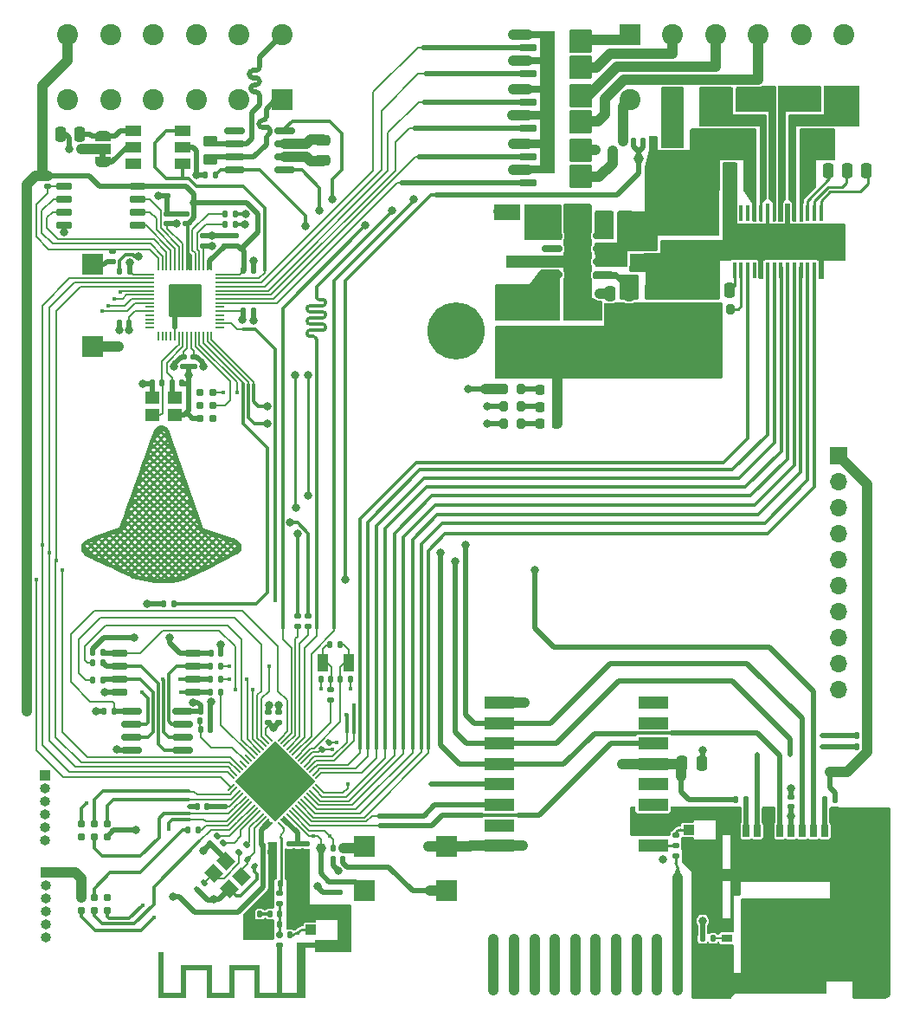
<source format=gbr>
%TF.GenerationSoftware,KiCad,Pcbnew,(6.0.2)*%
%TF.CreationDate,2022-05-10T14:48:36-06:00*%
%TF.ProjectId,CONEPROJ,434f4e45-5052-44f4-9a2e-6b696361645f,rev?*%
%TF.SameCoordinates,Original*%
%TF.FileFunction,Copper,L1,Top*%
%TF.FilePolarity,Positive*%
%FSLAX46Y46*%
G04 Gerber Fmt 4.6, Leading zero omitted, Abs format (unit mm)*
G04 Created by KiCad (PCBNEW (6.0.2)) date 2022-05-10 14:48:36*
%MOMM*%
%LPD*%
G01*
G04 APERTURE LIST*
G04 Aperture macros list*
%AMRoundRect*
0 Rectangle with rounded corners*
0 $1 Rounding radius*
0 $2 $3 $4 $5 $6 $7 $8 $9 X,Y pos of 4 corners*
0 Add a 4 corners polygon primitive as box body*
4,1,4,$2,$3,$4,$5,$6,$7,$8,$9,$2,$3,0*
0 Add four circle primitives for the rounded corners*
1,1,$1+$1,$2,$3*
1,1,$1+$1,$4,$5*
1,1,$1+$1,$6,$7*
1,1,$1+$1,$8,$9*
0 Add four rect primitives between the rounded corners*
20,1,$1+$1,$2,$3,$4,$5,0*
20,1,$1+$1,$4,$5,$6,$7,0*
20,1,$1+$1,$6,$7,$8,$9,0*
20,1,$1+$1,$8,$9,$2,$3,0*%
%AMRotRect*
0 Rectangle, with rotation*
0 The origin of the aperture is its center*
0 $1 length*
0 $2 width*
0 $3 Rotation angle, in degrees counterclockwise*
0 Add horizontal line*
21,1,$1,$2,0,0,$3*%
%AMOutline4P*
0 Free polygon, 4 corners , with rotation*
0 The origin of the aperture is its center*
0 number of corners: always 4*
0 $1 to $8 corner X, Y*
0 $9 Rotation angle, in degrees counterclockwise*
0 create outline with 4 corners*
4,1,4,$1,$2,$3,$4,$5,$6,$7,$8,$1,$2,$9*%
%AMFreePoly0*
4,1,22,0.550000,-0.750000,0.000000,-0.750000,0.000000,-0.745033,-0.079941,-0.743568,-0.215256,-0.701293,-0.333266,-0.622738,-0.424486,-0.514219,-0.481581,-0.384460,-0.499164,-0.250000,-0.500000,-0.250000,-0.500000,0.250000,-0.499164,0.250000,-0.499963,0.256109,-0.478152,0.396186,-0.417904,0.524511,-0.324060,0.630769,-0.204165,0.706417,-0.067858,0.745374,0.000000,0.744959,0.000000,0.750000,
0.550000,0.750000,0.550000,-0.750000,0.550000,-0.750000,$1*%
%AMFreePoly1*
4,1,20,0.000000,0.744959,0.073905,0.744508,0.209726,0.703889,0.328688,0.626782,0.421226,0.519385,0.479903,0.390333,0.500000,0.250000,0.500000,-0.250000,0.499851,-0.262216,0.476331,-0.402017,0.414519,-0.529596,0.319384,-0.634700,0.198574,-0.708877,0.061801,-0.746166,0.000000,-0.745033,0.000000,-0.750000,-0.550000,-0.750000,-0.550000,0.750000,0.000000,0.750000,0.000000,0.744959,
0.000000,0.744959,$1*%
G04 Aperture macros list end*
%TA.AperFunction,EtchedComponent*%
%ADD10C,1.000000*%
%TD*%
%TA.AperFunction,SMDPad,CuDef*%
%ADD11RoundRect,0.250000X-0.550000X1.250000X-0.550000X-1.250000X0.550000X-1.250000X0.550000X1.250000X0*%
%TD*%
%TA.AperFunction,SMDPad,CuDef*%
%ADD12RoundRect,0.200000X-0.200000X-0.275000X0.200000X-0.275000X0.200000X0.275000X-0.200000X0.275000X0*%
%TD*%
%TA.AperFunction,SMDPad,CuDef*%
%ADD13RoundRect,0.200000X0.200000X0.275000X-0.200000X0.275000X-0.200000X-0.275000X0.200000X-0.275000X0*%
%TD*%
%TA.AperFunction,SMDPad,CuDef*%
%ADD14RoundRect,0.218750X-0.218750X-0.256250X0.218750X-0.256250X0.218750X0.256250X-0.218750X0.256250X0*%
%TD*%
%TA.AperFunction,SMDPad,CuDef*%
%ADD15RoundRect,0.250000X0.250000X0.475000X-0.250000X0.475000X-0.250000X-0.475000X0.250000X-0.475000X0*%
%TD*%
%TA.AperFunction,SMDPad,CuDef*%
%ADD16RoundRect,0.250000X-0.475000X0.250000X-0.475000X-0.250000X0.475000X-0.250000X0.475000X0.250000X0*%
%TD*%
%TA.AperFunction,SMDPad,CuDef*%
%ADD17RoundRect,0.150000X0.825000X0.150000X-0.825000X0.150000X-0.825000X-0.150000X0.825000X-0.150000X0*%
%TD*%
%TA.AperFunction,SMDPad,CuDef*%
%ADD18R,2.290000X3.000000*%
%TD*%
%TA.AperFunction,SMDPad,CuDef*%
%ADD19RoundRect,0.250000X0.475000X-0.250000X0.475000X0.250000X-0.475000X0.250000X-0.475000X-0.250000X0*%
%TD*%
%TA.AperFunction,ConnectorPad*%
%ADD20C,0.787400*%
%TD*%
%TA.AperFunction,ComponentPad*%
%ADD21O,1.000000X1.000000*%
%TD*%
%TA.AperFunction,ComponentPad*%
%ADD22R,1.000000X1.000000*%
%TD*%
%TA.AperFunction,SMDPad,CuDef*%
%ADD23RoundRect,0.140000X-0.140000X-0.170000X0.140000X-0.170000X0.140000X0.170000X-0.140000X0.170000X0*%
%TD*%
%TA.AperFunction,SMDPad,CuDef*%
%ADD24R,5.700000X1.600000*%
%TD*%
%TA.AperFunction,SMDPad,CuDef*%
%ADD25RoundRect,0.140000X-0.021213X0.219203X-0.219203X0.021213X0.021213X-0.219203X0.219203X-0.021213X0*%
%TD*%
%TA.AperFunction,SMDPad,CuDef*%
%ADD26RoundRect,0.140000X0.170000X-0.140000X0.170000X0.140000X-0.170000X0.140000X-0.170000X-0.140000X0*%
%TD*%
%TA.AperFunction,SMDPad,CuDef*%
%ADD27RoundRect,0.150000X-0.825000X-0.150000X0.825000X-0.150000X0.825000X0.150000X-0.825000X0.150000X0*%
%TD*%
%TA.AperFunction,SMDPad,CuDef*%
%ADD28RoundRect,0.140000X-0.219203X-0.021213X-0.021213X-0.219203X0.219203X0.021213X0.021213X0.219203X0*%
%TD*%
%TA.AperFunction,SMDPad,CuDef*%
%ADD29RoundRect,0.135000X-0.035355X0.226274X-0.226274X0.035355X0.035355X-0.226274X0.226274X-0.035355X0*%
%TD*%
%TA.AperFunction,SMDPad,CuDef*%
%ADD30R,1.400000X1.200000*%
%TD*%
%TA.AperFunction,SMDPad,CuDef*%
%ADD31RoundRect,0.135000X0.135000X0.185000X-0.135000X0.185000X-0.135000X-0.185000X0.135000X-0.185000X0*%
%TD*%
%TA.AperFunction,SMDPad,CuDef*%
%ADD32R,0.700000X1.200000*%
%TD*%
%TA.AperFunction,SMDPad,CuDef*%
%ADD33R,1.300000X1.900000*%
%TD*%
%TA.AperFunction,SMDPad,CuDef*%
%ADD34R,1.000000X1.200000*%
%TD*%
%TA.AperFunction,SMDPad,CuDef*%
%ADD35R,1.000000X2.800000*%
%TD*%
%TA.AperFunction,SMDPad,CuDef*%
%ADD36R,1.000000X0.800000*%
%TD*%
%TA.AperFunction,SMDPad,CuDef*%
%ADD37FreePoly0,90.000000*%
%TD*%
%TA.AperFunction,SMDPad,CuDef*%
%ADD38R,1.500000X1.000000*%
%TD*%
%TA.AperFunction,SMDPad,CuDef*%
%ADD39FreePoly1,90.000000*%
%TD*%
%TA.AperFunction,SMDPad,CuDef*%
%ADD40RoundRect,0.150000X-0.650000X-0.150000X0.650000X-0.150000X0.650000X0.150000X-0.650000X0.150000X0*%
%TD*%
%TA.AperFunction,SMDPad,CuDef*%
%ADD41RoundRect,0.140000X0.140000X0.170000X-0.140000X0.170000X-0.140000X-0.170000X0.140000X-0.170000X0*%
%TD*%
%TA.AperFunction,SMDPad,CuDef*%
%ADD42R,3.000000X1.200000*%
%TD*%
%TA.AperFunction,SMDPad,CuDef*%
%ADD43RoundRect,0.135000X-0.185000X0.135000X-0.185000X-0.135000X0.185000X-0.135000X0.185000X0.135000X0*%
%TD*%
%TA.AperFunction,SMDPad,CuDef*%
%ADD44RoundRect,0.135000X-0.135000X-0.185000X0.135000X-0.185000X0.135000X0.185000X-0.135000X0.185000X0*%
%TD*%
%TA.AperFunction,SMDPad,CuDef*%
%ADD45R,2.200000X1.050000*%
%TD*%
%TA.AperFunction,SMDPad,CuDef*%
%ADD46R,1.050000X1.000000*%
%TD*%
%TA.AperFunction,SMDPad,CuDef*%
%ADD47C,1.000000*%
%TD*%
%TA.AperFunction,SMDPad,CuDef*%
%ADD48RoundRect,0.147500X-0.172500X0.147500X-0.172500X-0.147500X0.172500X-0.147500X0.172500X0.147500X0*%
%TD*%
%TA.AperFunction,SMDPad,CuDef*%
%ADD49RoundRect,0.135000X0.185000X-0.135000X0.185000X0.135000X-0.185000X0.135000X-0.185000X-0.135000X0*%
%TD*%
%TA.AperFunction,SMDPad,CuDef*%
%ADD50RoundRect,0.140000X-0.170000X0.140000X-0.170000X-0.140000X0.170000X-0.140000X0.170000X0.140000X0*%
%TD*%
%TA.AperFunction,ConnectorPad*%
%ADD51R,0.500000X0.500000*%
%TD*%
%TA.AperFunction,ComponentPad*%
%ADD52R,0.900000X0.500000*%
%TD*%
%TA.AperFunction,SMDPad,CuDef*%
%ADD53R,0.900000X1.200000*%
%TD*%
%TA.AperFunction,SMDPad,CuDef*%
%ADD54RoundRect,0.050000X0.309359X-0.238649X-0.238649X0.309359X-0.309359X0.238649X0.238649X-0.309359X0*%
%TD*%
%TA.AperFunction,SMDPad,CuDef*%
%ADD55RoundRect,0.050000X0.309359X0.238649X0.238649X0.309359X-0.309359X-0.238649X-0.238649X-0.309359X0*%
%TD*%
%TA.AperFunction,ComponentPad*%
%ADD56C,0.500000*%
%TD*%
%TA.AperFunction,SMDPad,CuDef*%
%ADD57RotRect,5.600000X5.600000X135.000000*%
%TD*%
%TA.AperFunction,ComponentPad*%
%ADD58R,2.056000X2.056000*%
%TD*%
%TA.AperFunction,ComponentPad*%
%ADD59C,2.056000*%
%TD*%
%TA.AperFunction,SMDPad,CuDef*%
%ADD60RoundRect,0.150000X-0.725000X-0.150000X0.725000X-0.150000X0.725000X0.150000X-0.725000X0.150000X0*%
%TD*%
%TA.AperFunction,SMDPad,CuDef*%
%ADD61RoundRect,0.147500X0.147500X0.172500X-0.147500X0.172500X-0.147500X-0.172500X0.147500X-0.172500X0*%
%TD*%
%TA.AperFunction,ComponentPad*%
%ADD62C,1.000000*%
%TD*%
%TA.AperFunction,SMDPad,CuDef*%
%ADD63Outline4P,-0.350000X-0.400000X0.350000X-0.400000X0.050000X0.400000X-0.050000X0.400000X0.000000*%
%TD*%
%TA.AperFunction,SMDPad,CuDef*%
%ADD64R,2.000000X2.000000*%
%TD*%
%TA.AperFunction,SMDPad,CuDef*%
%ADD65RoundRect,0.135000X0.035355X-0.226274X0.226274X-0.035355X-0.035355X0.226274X-0.226274X0.035355X0*%
%TD*%
%TA.AperFunction,SMDPad,CuDef*%
%ADD66RoundRect,0.140000X0.021213X-0.219203X0.219203X-0.021213X-0.021213X0.219203X-0.219203X0.021213X0*%
%TD*%
%TA.AperFunction,ComponentPad*%
%ADD67C,5.600000*%
%TD*%
%TA.AperFunction,SMDPad,CuDef*%
%ADD68R,1.000000X1.800000*%
%TD*%
%TA.AperFunction,SMDPad,CuDef*%
%ADD69R,0.300000X1.600000*%
%TD*%
%TA.AperFunction,SMDPad,CuDef*%
%ADD70R,9.700000X3.400000*%
%TD*%
%TA.AperFunction,ComponentPad*%
%ADD71R,1.700000X1.700000*%
%TD*%
%TA.AperFunction,ComponentPad*%
%ADD72O,1.700000X1.700000*%
%TD*%
%TA.AperFunction,SMDPad,CuDef*%
%ADD73RotRect,1.400000X1.200000X135.000000*%
%TD*%
%TA.AperFunction,SMDPad,CuDef*%
%ADD74RoundRect,0.250000X-0.450000X0.262500X-0.450000X-0.262500X0.450000X-0.262500X0.450000X0.262500X0*%
%TD*%
%TA.AperFunction,SMDPad,CuDef*%
%ADD75RoundRect,0.050000X-0.387500X-0.050000X0.387500X-0.050000X0.387500X0.050000X-0.387500X0.050000X0*%
%TD*%
%TA.AperFunction,SMDPad,CuDef*%
%ADD76RoundRect,0.050000X-0.050000X-0.387500X0.050000X-0.387500X0.050000X0.387500X-0.050000X0.387500X0*%
%TD*%
%TA.AperFunction,ComponentPad*%
%ADD77C,0.600000*%
%TD*%
%TA.AperFunction,SMDPad,CuDef*%
%ADD78RoundRect,0.144000X-1.456000X-1.456000X1.456000X-1.456000X1.456000X1.456000X-1.456000X1.456000X0*%
%TD*%
%TA.AperFunction,ViaPad*%
%ADD79C,0.800000*%
%TD*%
%TA.AperFunction,ViaPad*%
%ADD80C,0.450000*%
%TD*%
%TA.AperFunction,Conductor*%
%ADD81C,0.254000*%
%TD*%
%TA.AperFunction,Conductor*%
%ADD82C,0.200000*%
%TD*%
%TA.AperFunction,Conductor*%
%ADD83C,0.500000*%
%TD*%
%TA.AperFunction,Conductor*%
%ADD84C,1.000000*%
%TD*%
%TA.AperFunction,Conductor*%
%ADD85C,0.293370*%
%TD*%
%TA.AperFunction,Conductor*%
%ADD86C,0.305800*%
%TD*%
%TA.AperFunction,Conductor*%
%ADD87C,0.250000*%
%TD*%
G04 APERTURE END LIST*
%TO.C,JP2*%
G36*
X32740000Y-57100000D02*
G01*
X32140000Y-57100000D01*
X32140000Y-56600000D01*
X32740000Y-56600000D01*
X32740000Y-57100000D01*
G37*
%TO.C,AE2*%
G36*
X47320000Y-139135000D02*
G01*
X47320000Y-136495000D01*
X45320000Y-136495000D01*
X45320000Y-139135000D01*
X42620000Y-139135000D01*
X42620000Y-136495000D01*
X40620000Y-136495000D01*
X40620000Y-139135000D01*
X37920000Y-139135000D01*
X37920000Y-134695000D01*
X38420000Y-134695000D01*
X38420000Y-138635000D01*
X40120000Y-138635000D01*
X40120000Y-135995000D01*
X43120000Y-135995000D01*
X43120000Y-138635000D01*
X44820000Y-138635000D01*
X44820000Y-135995000D01*
X47820000Y-135995000D01*
X47820000Y-138635000D01*
X49520000Y-138635000D01*
X49520000Y-133735000D01*
X50020000Y-133735000D01*
X50020000Y-138635000D01*
X51420000Y-138635000D01*
X51420000Y-133993158D01*
X51721778Y-133993158D01*
X51730218Y-134041417D01*
X51747112Y-134073643D01*
X51782372Y-134106313D01*
X51827682Y-134126408D01*
X51877267Y-134132982D01*
X51925353Y-134125092D01*
X51958245Y-134108186D01*
X51993185Y-134071416D01*
X52012847Y-134026622D01*
X52017583Y-133978215D01*
X52007742Y-133930605D01*
X51983674Y-133888203D01*
X51945731Y-133855419D01*
X51937819Y-133851065D01*
X51895156Y-133838957D01*
X51846637Y-133839700D01*
X51801122Y-133852600D01*
X51782511Y-133863213D01*
X51748868Y-133898447D01*
X51728309Y-133943632D01*
X51721778Y-133993158D01*
X51420000Y-133993158D01*
X51420000Y-133735000D01*
X52320000Y-133735000D01*
X52320000Y-139135000D01*
X47320000Y-139135000D01*
G37*
D10*
%TO.C,AE3*%
X74682499Y-138437502D02*
X74682499Y-133437502D01*
X86682499Y-138437502D02*
X86682499Y-133437502D01*
X78682499Y-138437502D02*
X78682499Y-133437502D01*
X88682499Y-127437502D02*
X88682499Y-138437502D01*
X76682499Y-138437502D02*
X76682499Y-133437502D01*
X82682499Y-138437502D02*
X82682499Y-133437502D01*
X72682499Y-138437502D02*
X72682499Y-133437502D01*
X84682499Y-138437502D02*
X84682499Y-133437502D01*
X80682499Y-138437502D02*
X80682499Y-133437502D01*
X70682499Y-138437502D02*
X70682499Y-133437502D01*
%TD*%
D11*
%TO.P,C47,1*%
%TO.N,/VIN*%
X89745000Y-63074999D03*
%TO.P,C47,2*%
%TO.N,GND*%
X89745000Y-67474999D03*
%TD*%
D12*
%TO.P,R39,1*%
%TO.N,+3V3*%
X92215000Y-71860000D03*
%TO.P,R39,2*%
%TO.N,/DRV_RESET*%
X93865000Y-71860000D03*
%TD*%
D13*
%TO.P,R20,1*%
%TO.N,Net-(D4-Pad1)*%
X73342498Y-83075001D03*
%TO.P,R20,2*%
%TO.N,/LED_GREEN*%
X71692498Y-83075001D03*
%TD*%
%TO.P,R19,1*%
%TO.N,Net-(D3-Pad1)*%
X73342499Y-81350001D03*
%TO.P,R19,2*%
%TO.N,/LED_RED*%
X71692499Y-81350001D03*
%TD*%
%TO.P,R18,1*%
%TO.N,Net-(D2-Pad1)*%
X73332499Y-79660000D03*
%TO.P,R18,2*%
%TO.N,GND*%
X71682499Y-79660000D03*
%TD*%
D14*
%TO.P,D4,1,K*%
%TO.N,Net-(D4-Pad1)*%
X75234998Y-83075001D03*
%TO.P,D4,2,A*%
%TO.N,+3V3*%
X76809998Y-83075001D03*
%TD*%
%TO.P,D3,1,K*%
%TO.N,Net-(D3-Pad1)*%
X75234998Y-81389999D03*
%TO.P,D3,2,A*%
%TO.N,+3V3*%
X76809998Y-81389999D03*
%TD*%
%TO.P,D2,1,K*%
%TO.N,Net-(D2-Pad1)*%
X75224998Y-79700000D03*
%TO.P,D2,2,A*%
%TO.N,+3V3*%
X76799998Y-79700000D03*
%TD*%
D15*
%TO.P,C46,1*%
%TO.N,/CP1*%
X107185001Y-58335000D03*
%TO.P,C46,2*%
%TO.N,/CP2*%
X105285001Y-58335000D03*
%TD*%
%TO.P,C45,1*%
%TO.N,GND*%
X91024999Y-116250002D03*
%TO.P,C45,2*%
%TO.N,+3V3*%
X89124999Y-116250002D03*
%TD*%
%TO.P,C44,1*%
%TO.N,/VIN*%
X95745000Y-58335000D03*
%TO.P,C44,2*%
%TO.N,GND*%
X93845000Y-58335000D03*
%TD*%
%TO.P,C43,1*%
%TO.N,Net-(C43-Pad1)*%
X103455000Y-58335000D03*
%TO.P,C43,2*%
%TO.N,/VIN*%
X101555000Y-58335000D03*
%TD*%
%TO.P,C42,1*%
%TO.N,Net-(C42-Pad1)*%
X93765000Y-70004999D03*
%TO.P,C42,2*%
%TO.N,GND*%
X91865000Y-70004999D03*
%TD*%
%TO.P,C6,1*%
%TO.N,/WS2815B_VCC*%
X30210000Y-54750000D03*
%TO.P,C6,2*%
%TO.N,GND*%
X28310000Y-54750000D03*
%TD*%
D16*
%TO.P,C5,1*%
%TO.N,+3V3*%
X53990000Y-55364999D03*
%TO.P,C5,2*%
%TO.N,GND*%
X53990000Y-57264999D03*
%TD*%
D17*
%TO.P,U8,1,BST*%
%TO.N,/BST*%
X81380000Y-68510000D03*
%TO.P,U8,2,Vin*%
%TO.N,/VIN*%
X81380000Y-67240000D03*
%TO.P,U8,3,EN*%
X81380000Y-65970000D03*
%TO.P,U8,4,PGOOD*%
%TO.N,/PGOOD*%
X81380000Y-64700000D03*
%TO.P,U8,5,FB*%
%TO.N,/FB*%
X76430000Y-64700000D03*
%TO.P,U8,6,NC*%
%TO.N,unconnected-(U8-Pad6)*%
X76430000Y-65970000D03*
%TO.P,U8,7,GND*%
%TO.N,GND*%
X76430000Y-67240000D03*
%TO.P,U8,8,SW*%
%TO.N,/SW*%
X76430000Y-68510000D03*
D18*
%TO.P,U8,9,PADGND*%
%TO.N,GND*%
X78905000Y-66605000D03*
%TD*%
D12*
%TO.P,R35,2*%
%TO.N,GND*%
X78070000Y-62315000D03*
%TO.P,R35,1*%
%TO.N,/FB*%
X76420000Y-62315000D03*
%TD*%
%TO.P,R34,2*%
%TO.N,/FB*%
X74300000Y-62325000D03*
%TO.P,R34,1*%
%TO.N,+3V3*%
X72650000Y-62325000D03*
%TD*%
D13*
%TO.P,R23,1*%
%TO.N,/VIN*%
X83340000Y-63095000D03*
%TO.P,R23,2*%
%TO.N,/PGOOD*%
X81690000Y-63095000D03*
%TD*%
D19*
%TO.P,C41,1*%
%TO.N,+3V3*%
X78425000Y-74155000D03*
%TO.P,C41,2*%
%TO.N,GND*%
X78425000Y-72255000D03*
%TD*%
%TO.P,C39,1*%
%TO.N,+3V3*%
X80495000Y-74155000D03*
%TO.P,C39,2*%
%TO.N,GND*%
X80495000Y-72255000D03*
%TD*%
D15*
%TO.P,C32,1*%
%TO.N,/BST*%
X83955001Y-70325000D03*
%TO.P,C32,2*%
%TO.N,/SW*%
X82055001Y-70325000D03*
%TD*%
D19*
%TO.P,C25,1*%
%TO.N,GND*%
X85025000Y-67405000D03*
%TO.P,C25,2*%
%TO.N,/VIN*%
X85025000Y-65505000D03*
%TD*%
D20*
%TO.P,TC4,1,VCC*%
%TO.N,unconnected-(TC4-Pad1)*%
X30330000Y-123405000D03*
%TO.P,TC4,2,TMS*%
%TO.N,/MTMS*%
X30330000Y-122135000D03*
%TO.P,TC4,3,TDI*%
%TO.N,/MTDI*%
X31600000Y-123405000D03*
%TO.P,TC4,4,TCK*%
%TO.N,/MTCK*%
X31600000Y-122135000D03*
%TO.P,TC4,5,GND*%
%TO.N,GND*%
X32870000Y-123405000D03*
%TO.P,TC4,6,TDO*%
%TO.N,/MTDO*%
X32870000Y-122135000D03*
%TD*%
D21*
%TO.P,J8,6,Pin_6*%
%TO.N,unconnected-(J8-Pad6)*%
X26830000Y-123760000D03*
%TO.P,J8,5,Pin_5*%
%TO.N,GND*%
X26830000Y-122490000D03*
%TO.P,J8,4,Pin_4*%
%TO.N,/MTDI*%
X26830000Y-121220000D03*
%TO.P,J8,3,Pin_3*%
%TO.N,/MTMS*%
X26830000Y-119950000D03*
%TO.P,J8,2,Pin_2*%
%TO.N,/MTDO*%
X26830000Y-118680000D03*
D22*
%TO.P,J8,1,Pin_1*%
%TO.N,/MTCK*%
X26830000Y-117410000D03*
%TD*%
%TO.P,J6,1,Pin_1*%
%TO.N,GND*%
X26850000Y-126890000D03*
D21*
%TO.P,J6,2,Pin_2*%
%TO.N,/RXD*%
X26850000Y-128160000D03*
%TO.P,J6,3,Pin_3*%
%TO.N,/TXD*%
X26850000Y-129430000D03*
%TO.P,J6,4,Pin_4*%
%TO.N,unconnected-(J6-Pad4)*%
X26850000Y-130700000D03*
%TO.P,J6,5,Pin_5*%
%TO.N,/CTS*%
X26850000Y-131970000D03*
%TO.P,J6,6,Pin_6*%
%TO.N,/CHIP_PU*%
X26850000Y-133240000D03*
%TD*%
D23*
%TO.P,C24,1*%
%TO.N,/RP_XOUT*%
X39230000Y-79100000D03*
%TO.P,C24,2*%
%TO.N,GND*%
X40190000Y-79100000D03*
%TD*%
D24*
%TO.P,L6,1*%
%TO.N,/SW*%
X73950000Y-70480000D03*
%TO.P,L6,2*%
%TO.N,+3V3*%
X73950000Y-75180000D03*
%TD*%
D25*
%TO.P,C22,1*%
%TO.N,/XTAL_N*%
X42377559Y-127881163D03*
%TO.P,C22,2*%
%TO.N,GND*%
X41698737Y-128559985D03*
%TD*%
D26*
%TO.P,C16,1*%
%TO.N,+3V3*%
X48680000Y-112220000D03*
%TO.P,C16,2*%
%TO.N,GND*%
X48680000Y-111260000D03*
%TD*%
D27*
%TO.P,U2,1,~{CE}*%
%TO.N,/SPICS1*%
X35298163Y-111122087D03*
%TO.P,U2,2,SO/SIO*%
%TO.N,/SPID*%
X35298163Y-112392087D03*
%TO.P,U2,3,SIO2*%
%TO.N,/SPIWP*%
X35298163Y-113662087D03*
%TO.P,U2,4,VSS*%
%TO.N,GND*%
X35298163Y-114932087D03*
%TO.P,U2,5,SI/SIO*%
%TO.N,/SPIQ*%
X40248163Y-114932087D03*
%TO.P,U2,6,SCLK*%
%TO.N,/SPICLK*%
X40248163Y-113662087D03*
%TO.P,U2,7,SIO3*%
%TO.N,/SPIHD*%
X40248163Y-112392087D03*
%TO.P,U2,8,VCC*%
%TO.N,+3V3*%
X40248163Y-111122087D03*
%TD*%
D20*
%TO.P,TC3,1,VCC*%
%TO.N,unconnected-(TC3-Pad1)*%
X41935000Y-79970000D03*
%TO.P,TC3,2,SWDIO*%
%TO.N,/RP_SWD*%
X43205000Y-79970000D03*
%TO.P,TC3,3,NRESET*%
%TO.N,unconnected-(TC3-Pad3)*%
X41935000Y-81240000D03*
%TO.P,TC3,4,SWCLK*%
%TO.N,/RP_SWCLK*%
X43205000Y-81240000D03*
%TO.P,TC3,5,GND*%
%TO.N,GND*%
X41935000Y-82510000D03*
%TO.P,TC3,6,SWO*%
%TO.N,unconnected-(TC3-Pad6)*%
X43205000Y-82510000D03*
%TD*%
D17*
%TO.P,U3,1,D*%
%TO.N,/GPIO_CAN_P*%
X50270000Y-58230000D03*
%TO.P,U3,2,GND*%
%TO.N,GND*%
X50270000Y-56960000D03*
%TO.P,U3,3,VCC*%
%TO.N,+3V3*%
X50270000Y-55690000D03*
%TO.P,U3,4,R*%
%TO.N,/GPIO_CAN_N*%
X50270000Y-54420000D03*
%TO.P,U3,5,Vref*%
%TO.N,unconnected-(U3-Pad5)*%
X45320000Y-54420000D03*
%TO.P,U3,6,CANL*%
%TO.N,/CAN_N*%
X45320000Y-55690000D03*
%TO.P,U3,7,CANH*%
%TO.N,/CAN_P*%
X45320000Y-56960000D03*
%TO.P,U3,8,Rs*%
%TO.N,/GPIO21*%
X45320000Y-58230000D03*
%TD*%
D23*
%TO.P,C21,1*%
%TO.N,GND*%
X46850000Y-130980000D03*
%TO.P,C21,2*%
%TO.N,Net-(C21-Pad2)*%
X47810000Y-130980000D03*
%TD*%
D28*
%TO.P,C18,1*%
%TO.N,/XTAL_P*%
X46580589Y-125610589D03*
%TO.P,C18,2*%
%TO.N,GND*%
X47259411Y-126289411D03*
%TD*%
D29*
%TO.P,R26,1*%
%TO.N,/GPIO45*%
X43670624Y-123379376D03*
%TO.P,R26,2*%
%TO.N,GND*%
X42949376Y-124100624D03*
%TD*%
D30*
%TO.P,Y4,1,1*%
%TO.N,/RP_XOUT*%
X39500000Y-80520000D03*
%TO.P,Y4,2,2*%
%TO.N,GND*%
X37300000Y-80520000D03*
%TO.P,Y4,3,3*%
%TO.N,/RP_XIN*%
X37300000Y-82220000D03*
%TO.P,Y4,4,4*%
%TO.N,GND*%
X39500000Y-82220000D03*
%TD*%
D26*
%TO.P,C33,1*%
%TO.N,+1V1*%
X42330000Y-65660000D03*
%TO.P,C33,2*%
%TO.N,GND*%
X42330000Y-64700000D03*
%TD*%
D31*
%TO.P,R31,1*%
%TO.N,/GPIO38*%
X84355000Y-55424999D03*
%TO.P,R31,2*%
%TO.N,GND*%
X83335000Y-55424999D03*
%TD*%
D32*
%TO.P,J3,1,DAT2*%
%TO.N,/SD_D2*%
X103085000Y-122845003D03*
%TO.P,J3,2,CD/DAT3*%
%TO.N,/FSPICS0*%
X101985000Y-122845003D03*
%TO.P,J3,3,CMD*%
%TO.N,/FSPIQ*%
X100885000Y-122845003D03*
%TO.P,J3,4,VDD*%
%TO.N,+3V3*%
X99785000Y-122845003D03*
%TO.P,J3,5,CLK*%
%TO.N,/FSPICLK*%
X98685000Y-122845003D03*
%TO.P,J3,6,VSS*%
%TO.N,GND*%
X97585000Y-122845003D03*
%TO.P,J3,7,DAT0*%
%TO.N,/FSPID*%
X96485000Y-122845003D03*
%TO.P,J3,8,DAT1*%
%TO.N,/SD_D1*%
X95385000Y-122845003D03*
D33*
%TO.P,J3,P1,SHIELD*%
%TO.N,GND*%
X106985000Y-137945003D03*
D34*
X104635000Y-122845003D03*
D35*
X93485000Y-137495003D03*
D34*
X93485000Y-127145003D03*
D36*
%TO.P,J3,SWA*%
%TO.N,Net-(J3-PadSWA)*%
X93485000Y-133345003D03*
D32*
%TO.P,J3,SWB*%
%TO.N,GND*%
X94435000Y-122845003D03*
%TD*%
D37*
%TO.P,JP2,1,A*%
%TO.N,/WS2815B_VDD*%
X32440000Y-57500000D03*
D38*
%TO.P,JP2,2,C*%
%TO.N,/VIN*%
X32440000Y-56200000D03*
D39*
%TO.P,JP2,3,B*%
%TO.N,/WS2815B_VCC*%
X32440000Y-54900000D03*
%TD*%
D40*
%TO.P,U5,1,~{CS}*%
%TO.N,/SPICS0*%
X34078163Y-105482086D03*
%TO.P,U5,2,DO(IO1)*%
%TO.N,/SPIQ*%
X34078163Y-106752086D03*
%TO.P,U5,3,IO2*%
%TO.N,/SPIWP*%
X34078163Y-108022086D03*
%TO.P,U5,4,GND*%
%TO.N,GND*%
X34078163Y-109292086D03*
%TO.P,U5,5,DI(IO0)*%
%TO.N,/SPID*%
X41278163Y-109292086D03*
%TO.P,U5,6,CLK*%
%TO.N,/SPICLK*%
X41278163Y-108022086D03*
%TO.P,U5,7,IO3*%
%TO.N,/SPIHD*%
X41278163Y-106752086D03*
%TO.P,U5,8,VCC*%
%TO.N,+3V3*%
X41278163Y-105482086D03*
%TD*%
D31*
%TO.P,R43,1*%
%TO.N,+3V3*%
X107240000Y-113550000D03*
%TO.P,R43,2*%
%TO.N,/FSPIQ*%
X106220000Y-113550000D03*
%TD*%
D41*
%TO.P,C50,1*%
%TO.N,+3V3*%
X35070000Y-68130000D03*
%TO.P,C50,2*%
%TO.N,GND*%
X34110000Y-68130000D03*
%TD*%
D42*
%TO.P,U9,1,GND*%
%TO.N,GND*%
X71275000Y-110300000D03*
%TO.P,U9,2,MISO*%
%TO.N,/FSPIQ*%
X71275000Y-112300000D03*
%TO.P,U9,3,MOSI*%
%TO.N,/FSPID*%
X71275000Y-114300000D03*
%TO.P,U9,4,SCK*%
%TO.N,/FSPICLK*%
X71275000Y-116300000D03*
%TO.P,U9,5,NSS*%
%TO.N,/FSPICS1*%
X71275000Y-118300000D03*
%TO.P,U9,6,RESET*%
%TO.N,/GPIO2*%
X71275000Y-120300000D03*
%TO.P,U9,7,DIO5*%
%TO.N,unconnected-(U9-Pad7)*%
X71275000Y-122300000D03*
%TO.P,U9,8,GND*%
%TO.N,GND*%
X71275000Y-124300000D03*
%TO.P,U9,9,ANT*%
%TO.N,/RF69_RF_ANT*%
X86275000Y-124300000D03*
%TO.P,U9,10,GND*%
%TO.N,GND*%
X86275000Y-122300000D03*
%TO.P,U9,11,DIO3*%
%TO.N,unconnected-(U9-Pad11)*%
X86275000Y-120300000D03*
%TO.P,U9,12,DIO4*%
%TO.N,unconnected-(U9-Pad12)*%
X86275000Y-118300000D03*
%TO.P,U9,13,3.3V*%
%TO.N,+3V3*%
X86275000Y-116300000D03*
%TO.P,U9,14,DIO0*%
%TO.N,/GPIO1*%
X86275000Y-114300000D03*
%TO.P,U9,15,DIO1*%
%TO.N,unconnected-(U9-Pad15)*%
X86275000Y-112300000D03*
%TO.P,U9,16,DIO2*%
%TO.N,unconnected-(U9-Pad16)*%
X86275000Y-110300000D03*
%TD*%
D43*
%TO.P,R8,1*%
%TO.N,/RTC_XTAL_N*%
X54720000Y-109000000D03*
%TO.P,R8,2*%
%TO.N,Net-(R8-Pad2)*%
X54720000Y-110020000D03*
%TD*%
D41*
%TO.P,C23,1*%
%TO.N,/RTC_XTAL_N*%
X54721644Y-108019382D03*
%TO.P,C23,2*%
%TO.N,GND*%
X53761644Y-108019382D03*
%TD*%
%TO.P,C49,1*%
%TO.N,+3V3*%
X35050000Y-73190000D03*
%TO.P,C49,2*%
%TO.N,GND*%
X34090000Y-73190000D03*
%TD*%
D44*
%TO.P,R2,1*%
%TO.N,/SPICLK_P*%
X41987652Y-112103456D03*
%TO.P,R2,2*%
%TO.N,GND*%
X43007652Y-112103456D03*
%TD*%
D45*
%TO.P,J7,1*%
%TO.N,GND*%
X54335000Y-131035000D03*
D46*
%TO.P,J7,2*%
%TO.N,/RF_ANT_EXT*%
X52810000Y-132510000D03*
D45*
%TO.P,J7,3*%
%TO.N,GND*%
X54335000Y-133985000D03*
%TD*%
D29*
%TO.P,R27,1*%
%TO.N,/GPIO46*%
X44260000Y-123980000D03*
%TO.P,R27,2*%
%TO.N,GND*%
X43538752Y-124701248D03*
%TD*%
D44*
%TO.P,R24,1*%
%TO.N,+3V3*%
X91134999Y-133340002D03*
%TO.P,R24,2*%
%TO.N,Net-(J3-PadSWA)*%
X92154999Y-133340002D03*
%TD*%
D26*
%TO.P,C38,1*%
%TO.N,+3V3*%
X44380000Y-65660000D03*
%TO.P,C38,2*%
%TO.N,GND*%
X44380000Y-64700000D03*
%TD*%
D23*
%TO.P,C3,1*%
%TO.N,+3V3*%
X42018164Y-111167088D03*
%TO.P,C3,2*%
%TO.N,GND*%
X42978164Y-111167088D03*
%TD*%
D41*
%TO.P,C26,1*%
%TO.N,/RP_XIN*%
X38250000Y-79090000D03*
%TO.P,C26,2*%
%TO.N,GND*%
X37290000Y-79090000D03*
%TD*%
D47*
%TO.P,TP3,1,1*%
%TO.N,/GPIO38*%
X84855000Y-57155000D03*
%TD*%
D23*
%TO.P,C40,1*%
%TO.N,+3V3*%
X46210000Y-72060000D03*
%TO.P,C40,2*%
%TO.N,GND*%
X47170000Y-72060000D03*
%TD*%
D48*
%TO.P,L3,1*%
%TO.N,/LNA_IN*%
X49770000Y-128965000D03*
%TO.P,L3,2*%
%TO.N,/RF_ANT*%
X49770000Y-129935000D03*
%TD*%
D49*
%TO.P,R32,1*%
%TO.N,/RF69_RF_ANT*%
X88504999Y-124310002D03*
%TO.P,R32,2*%
%TO.N,/RF69_RF_EXT*%
X88504999Y-123290002D03*
%TD*%
D50*
%TO.P,C10,1*%
%TO.N,+3V3*%
X50720000Y-124100000D03*
%TO.P,C10,2*%
%TO.N,GND*%
X50720000Y-125060000D03*
%TD*%
D43*
%TO.P,R37,1*%
%TO.N,+3V3*%
X27040000Y-58810000D03*
%TO.P,R37,2*%
%TO.N,/RP_SS*%
X27040000Y-59830000D03*
%TD*%
D44*
%TO.P,R38,1*%
%TO.N,+3V3*%
X38390000Y-100610000D03*
%TO.P,R38,2*%
%TO.N,/GPIO14*%
X39410000Y-100610000D03*
%TD*%
%TO.P,R15,1*%
%TO.N,+3V3*%
X31440000Y-105400000D03*
%TO.P,R15,2*%
%TO.N,/SPICS0*%
X32460000Y-105400000D03*
%TD*%
D31*
%TO.P,R28,1*%
%TO.N,/RF_ANT_EXT*%
X50780000Y-133000000D03*
%TO.P,R28,2*%
%TO.N,/RF_ANT*%
X49760000Y-133000000D03*
%TD*%
D51*
%TO.P,AE2,1,A*%
%TO.N,Net-(AE2-Pad1)*%
X49770000Y-133985000D03*
D52*
%TO.P,AE2,2,Shield*%
%TO.N,GND*%
X51870000Y-133985000D03*
%TD*%
D53*
%TO.P,D5,1,K*%
%TO.N,/VIN*%
X91555000Y-55255000D03*
%TO.P,D5,2,A*%
%TO.N,/VBAT*%
X88255000Y-55255000D03*
%TD*%
D45*
%TO.P,J2,1*%
%TO.N,GND*%
X91304999Y-121255002D03*
D46*
%TO.P,J2,2*%
%TO.N,/RF69_RF_EXT*%
X89779999Y-122730002D03*
D45*
%TO.P,J2,3*%
%TO.N,GND*%
X91304999Y-124205002D03*
%TD*%
D26*
%TO.P,C29,1*%
%TO.N,+1V1*%
X38770000Y-63480000D03*
%TO.P,C29,2*%
%TO.N,GND*%
X38770000Y-62520000D03*
%TD*%
D23*
%TO.P,C2,1*%
%TO.N,/SPICLK_P*%
X42018161Y-112927087D03*
%TO.P,C2,2*%
%TO.N,GND*%
X42978161Y-112927087D03*
%TD*%
D54*
%TO.P,U4,1,LNA_IN*%
%TO.N,/LNA_IN*%
X49872202Y-122289157D03*
%TO.P,U4,2,VDD3P3*%
%TO.N,+3V3*%
X50155045Y-122006314D03*
%TO.P,U4,3,VDD3P3*%
X50437887Y-121723472D03*
%TO.P,U4,4,CHIP_PU*%
%TO.N,/CHIP_PU*%
X50720730Y-121440629D03*
%TO.P,U4,5,GPIO0*%
%TO.N,/CTS*%
X51003573Y-121157786D03*
%TO.P,U4,6,GPIO1*%
%TO.N,/GPIO1*%
X51286415Y-120874944D03*
%TO.P,U4,7,GPIO2*%
%TO.N,/GPIO2*%
X51569258Y-120592101D03*
%TO.P,U4,8,GPIO3*%
%TO.N,/GPIO3*%
X51852101Y-120309258D03*
%TO.P,U4,9,GPIO4*%
%TO.N,/EN1*%
X52134944Y-120026415D03*
%TO.P,U4,10,GPIO5*%
%TO.N,/GPIO5*%
X52417786Y-119743573D03*
%TO.P,U4,11,GPIO6*%
%TO.N,/EN2*%
X52700629Y-119460730D03*
%TO.P,U4,12,GPIO7*%
%TO.N,/GPIO7*%
X52983472Y-119177887D03*
%TO.P,U4,13,GPIO8*%
%TO.N,/EN3*%
X53266314Y-118895045D03*
%TO.P,U4,14,GPIO9*%
%TO.N,/FSPICS1*%
X53549157Y-118612202D03*
D55*
%TO.P,U4,15,GPIO10*%
%TO.N,/GPIO10*%
X53549157Y-117427798D03*
%TO.P,U4,16,GPIO11*%
%TO.N,/EN4*%
X53266314Y-117144955D03*
%TO.P,U4,17,GPIO12*%
%TO.N,/DRV_SLEEP*%
X52983472Y-116862113D03*
%TO.P,U4,18,GPIO13*%
%TO.N,/FSPICS2*%
X52700629Y-116579270D03*
%TO.P,U4,19,GPIO14*%
%TO.N,/GPIO14*%
X52417786Y-116296427D03*
%TO.P,U4,20,VDD3P3_RTC*%
%TO.N,+3V3*%
X52134944Y-116013585D03*
%TO.P,U4,21,XTAL_32K_P*%
%TO.N,/RTC_XTAL_P*%
X51852101Y-115730742D03*
%TO.P,U4,22,XTAL_32K_N*%
%TO.N,Net-(R8-Pad2)*%
X51569258Y-115447899D03*
%TO.P,U4,23,GPIO17*%
%TO.N,/GPIO_CAN_N*%
X51286415Y-115165056D03*
%TO.P,U4,24,GPIO18*%
%TO.N,/GPIO_CAN_P*%
X51003573Y-114882214D03*
%TO.P,U4,25,GPIO19*%
%TO.N,/GPIO_USB_D_N*%
X50720730Y-114599371D03*
%TO.P,U4,26,GPIO20*%
%TO.N,/GPIO_USB_D_P*%
X50437887Y-114316528D03*
%TO.P,U4,27,GPIO21*%
%TO.N,/GPIO21*%
X50155045Y-114033686D03*
%TO.P,U4,28,SPICS1*%
%TO.N,/SPICS1*%
X49872202Y-113750843D03*
D54*
%TO.P,U4,29,VDD_SPI*%
%TO.N,+3V3*%
X48687798Y-113750843D03*
%TO.P,U4,30,SPIHD*%
%TO.N,Net-(R9-Pad2)*%
X48404955Y-114033686D03*
%TO.P,U4,31,SPIWP*%
%TO.N,Net-(R10-Pad2)*%
X48122113Y-114316528D03*
%TO.P,U4,32,SPICS0*%
%TO.N,/SPICS0*%
X47839270Y-114599371D03*
%TO.P,U4,33,SPICLK*%
%TO.N,Net-(R11-Pad2)*%
X47556427Y-114882214D03*
%TO.P,U4,34,SPIQ*%
%TO.N,Net-(R12-Pad2)*%
X47273585Y-115165056D03*
%TO.P,U4,35,SPID*%
%TO.N,Net-(R13-Pad2)*%
X46990742Y-115447899D03*
%TO.P,U4,36,SPICLK_N*%
%TO.N,/SPICLK_N*%
X46707899Y-115730742D03*
%TO.P,U4,37,SPICLK_P*%
%TO.N,/SPICLK_P*%
X46425056Y-116013585D03*
%TO.P,U4,38,GPIO33*%
%TO.N,/FSPIHD*%
X46142214Y-116296427D03*
%TO.P,U4,39,GPIO34*%
%TO.N,/FSPICS0*%
X45859371Y-116579270D03*
%TO.P,U4,40,GPIO35*%
%TO.N,/FSPID*%
X45576528Y-116862113D03*
%TO.P,U4,41,GPIO36*%
%TO.N,/FSPICLK*%
X45293686Y-117144955D03*
%TO.P,U4,42,GPIO37*%
%TO.N,/FSPIQ*%
X45010843Y-117427798D03*
D55*
%TO.P,U4,43,GPIO38*%
%TO.N,/GPIO38*%
X45010843Y-118612202D03*
%TO.P,U4,44,MTCK*%
%TO.N,/MTCK*%
X45293686Y-118895045D03*
%TO.P,U4,45,MTDO*%
%TO.N,/MTDO*%
X45576528Y-119177887D03*
%TO.P,U4,46,VDD3P3_CPU*%
%TO.N,+3V3*%
X45859371Y-119460730D03*
%TO.P,U4,47,MTDI*%
%TO.N,/MTDI*%
X46142214Y-119743573D03*
%TO.P,U4,48,MTMS*%
%TO.N,/MTMS*%
X46425056Y-120026415D03*
%TO.P,U4,49,U0TXD*%
%TO.N,Net-(R6-Pad2)*%
X46707899Y-120309258D03*
%TO.P,U4,50,U0RXD*%
%TO.N,/TXD*%
X46990742Y-120592101D03*
%TO.P,U4,51,GPIO45*%
%TO.N,/GPIO45*%
X47273585Y-120874944D03*
%TO.P,U4,52,GPIO46*%
%TO.N,/GPIO46*%
X47556427Y-121157786D03*
%TO.P,U4,53,XTAL_N*%
%TO.N,Net-(R7-Pad2)*%
X47839270Y-121440629D03*
%TO.P,U4,54,XTAL_P*%
%TO.N,/XTAL_P*%
X48122113Y-121723472D03*
%TO.P,U4,55,VDDA1*%
%TO.N,+3V3*%
X48404955Y-122006314D03*
%TO.P,U4,56,VDDA2*%
X48687798Y-122289157D03*
D56*
%TO.P,U4,57,GND*%
%TO.N,GND*%
X51083122Y-118020000D03*
X46575317Y-117118439D03*
X52886245Y-118020000D03*
X45673755Y-118020000D03*
X51984683Y-118921561D03*
X48378439Y-115315317D03*
X48378439Y-118921561D03*
X49280000Y-118020000D03*
X50181561Y-118921561D03*
X49244645Y-119823122D03*
X48378439Y-117118439D03*
X49280000Y-114413755D03*
X49280000Y-121626245D03*
X51984683Y-117118439D03*
X48360761Y-120707006D03*
X50181561Y-117118439D03*
X51083122Y-116216878D03*
X51083122Y-119823122D03*
X50181561Y-115315317D03*
X47476878Y-118020000D03*
X47476878Y-116216878D03*
X47476878Y-119823122D03*
X49280000Y-116216878D03*
X46575317Y-118921561D03*
X50163883Y-120742361D03*
D57*
X49280000Y-118020000D03*
%TD*%
D26*
%TO.P,C28,1*%
%TO.N,+3V3*%
X99780000Y-120450000D03*
%TO.P,C28,2*%
%TO.N,GND*%
X99780000Y-119490000D03*
%TD*%
D58*
%TO.P,J4,A1,A1*%
%TO.N,/GPO1*%
X84025000Y-45040000D03*
D59*
%TO.P,J4,A2,A2*%
%TO.N,/GPO2*%
X88215000Y-45040000D03*
%TO.P,J4,A3,A3*%
%TO.N,/GPO3*%
X92405000Y-45040000D03*
%TO.P,J4,A4,A4*%
%TO.N,/GPO4*%
X96595000Y-45040000D03*
%TO.P,J4,A5,A5*%
%TO.N,/GPO6*%
X100785000Y-45040000D03*
%TO.P,J4,A6,A6*%
%TO.N,/GPO5*%
X104975000Y-45040000D03*
%TO.P,J4,A7,A7*%
%TO.N,/MOTOR1_OUT1*%
X104975000Y-51390000D03*
%TO.P,J4,A8,A8*%
%TO.N,/MOTOR1_OUT2*%
X100785000Y-51390000D03*
%TO.P,J4,A9,A9*%
%TO.N,/MOTOR2_OUT1*%
X96595000Y-51390000D03*
%TO.P,J4,A10,A10*%
%TO.N,/MOTOR2_OUT2*%
X92405000Y-51390000D03*
%TO.P,J4,A11,A11*%
%TO.N,/VBAT*%
X88215000Y-51390000D03*
%TO.P,J4,A12,A12*%
%TO.N,GND*%
X84025000Y-51390000D03*
D58*
%TO.P,J4,B1,B1*%
%TO.N,/CAN_P*%
X49975000Y-51390000D03*
D59*
%TO.P,J4,B2,B2*%
%TO.N,/CONN_B2*%
X45785000Y-51390000D03*
%TO.P,J4,B3,B3*%
%TO.N,/CONN_B3*%
X41595000Y-51390000D03*
%TO.P,J4,B4,B4*%
%TO.N,/CONN_RP_USB_D_P*%
X37405000Y-51390000D03*
%TO.P,J4,B5,B5*%
%TO.N,/USB_D_P*%
X33215000Y-51390000D03*
%TO.P,J4,B6,B6*%
%TO.N,GND*%
X29025000Y-51390000D03*
%TO.P,J4,B7,B7*%
%TO.N,+3V3*%
X29025000Y-45040000D03*
%TO.P,J4,B8,B8*%
%TO.N,/USB_D_N*%
X33215000Y-45040000D03*
%TO.P,J4,B9,B9*%
%TO.N,/CONN_RP_USB_D_N*%
X37405000Y-45040000D03*
%TO.P,J4,B10,B10*%
%TO.N,/CONN_B10*%
X41595000Y-45040000D03*
%TO.P,J4,B11,B11*%
%TO.N,/CONN_B11*%
X45785000Y-45040000D03*
%TO.P,J4,B12,B12*%
%TO.N,/CAN_N*%
X49975000Y-45040000D03*
%TD*%
D60*
%TO.P,Q4,1,S*%
%TO.N,GND*%
X74050000Y-55669999D03*
%TO.P,Q4,2,G*%
%TO.N,/GPIO_GPO6*%
X74050000Y-56939999D03*
%TO.P,Q4,3,S*%
%TO.N,GND*%
X74050000Y-58209999D03*
%TO.P,Q4,4,G*%
%TO.N,/GPIO_GPO5*%
X74050000Y-59479999D03*
%TO.P,Q4,5,D*%
%TO.N,/GPO5*%
X79200000Y-59479999D03*
%TO.P,Q4,6,D*%
X79200000Y-58209999D03*
%TO.P,Q4,7,D*%
%TO.N,/GPO6*%
X79200000Y-56939999D03*
%TO.P,Q4,8,D*%
X79200000Y-55669999D03*
%TD*%
D23*
%TO.P,C13,1*%
%TO.N,+3V3*%
X48130000Y-124390000D03*
%TO.P,C13,2*%
%TO.N,GND*%
X49090000Y-124390000D03*
%TD*%
D61*
%TO.P,L4,1*%
%TO.N,/RF_ANT*%
X49775000Y-130960000D03*
%TO.P,L4,2*%
%TO.N,Net-(C21-Pad2)*%
X48805000Y-130960000D03*
%TD*%
D43*
%TO.P,R4,1*%
%TO.N,/CHIP_PU*%
X55540000Y-127800000D03*
%TO.P,R4,2*%
%TO.N,+3V3*%
X55540000Y-128820000D03*
%TD*%
D62*
%TO.P,AE3,*%
%TO.N,*%
X70682499Y-138437502D03*
X88682499Y-138437502D03*
X84682499Y-138437502D03*
X72682499Y-133437502D03*
X72682499Y-138437502D03*
X78682499Y-133437502D03*
X80682499Y-133437502D03*
X76682499Y-133437502D03*
X70682499Y-133437502D03*
X82682499Y-138437502D03*
X76682499Y-138437502D03*
X78682499Y-138437502D03*
X84682499Y-133437502D03*
X86682499Y-138437502D03*
X80682499Y-138437502D03*
X74682499Y-138437502D03*
X74682499Y-133437502D03*
X86682499Y-133437502D03*
X82682499Y-133437502D03*
D63*
%TO.P,AE3,1,A*%
%TO.N,/RF69_RF_ANT_PCB*%
X88682499Y-126737502D03*
%TD*%
D47*
%TO.P,TP4,1,1*%
%TO.N,GND*%
X69880000Y-79620000D03*
%TD*%
D44*
%TO.P,R44,1*%
%TO.N,+3V3*%
X94360000Y-119760000D03*
%TO.P,R44,2*%
%TO.N,/SD_D1*%
X95380000Y-119760000D03*
%TD*%
D64*
%TO.P,SW3,1,1*%
%TO.N,/GPIO0_BOOTSTRAP*%
X58050000Y-124390000D03*
%TO.P,SW3,2,2*%
%TO.N,GND*%
X66050000Y-124390000D03*
%TD*%
D31*
%TO.P,R40,1*%
%TO.N,+3V3*%
X107240000Y-114590000D03*
%TO.P,R40,2*%
%TO.N,/FSPID*%
X106220000Y-114590000D03*
%TD*%
%TO.P,R12,1*%
%TO.N,/SPIQ*%
X32463163Y-106442088D03*
%TO.P,R12,2*%
%TO.N,Net-(R12-Pad2)*%
X31443163Y-106442088D03*
%TD*%
D44*
%TO.P,R6,1*%
%TO.N,/RXD*%
X40760000Y-122730000D03*
%TO.P,R6,2*%
%TO.N,Net-(R6-Pad2)*%
X41780000Y-122730000D03*
%TD*%
D31*
%TO.P,R5,1*%
%TO.N,/SPICS1*%
X33558161Y-111147087D03*
%TO.P,R5,2*%
%TO.N,+3V3*%
X32538161Y-111147087D03*
%TD*%
D49*
%TO.P,R22,1*%
%TO.N,Net-(AE2-Pad1)*%
X49760000Y-134000000D03*
%TO.P,R22,2*%
%TO.N,/RF_ANT*%
X49760000Y-132980000D03*
%TD*%
D64*
%TO.P,SW2,2,2*%
%TO.N,Net-(C37-Pad1)*%
X66040000Y-128660000D03*
%TO.P,SW2,1,1*%
%TO.N,/CHIP_PU*%
X58040000Y-128660000D03*
%TD*%
D31*
%TO.P,R10,1*%
%TO.N,/SPIWP*%
X32463164Y-108112087D03*
%TO.P,R10,2*%
%TO.N,Net-(R10-Pad2)*%
X31443164Y-108112087D03*
%TD*%
D43*
%TO.P,R33,1*%
%TO.N,/RF69_RF_ANT*%
X88502499Y-124307502D03*
%TO.P,R33,2*%
%TO.N,/RF69_RF_ANT_PCB*%
X88502499Y-125327502D03*
%TD*%
D49*
%TO.P,R17,1*%
%TO.N,/GPIO_USB_D_P*%
X51480000Y-102860000D03*
%TO.P,R17,2*%
%TO.N,/USB_D_P*%
X51480000Y-101840000D03*
%TD*%
D43*
%TO.P,R36,1*%
%TO.N,/RP_SS*%
X33422679Y-66170000D03*
%TO.P,R36,2*%
%TO.N,/USB_BOOT*%
X33422679Y-67190000D03*
%TD*%
D31*
%TO.P,R42,1*%
%TO.N,/CONN_RP_USB_D_N*%
X45410000Y-63570000D03*
%TO.P,R42,2*%
%TO.N,/RP_USB_D_M*%
X44390000Y-63570000D03*
%TD*%
D40*
%TO.P,U7,1,~{CS}*%
%TO.N,/RP_SS*%
X28630000Y-59825000D03*
%TO.P,U7,2,DO(IO1)*%
%TO.N,/RP_SD1*%
X28630000Y-61095000D03*
%TO.P,U7,3,IO2*%
%TO.N,/RP_SD2*%
X28630000Y-62365000D03*
%TO.P,U7,4,GND*%
%TO.N,GND*%
X28630000Y-63635000D03*
%TO.P,U7,5,DI(IO0)*%
%TO.N,/RP_SD0*%
X35830000Y-63635000D03*
%TO.P,U7,6,CLK*%
%TO.N,/RP_SCLK*%
X35830000Y-62365000D03*
%TO.P,U7,7,IO3*%
%TO.N,/RP_SD3*%
X35830000Y-61095000D03*
%TO.P,U7,8,VCC*%
%TO.N,+3V3*%
X35830000Y-59825000D03*
%TD*%
D44*
%TO.P,R9,1*%
%TO.N,/SPIHD*%
X43003163Y-106762087D03*
%TO.P,R9,2*%
%TO.N,Net-(R9-Pad2)*%
X44023163Y-106762087D03*
%TD*%
D60*
%TO.P,Q3,1,S*%
%TO.N,GND*%
X74049999Y-50350001D03*
%TO.P,Q3,2,G*%
%TO.N,/GPIO_GPO3*%
X74049999Y-51620001D03*
%TO.P,Q3,3,S*%
%TO.N,GND*%
X74049999Y-52890001D03*
%TO.P,Q3,4,G*%
%TO.N,/GPIO_GPO4*%
X74049999Y-54160001D03*
%TO.P,Q3,5,D*%
%TO.N,/GPO4*%
X79199999Y-54160001D03*
%TO.P,Q3,6,D*%
X79199999Y-52890001D03*
%TO.P,Q3,7,D*%
%TO.N,/GPO3*%
X79199999Y-51620001D03*
%TO.P,Q3,8,D*%
X79199999Y-50350001D03*
%TD*%
D23*
%TO.P,C4,1*%
%TO.N,+3V3*%
X43053164Y-105477088D03*
%TO.P,C4,2*%
%TO.N,GND*%
X44013164Y-105477088D03*
%TD*%
D31*
%TO.P,R45,1*%
%TO.N,+3V3*%
X104100000Y-119760000D03*
%TO.P,R45,2*%
%TO.N,/SD_D2*%
X103080000Y-119760000D03*
%TD*%
%TO.P,R41,1*%
%TO.N,/CONN_RP_USB_D_P*%
X45410000Y-62520000D03*
%TO.P,R41,2*%
%TO.N,/RP_USB_D_P*%
X44390000Y-62520000D03*
%TD*%
D26*
%TO.P,C14,1*%
%TO.N,+3V3*%
X49679998Y-112219998D03*
%TO.P,C14,2*%
%TO.N,GND*%
X49679998Y-111259998D03*
%TD*%
D31*
%TO.P,R21,1*%
%TO.N,/RTC_XTAL_P*%
X55670001Y-104667696D03*
%TO.P,R21,2*%
%TO.N,/RTC_XTAL_N*%
X54650001Y-104667696D03*
%TD*%
D50*
%TO.P,C48,1*%
%TO.N,+3V3*%
X40320000Y-76480000D03*
%TO.P,C48,2*%
%TO.N,GND*%
X40320000Y-77440000D03*
%TD*%
D65*
%TO.P,R7,1*%
%TO.N,/XTAL_N*%
X45799376Y-124920624D03*
%TO.P,R7,2*%
%TO.N,Net-(R7-Pad2)*%
X46520624Y-124199376D03*
%TD*%
D66*
%TO.P,C7,1*%
%TO.N,+3V3*%
X53871330Y-114877518D03*
%TO.P,C7,2*%
%TO.N,GND*%
X54550152Y-114198696D03*
%TD*%
D31*
%TO.P,R30,1*%
%TO.N,/VIN*%
X86325000Y-55424999D03*
%TO.P,R30,2*%
%TO.N,/GPIO38*%
X85305000Y-55424999D03*
%TD*%
D50*
%TO.P,C12,1*%
%TO.N,+3V3*%
X51540000Y-124100000D03*
%TO.P,C12,2*%
%TO.N,GND*%
X51540000Y-125060000D03*
%TD*%
D44*
%TO.P,R25,1*%
%TO.N,/CTS*%
X54980000Y-124550000D03*
%TO.P,R25,2*%
%TO.N,/GPIO0_BOOTSTRAP*%
X56000000Y-124550000D03*
%TD*%
D49*
%TO.P,R16,1*%
%TO.N,/GPIO_USB_D_N*%
X52530000Y-102860000D03*
%TO.P,R16,2*%
%TO.N,/USB_D_N*%
X52530000Y-101840000D03*
%TD*%
D23*
%TO.P,C52,1*%
%TO.N,+3V3*%
X46220000Y-68050000D03*
%TO.P,C52,2*%
%TO.N,GND*%
X47180000Y-68050000D03*
%TD*%
D50*
%TO.P,C31,1*%
%TO.N,+1V1*%
X41350000Y-76480000D03*
%TO.P,C31,2*%
%TO.N,GND*%
X41350000Y-77440000D03*
%TD*%
D23*
%TO.P,C19,1*%
%TO.N,/RTC_XTAL_P*%
X55684142Y-108005240D03*
%TO.P,C19,2*%
%TO.N,GND*%
X56644142Y-108005240D03*
%TD*%
D41*
%TO.P,C37,1*%
%TO.N,Net-(C37-Pad1)*%
X55940000Y-125610000D03*
%TO.P,C37,2*%
%TO.N,GND*%
X54980000Y-125610000D03*
%TD*%
%TO.P,C17,1*%
%TO.N,GND*%
X50770000Y-127960000D03*
%TO.P,C17,2*%
%TO.N,/LNA_IN*%
X49810000Y-127960000D03*
%TD*%
D47*
%TO.P,TP2,1,1*%
%TO.N,/CHIP_PU*%
X53800000Y-124550000D03*
%TD*%
D26*
%TO.P,C51,1*%
%TO.N,+3V3*%
X40630000Y-63480000D03*
%TO.P,C51,2*%
%TO.N,GND*%
X40630000Y-62520000D03*
%TD*%
D67*
%TO.P,H1,1,1*%
%TO.N,GND*%
X67000000Y-74000000D03*
%TD*%
D68*
%TO.P,Y3,1,1*%
%TO.N,/RTC_XTAL_P*%
X56500001Y-106397695D03*
%TO.P,Y3,2,2*%
%TO.N,/RTC_XTAL_N*%
X54000001Y-106397695D03*
%TD*%
D44*
%TO.P,R11,1*%
%TO.N,/SPICLK*%
X43003164Y-108022086D03*
%TO.P,R11,2*%
%TO.N,Net-(R11-Pad2)*%
X44023164Y-108022086D03*
%TD*%
D38*
%TO.P,U6,1,VCC*%
%TO.N,/WS2815B_VCC*%
X35390000Y-54440000D03*
%TO.P,U6,2,VDD*%
%TO.N,/WS2815B_VDD*%
X35390000Y-56040000D03*
%TO.P,U6,3,DO*%
%TO.N,/LEDA_OUT*%
X35390000Y-57640000D03*
%TO.P,U6,4,DIN*%
%TO.N,/LEDA*%
X40290000Y-57640000D03*
%TO.P,U6,5,GND*%
%TO.N,GND*%
X40290000Y-56040000D03*
%TO.P,U6,6,BIN*%
%TO.N,/LEDA*%
X40290000Y-54440000D03*
%TD*%
D44*
%TO.P,R13,1*%
%TO.N,/SPID*%
X43003162Y-109262088D03*
%TO.P,R13,2*%
%TO.N,Net-(R13-Pad2)*%
X44023162Y-109262088D03*
%TD*%
D50*
%TO.P,C11,1*%
%TO.N,+3V3*%
X52370000Y-124100000D03*
%TO.P,C11,2*%
%TO.N,GND*%
X52370000Y-125060000D03*
%TD*%
D26*
%TO.P,C35,1*%
%TO.N,+3V3*%
X45410000Y-65660000D03*
%TO.P,C35,2*%
%TO.N,GND*%
X45410000Y-64700000D03*
%TD*%
D47*
%TO.P,TP7,1,1*%
%TO.N,+3V3*%
X72065000Y-77585000D03*
%TD*%
D20*
%TO.P,TC2,1,VCC*%
%TO.N,unconnected-(TC2-Pad1)*%
X32870000Y-129335000D03*
%TO.P,TC2,2,SWDIO*%
%TO.N,/CTS*%
X32870000Y-130605000D03*
%TO.P,TC2,3,NRESET*%
%TO.N,/RXD*%
X31600000Y-129335000D03*
%TO.P,TC2,4,SWCLK*%
%TO.N,/TXD*%
X31600000Y-130605000D03*
%TO.P,TC2,5,GND*%
%TO.N,GND*%
X30330000Y-129335000D03*
%TO.P,TC2,6,SWO*%
%TO.N,/CHIP_PU*%
X30330000Y-130605000D03*
%TD*%
D69*
%TO.P,U10,1,CP1*%
%TO.N,/CP1*%
X102701500Y-62425000D03*
%TO.P,U10,2,CP2*%
%TO.N,/CP2*%
X102051500Y-62425000D03*
%TO.P,U10,3,VCP*%
%TO.N,Net-(C43-Pad1)*%
X101401500Y-62425000D03*
%TO.P,U10,4,VM-1*%
%TO.N,/VIN*%
X100751500Y-62425000D03*
%TO.P,U10,5,OUTPUT1*%
%TO.N,/MOTOR1_OUT1*%
X100101500Y-62425000D03*
%TO.P,U10,6,SRC12*%
%TO.N,GND*%
X99451500Y-62425000D03*
%TO.P,U10,7,OUTPUT2*%
%TO.N,/MOTOR1_OUT2*%
X98801500Y-62425000D03*
%TO.P,U10,8,OUTPUT3*%
%TO.N,/MOTOR2_OUT1*%
X98151500Y-62425000D03*
%TO.P,U10,9,SRC34*%
%TO.N,GND*%
X97501500Y-62425000D03*
%TO.P,U10,10,OUTPUT4*%
%TO.N,/MOTOR2_OUT2*%
X96851500Y-62425000D03*
%TO.P,U10,11,VM*%
%TO.N,/VIN*%
X96201500Y-62425000D03*
%TO.P,U10,12,NC*%
%TO.N,unconnected-(U10-Pad12)*%
X95551500Y-62425000D03*
%TO.P,U10,13,NC*%
%TO.N,unconnected-(U10-Pad13)*%
X94901500Y-62425000D03*
%TO.P,U10,14,VNEG-2*%
%TO.N,GND*%
X94251500Y-62425000D03*
%TO.P,U10,15,V3P3OUT*%
%TO.N,Net-(C42-Pad1)*%
X94251500Y-68025000D03*
%TO.P,U10,16,NRESET*%
%TO.N,/DRV_RESET*%
X94901500Y-68025000D03*
%TO.P,U10,17,NSLEEP*%
%TO.N,/DRV_SLEEP*%
X95551500Y-68025000D03*
%TO.P,U10,18,NFAULT*%
%TO.N,unconnected-(U10-Pad18)*%
X96201500Y-68025000D03*
%TO.P,U10,19,LGND*%
%TO.N,GND*%
X96851500Y-68025000D03*
%TO.P,U10,20,EN4*%
%TO.N,/EN4*%
X97501500Y-68025000D03*
%TO.P,U10,21,IN4*%
%TO.N,/GPIO10*%
X98151500Y-68025000D03*
%TO.P,U10,22,EN3*%
%TO.N,/EN3*%
X98801500Y-68025000D03*
%TO.P,U10,23,IN3*%
%TO.N,/GPIO7*%
X99451500Y-68025000D03*
%TO.P,U10,24,EN2*%
%TO.N,/EN2*%
X100101500Y-68025000D03*
%TO.P,U10,25,IN2*%
%TO.N,/GPIO5*%
X100751500Y-68025000D03*
%TO.P,U10,26,EN1*%
%TO.N,/EN1*%
X101401500Y-68025000D03*
%TO.P,U10,27,IN1*%
%TO.N,/GPIO3*%
X102051500Y-68025000D03*
%TO.P,U10,28,VNEG*%
%TO.N,GND*%
X102701500Y-68025000D03*
D70*
%TO.P,U10,29,VNEG*%
X98476500Y-65225000D03*
D56*
%TO.P,U10,30,GND*%
X98476500Y-65225000D03*
%TO.P,U10,31,GND*%
X99776500Y-65225000D03*
%TO.P,U10,32,GND*%
X101076500Y-65225000D03*
%TO.P,U10,33,GND*%
X102376500Y-65225000D03*
%TO.P,U10,34,GND*%
X97176500Y-65225000D03*
%TO.P,U10,35,GND*%
X95876500Y-65225000D03*
%TO.P,U10,36,GND*%
X94576500Y-65225000D03*
%TO.P,U10,37,GND*%
X102376500Y-63925000D03*
%TO.P,U10,38,GND*%
X102376500Y-66525000D03*
%TO.P,U10,39,GND*%
X101076500Y-63925000D03*
%TO.P,U10,40,GND*%
X101076500Y-66525000D03*
%TO.P,U10,41,GND*%
X99776500Y-66525000D03*
%TO.P,U10,42,GND*%
X99776500Y-63925000D03*
%TO.P,U10,43,GND*%
X98476500Y-63925000D03*
%TO.P,U10,44,GND*%
X98476500Y-66525000D03*
%TO.P,U10,45,GND*%
X97176500Y-63925000D03*
%TO.P,U10,46,GND*%
X97176500Y-66525000D03*
%TO.P,U10,47,GND*%
X95876500Y-63925000D03*
%TO.P,U10,48,GND*%
X95876500Y-66525000D03*
%TO.P,U10,49,GND*%
X94576500Y-63925000D03*
%TO.P,U10,50,GND*%
X94576500Y-66525000D03*
%TD*%
D71*
%TO.P,J5,1,Pin_1*%
%TO.N,+3V3*%
X104430000Y-86190000D03*
D72*
%TO.P,J5,2,Pin_2*%
%TO.N,GND*%
X104430000Y-88730000D03*
%TO.P,J5,3,Pin_3*%
%TO.N,/CONN_RP_USB_D_P*%
X104430000Y-91270000D03*
%TO.P,J5,4,Pin_4*%
%TO.N,/CONN_RP_USB_D_N*%
X104430000Y-93810000D03*
%TO.P,J5,5,Pin_5*%
%TO.N,/USB_D_N*%
X104430000Y-96350000D03*
%TO.P,J5,6,Pin_6*%
%TO.N,/USB_D_P*%
X104430000Y-98890000D03*
%TO.P,J5,7,Pin_7*%
%TO.N,/FSPIQ*%
X104430000Y-101430000D03*
%TO.P,J5,8,Pin_8*%
%TO.N,/FSPICLK*%
X104430000Y-103970000D03*
%TO.P,J5,9,Pin_9*%
%TO.N,/FSPID*%
X104430000Y-106510000D03*
%TO.P,J5,10,Pin_10*%
%TO.N,unconnected-(J5-Pad10)*%
X104430000Y-109050000D03*
%TD*%
D31*
%TO.P,R14,1*%
%TO.N,/GPIO21*%
X43460000Y-58740000D03*
%TO.P,R14,2*%
%TO.N,GND*%
X42440000Y-58740000D03*
%TD*%
D23*
%TO.P,C15,1*%
%TO.N,+3V3*%
X48140000Y-125420000D03*
%TO.P,C15,2*%
%TO.N,GND*%
X49100000Y-125420000D03*
%TD*%
D73*
%TO.P,Y2,1,1*%
%TO.N,/XTAL_P*%
X46048858Y-127316777D03*
%TO.P,Y2,2,2*%
%TO.N,GND*%
X44493223Y-125761142D03*
%TO.P,Y2,3,3*%
%TO.N,/XTAL_N*%
X43291142Y-126963223D03*
%TO.P,Y2,4,4*%
%TO.N,GND*%
X44846777Y-128518858D03*
%TD*%
D74*
%TO.P,R3,1*%
%TO.N,/CAN_N*%
X42989999Y-55407500D03*
%TO.P,R3,2*%
%TO.N,/CAN_P*%
X42989999Y-57232500D03*
%TD*%
D50*
%TO.P,C9,1*%
%TO.N,+3V3*%
X38770000Y-59810000D03*
%TO.P,C9,2*%
%TO.N,GND*%
X38770000Y-60770000D03*
%TD*%
D64*
%TO.P,SW4,1,1*%
%TO.N,GND*%
X31422679Y-75490000D03*
%TO.P,SW4,2,2*%
%TO.N,/USB_BOOT*%
X31422679Y-67490000D03*
%TD*%
D41*
%TO.P,C8,1*%
%TO.N,+3V3*%
X42655000Y-120470000D03*
%TO.P,C8,2*%
%TO.N,GND*%
X41695000Y-120470000D03*
%TD*%
D60*
%TO.P,Q2,1,S*%
%TO.N,GND*%
X74050000Y-45010000D03*
%TO.P,Q2,2,G*%
%TO.N,/GPIO_GPO1*%
X74050000Y-46280000D03*
%TO.P,Q2,3,S*%
%TO.N,GND*%
X74050000Y-47550000D03*
%TO.P,Q2,4,G*%
%TO.N,/GPIO_GPO2*%
X74050000Y-48820000D03*
%TO.P,Q2,5,D*%
%TO.N,/GPO2*%
X79200000Y-48820000D03*
%TO.P,Q2,6,D*%
X79200000Y-47550000D03*
%TO.P,Q2,7,D*%
%TO.N,/GPO1*%
X79200000Y-46280000D03*
%TO.P,Q2,8,D*%
X79200000Y-45010000D03*
%TD*%
D41*
%TO.P,C20,1*%
%TO.N,GND*%
X50720000Y-132000000D03*
%TO.P,C20,2*%
%TO.N,/RF_ANT*%
X49760000Y-132000000D03*
%TD*%
D75*
%TO.P,U11,1,IOVDD*%
%TO.N,+3V3*%
X37052500Y-68450000D03*
%TO.P,U11,2,GPIO0*%
%TO.N,/FSPIQ*%
X37052500Y-68850000D03*
%TO.P,U11,3,GPIO1*%
%TO.N,/FSPICLK*%
X37052500Y-69250000D03*
%TO.P,U11,4,GPIO2*%
%TO.N,/FSPID*%
X37052500Y-69650000D03*
%TO.P,U11,5,GPIO3*%
%TO.N,/CONN_B2*%
X37052500Y-70050000D03*
%TO.P,U11,6,GPIO4*%
%TO.N,/CONN_B11*%
X37052500Y-70450000D03*
%TO.P,U11,7,GPIO5*%
%TO.N,/CONN_B10*%
X37052500Y-70850000D03*
%TO.P,U11,8,GPIO6*%
%TO.N,/CONN_B3*%
X37052500Y-71250000D03*
%TO.P,U11,9,GPIO7*%
%TO.N,unconnected-(U11-Pad9)*%
X37052500Y-71650000D03*
%TO.P,U11,10,IOVDD*%
%TO.N,+3V3*%
X37052500Y-72050000D03*
%TO.P,U11,11,GPIO8*%
%TO.N,unconnected-(U11-Pad11)*%
X37052500Y-72450000D03*
%TO.P,U11,12,GPIO9*%
%TO.N,unconnected-(U11-Pad12)*%
X37052500Y-72850000D03*
%TO.P,U11,13,GPIO10*%
%TO.N,unconnected-(U11-Pad13)*%
X37052500Y-73250000D03*
%TO.P,U11,14,GPIO11*%
%TO.N,unconnected-(U11-Pad14)*%
X37052500Y-73650000D03*
D76*
%TO.P,U11,15,GPIO12*%
%TO.N,unconnected-(U11-Pad15)*%
X37890000Y-74487500D03*
%TO.P,U11,16,GPIO13*%
%TO.N,unconnected-(U11-Pad16)*%
X38290000Y-74487500D03*
%TO.P,U11,17,GPIO14*%
%TO.N,unconnected-(U11-Pad17)*%
X38690000Y-74487500D03*
%TO.P,U11,18,GPIO15*%
%TO.N,unconnected-(U11-Pad18)*%
X39090000Y-74487500D03*
%TO.P,U11,19,TESTEN*%
%TO.N,GND*%
X39490000Y-74487500D03*
%TO.P,U11,20,XIN*%
%TO.N,/RP_XIN*%
X39890000Y-74487500D03*
%TO.P,U11,21,XOUT*%
%TO.N,/RP_XOUT*%
X40290000Y-74487500D03*
%TO.P,U11,22,IOVDD*%
%TO.N,+3V3*%
X40690000Y-74487500D03*
%TO.P,U11,23,DVDD*%
%TO.N,+1V1*%
X41090000Y-74487500D03*
%TO.P,U11,24,SWCLK*%
%TO.N,/RP_SWCLK*%
X41490000Y-74487500D03*
%TO.P,U11,25,SWD*%
%TO.N,/RP_SWD*%
X41890000Y-74487500D03*
%TO.P,U11,26,RUN*%
%TO.N,/GPIO14*%
X42290000Y-74487500D03*
%TO.P,U11,27,GPIO16*%
%TO.N,/LED_GREEN*%
X42690000Y-74487500D03*
%TO.P,U11,28,GPIO17*%
%TO.N,/LED_RED*%
X43090000Y-74487500D03*
D75*
%TO.P,U11,29,GPIO18*%
%TO.N,unconnected-(U11-Pad29)*%
X43927500Y-73650000D03*
%TO.P,U11,30,GPIO19*%
%TO.N,/FSPICS2*%
X43927500Y-73250000D03*
%TO.P,U11,31,GPIO20*%
%TO.N,unconnected-(U11-Pad31)*%
X43927500Y-72850000D03*
%TO.P,U11,32,GPIO21*%
%TO.N,unconnected-(U11-Pad32)*%
X43927500Y-72450000D03*
%TO.P,U11,33,IOVDD*%
%TO.N,+3V3*%
X43927500Y-72050000D03*
%TO.P,U11,34,GPIO22*%
%TO.N,unconnected-(U11-Pad34)*%
X43927500Y-71650000D03*
%TO.P,U11,35,GPIO23*%
%TO.N,/GPIO_GPO5*%
X43927500Y-71250000D03*
%TO.P,U11,36,GPIO24*%
%TO.N,/GPIO_GPO6*%
X43927500Y-70850000D03*
%TO.P,U11,37,GPIO25*%
%TO.N,/GPIO_GPO4*%
X43927500Y-70450000D03*
%TO.P,U11,38,GPIO26_ADC0*%
%TO.N,/GPIO_GPO3*%
X43927500Y-70050000D03*
%TO.P,U11,39,GPIO27_ADC1*%
%TO.N,/GPIO_GPO2*%
X43927500Y-69650000D03*
%TO.P,U11,40,GPIO28_ADC2*%
%TO.N,/GPIO_GPO1*%
X43927500Y-69250000D03*
%TO.P,U11,41,GPIO29_ADC3*%
%TO.N,/LEDA*%
X43927500Y-68850000D03*
%TO.P,U11,42,IOVDD*%
%TO.N,+3V3*%
X43927500Y-68450000D03*
D76*
%TO.P,U11,43,ADC_AVDD*%
X43090000Y-67612500D03*
%TO.P,U11,44,VREG_IN*%
X42690000Y-67612500D03*
%TO.P,U11,45,VREG_VOUT*%
%TO.N,+1V1*%
X42290000Y-67612500D03*
%TO.P,U11,46,USB_DM*%
%TO.N,/RP_USB_D_M*%
X41890000Y-67612500D03*
%TO.P,U11,47,USB_DP*%
%TO.N,/RP_USB_D_P*%
X41490000Y-67612500D03*
%TO.P,U11,48,USB_VDD*%
%TO.N,+3V3*%
X41090000Y-67612500D03*
%TO.P,U11,49,IOVDD*%
X40690000Y-67612500D03*
%TO.P,U11,50,DVDD*%
%TO.N,+1V1*%
X40290000Y-67612500D03*
%TO.P,U11,51,QSPI_SD3*%
%TO.N,/RP_SD3*%
X39890000Y-67612500D03*
%TO.P,U11,52,QSPI_SCLK*%
%TO.N,/RP_SCLK*%
X39490000Y-67612500D03*
%TO.P,U11,53,QSPI_SD0*%
%TO.N,/RP_SD0*%
X39090000Y-67612500D03*
%TO.P,U11,54,QSPI_SD2*%
%TO.N,/RP_SD2*%
X38690000Y-67612500D03*
%TO.P,U11,55,QSPI_SD1*%
%TO.N,/RP_SD1*%
X38290000Y-67612500D03*
%TO.P,U11,56,QSPI_SS*%
%TO.N,/RP_SS*%
X37890000Y-67612500D03*
D77*
%TO.P,U11,57,GND*%
%TO.N,GND*%
X41765000Y-71050000D03*
X41765000Y-69775000D03*
X40490000Y-69775000D03*
X40490000Y-71050000D03*
X41765000Y-72325000D03*
X39215000Y-72325000D03*
X39215000Y-69775000D03*
X40490000Y-72325000D03*
D78*
X40490000Y-71050000D03*
D77*
X39215000Y-71050000D03*
%TD*%
D79*
%TO.N,GND*%
X72530000Y-67270000D03*
X73530000Y-67270000D03*
X74530000Y-67270000D03*
D80*
X46820000Y-132020000D03*
X47715000Y-132020000D03*
D79*
%TO.N,+3V3*%
X31760000Y-111130000D03*
D80*
X43650000Y-120470000D03*
D79*
X83230000Y-116300000D03*
D80*
X51480000Y-123450000D03*
X54890417Y-114883589D03*
D79*
X38970000Y-103970000D03*
X35510000Y-103970000D03*
X41280000Y-110280000D03*
X53430000Y-128260000D03*
X25020000Y-111130000D03*
X49180000Y-112780000D03*
X36800000Y-100620500D03*
X39362028Y-129242028D03*
D80*
%TO.N,/MTDI*%
X37940000Y-122650000D03*
%TO.N,/MTDO*%
X38930000Y-119780000D03*
%TO.N,/MTCK*%
X38930000Y-118970000D03*
%TO.N,/TXD*%
X37430000Y-129080000D03*
%TO.N,/RXD*%
X34570000Y-126890000D03*
D79*
%TO.N,GND*%
X35690000Y-122770000D03*
D80*
%TO.N,/MTMS*%
X30820000Y-120120000D03*
X38930000Y-122650000D03*
%TO.N,/CHIP_PU*%
X37440000Y-131300000D03*
%TO.N,/CTS*%
X36330000Y-130080000D03*
%TO.N,/CHIP_PU*%
X53030000Y-123334500D03*
%TO.N,/CTS*%
X54640000Y-123330000D03*
%TO.N,GND*%
X48920000Y-127990000D03*
D79*
X28620000Y-64310500D03*
X36380000Y-79180000D03*
X72600000Y-47550000D03*
X40880000Y-78260000D03*
X91100000Y-114980000D03*
X51550000Y-126110000D03*
X56200000Y-133990000D03*
D80*
X92610000Y-137500000D03*
D79*
X72600000Y-45010000D03*
X93700000Y-59800000D03*
X41578003Y-58741997D03*
X48699020Y-110570000D03*
X37870000Y-60770000D03*
D80*
X55340000Y-114220000D03*
D79*
X87900000Y-70400000D03*
D80*
X56660000Y-108930000D03*
X48610000Y-132010000D03*
D79*
X72600000Y-58200000D03*
X89600000Y-125600000D03*
D80*
X50760000Y-129940000D03*
D79*
X52390000Y-56965000D03*
X55479906Y-126721281D03*
X86400000Y-70400000D03*
D80*
X48920000Y-129960000D03*
D79*
X47190000Y-67140000D03*
X72500000Y-52890000D03*
X33810000Y-114832107D03*
X97590000Y-121350000D03*
X43161261Y-64660723D03*
D80*
X53780000Y-108930000D03*
D79*
X104400000Y-64200000D03*
X56200000Y-131030000D03*
D80*
X48920000Y-128970000D03*
D79*
X78000000Y-69300000D03*
X89604999Y-121250002D03*
X64320000Y-124390000D03*
D80*
X50760000Y-130950000D03*
D79*
X43020688Y-110239312D03*
X73530000Y-124280000D03*
D80*
X48930000Y-127130000D03*
D79*
X78000000Y-70300000D03*
X49090000Y-126110000D03*
X87220000Y-125600000D03*
D80*
X50770000Y-128950000D03*
D79*
X104400000Y-65200000D03*
X72600000Y-55680000D03*
X44010000Y-104650000D03*
X47219503Y-72960000D03*
X34050497Y-73930000D03*
X79300000Y-70300000D03*
X35909500Y-66679500D03*
X72600000Y-50350000D03*
D80*
X51530000Y-127970000D03*
D79*
X34030000Y-75490000D03*
X49660378Y-110569622D03*
X89500000Y-70400000D03*
X89594999Y-124220002D03*
X68220000Y-79660000D03*
X29190994Y-56232970D03*
X32610000Y-109290000D03*
D80*
X48610000Y-133000000D03*
D79*
X43270000Y-129560000D03*
D80*
X50770000Y-127110000D03*
D79*
X79300000Y-69300000D03*
X87900000Y-68800000D03*
X86400000Y-68800000D03*
X99770000Y-118700000D03*
D80*
X40970000Y-120470000D03*
D79*
X42280000Y-124770000D03*
X73680000Y-110300000D03*
X104400000Y-66400000D03*
X93200000Y-121250000D03*
X93700000Y-60900000D03*
%TO.N,/LED_RED*%
X70050000Y-81350000D03*
X48547600Y-81350000D03*
%TO.N,+3V3*%
X71180000Y-62330000D03*
X41390000Y-61480000D03*
X46100000Y-72920000D03*
X52390000Y-55715000D03*
X35050000Y-73930000D03*
X39410500Y-77428816D03*
X103560000Y-117040000D03*
X89020000Y-117580000D03*
X73980000Y-76770000D03*
X91140000Y-131610000D03*
X35080000Y-67300000D03*
X99780000Y-121360000D03*
%TO.N,/FSPICS0*%
X74730000Y-97320000D03*
D80*
X28510000Y-97320000D03*
%TO.N,/FSPIQ*%
X100890000Y-113550000D03*
X26510000Y-94900000D03*
D79*
X67970000Y-94900000D03*
D80*
X102850000Y-113550000D03*
D79*
%TO.N,/FSPICLK*%
X65520000Y-95680000D03*
D80*
X27200000Y-95680000D03*
%TO.N,/FSPID*%
X96490000Y-115400000D03*
X102860000Y-114590000D03*
X27860000Y-96440000D03*
X99710000Y-115400000D03*
D79*
X66900000Y-96470000D03*
D80*
%TO.N,/GPIO14*%
X48550000Y-98920000D03*
X56300000Y-111450000D03*
D79*
%TO.N,/USB_D_P*%
X51480000Y-93790000D03*
%TO.N,/USB_D_N*%
X50792400Y-92730000D03*
D80*
%TO.N,/SPICLK*%
X39970000Y-108020000D03*
X38343343Y-108020000D03*
%TO.N,/SPID*%
X40070000Y-109300000D03*
X36320000Y-109310000D03*
%TO.N,/SPICS0*%
X45380000Y-109030000D03*
X47094020Y-109030000D03*
%TO.N,/FSPICS1*%
X64540000Y-118300000D03*
X56390000Y-118270000D03*
%TO.N,/GPIO38*%
X25985500Y-98310000D03*
D79*
X56180000Y-98300000D03*
%TO.N,/VIN*%
X103500000Y-55900000D03*
X93600000Y-54800000D03*
X94600000Y-54800000D03*
X102500000Y-54900000D03*
X101500000Y-55900000D03*
X93600000Y-55800000D03*
X103500000Y-54900000D03*
X30320000Y-56220000D03*
X94600000Y-55800000D03*
X102500000Y-55900000D03*
X95600000Y-55800000D03*
X101500000Y-54900000D03*
X95600000Y-54800000D03*
%TO.N,/SW*%
X74000000Y-72100000D03*
X81050000Y-70300000D03*
D80*
%TO.N,Net-(R9-Pad2)*%
X44870000Y-106760000D03*
X48700000Y-106750000D03*
%TO.N,Net-(R11-Pad2)*%
X46560000Y-108020000D03*
X44860000Y-108020000D03*
D79*
%TO.N,/GPO5*%
X82300000Y-56350000D03*
%TO.N,/GPO6*%
X80620000Y-56310000D03*
%TO.N,/GPIO_CAN_P*%
X53670000Y-62240000D03*
X60730000Y-62239622D03*
D80*
%TO.N,/RP_SWD*%
X44260000Y-79950000D03*
X45550000Y-79960000D03*
D79*
%TO.N,+1V1*%
X43140000Y-65660000D03*
X39690000Y-63480000D03*
X42259500Y-77419536D03*
%TO.N,/GPIO_CAN_N*%
X54940000Y-61110000D03*
X62840000Y-61090000D03*
%TO.N,/GPIO21*%
X52290000Y-63710000D03*
X58142972Y-63692972D03*
D80*
%TO.N,/FSPICS2*%
X57042600Y-110550000D03*
X49300000Y-100300000D03*
D79*
%TO.N,/CONN_RP_USB_D_P*%
X52570000Y-78310000D03*
X46400000Y-62520000D03*
X52560000Y-90090000D03*
%TO.N,/CONN_RP_USB_D_N*%
X46370000Y-63570000D03*
X51280000Y-78300000D03*
X51310000Y-91220000D03*
%TO.N,/LED_GREEN*%
X70050000Y-83050000D03*
X48547600Y-83050000D03*
D80*
%TO.N,/CONN_B11*%
X33610000Y-70860000D03*
%TO.N,/CONN_B2*%
X34191731Y-70174500D03*
%TO.N,/CONN_B10*%
X33000000Y-71500000D03*
%TO.N,/CONN_B3*%
X32380000Y-72050000D03*
%TD*%
D81*
%TO.N,/CP2*%
X105200000Y-58337499D02*
X105200000Y-59500000D01*
X102051500Y-61248500D02*
X102051500Y-62425000D01*
X105200000Y-59500000D02*
X104793520Y-59906480D01*
X104793520Y-59906480D02*
X103393520Y-59906480D01*
X103393520Y-59906480D02*
X102051500Y-61248500D01*
%TO.N,/CP1*%
X102701500Y-62425000D02*
X102701500Y-61239874D01*
X102701500Y-61239874D02*
X103581374Y-60360000D01*
X103581374Y-60360000D02*
X106540000Y-60360000D01*
X106540000Y-60360000D02*
X107300000Y-59600000D01*
X107300000Y-59600000D02*
X107300000Y-58362499D01*
D82*
%TO.N,/GPIO_GPO4*%
X43927500Y-70450000D02*
X45018400Y-70450000D01*
X45018400Y-70450000D02*
X45018880Y-70449520D01*
X45018880Y-70449520D02*
X48410480Y-70449520D01*
X48410480Y-70449520D02*
X48415474Y-70444526D01*
X48415474Y-70444526D02*
X48905474Y-70444526D01*
X61060000Y-58290000D02*
X61060000Y-55500000D01*
X61060000Y-55500000D02*
X62410000Y-54150000D01*
X48905474Y-70444526D02*
X61060000Y-58290000D01*
X62410000Y-54150000D02*
X65000000Y-54150000D01*
%TO.N,/GPIO_GPO3*%
X43927500Y-70050000D02*
X48244994Y-70050000D01*
X48244994Y-70050000D02*
X48249987Y-70045007D01*
X60360000Y-58354994D02*
X60360000Y-54630000D01*
X48249987Y-70045007D02*
X48669987Y-70045007D01*
X48669987Y-70045007D02*
X60360000Y-58354994D01*
X60360000Y-54630000D02*
X63350000Y-51640000D01*
X63350000Y-51640000D02*
X64070000Y-51640000D01*
%TO.N,/GPIO_GPO2*%
X43927500Y-69650000D02*
X48079988Y-69650000D01*
X48079988Y-69650000D02*
X48084501Y-69645487D01*
X48084501Y-69645487D02*
X48294513Y-69645487D01*
X48294513Y-69645487D02*
X59690000Y-58250000D01*
X59690000Y-58250000D02*
X59690000Y-52460000D01*
X59690000Y-52460000D02*
X63320000Y-48830000D01*
X63320000Y-48830000D02*
X64000000Y-48830000D01*
%TO.N,/GPIO_GPO1*%
X43927500Y-69250000D02*
X47980000Y-69250000D01*
X47980000Y-69250000D02*
X58910000Y-58320000D01*
X58910000Y-58320000D02*
X58910000Y-50620000D01*
X58910000Y-50620000D02*
X63260000Y-46270000D01*
X63260000Y-46270000D02*
X64940000Y-46270000D01*
%TO.N,/GPIO_GPO6*%
X43927500Y-70850000D02*
X45183406Y-70850000D01*
X45183406Y-70850000D02*
X45184366Y-70849040D01*
X45184366Y-70849040D02*
X49170960Y-70849040D01*
X49170960Y-70849040D02*
X63060000Y-56960000D01*
X63060000Y-56960000D02*
X63430000Y-56960000D01*
D83*
X74050000Y-56939999D02*
X63410000Y-56940000D01*
D84*
%TO.N,GND*%
X68380000Y-124390000D02*
X64320000Y-124390000D01*
X68480000Y-124290000D02*
X73520000Y-124290000D01*
X68380000Y-124390000D02*
X68480000Y-124290000D01*
X73520000Y-124290000D02*
X73530000Y-124280000D01*
%TO.N,Net-(C37-Pad1)*%
X66040000Y-128660000D02*
X64450000Y-128660000D01*
D83*
X62750000Y-128700000D02*
X64050000Y-128700000D01*
X64050000Y-128700000D02*
X65610000Y-128700000D01*
X55940000Y-125610000D02*
X55940000Y-125980000D01*
X55940000Y-125980000D02*
X56320000Y-126360000D01*
X56320000Y-126360000D02*
X60410000Y-126360000D01*
X60410000Y-126360000D02*
X62750000Y-128700000D01*
D84*
%TO.N,/SW*%
X81050000Y-70300000D02*
X81075000Y-70325000D01*
X81075000Y-70325000D02*
X81967501Y-70325000D01*
D83*
%TO.N,+3V3*%
X103560000Y-117040000D02*
X103570000Y-117050000D01*
X103570000Y-117050000D02*
X103570000Y-118590000D01*
X103570000Y-118590000D02*
X104100000Y-119120000D01*
X104100000Y-119120000D02*
X104100000Y-119760000D01*
D84*
X105270189Y-117040000D02*
X107189520Y-115120669D01*
X107189520Y-88949520D02*
X104430000Y-86190000D01*
X103560000Y-117040000D02*
X105270189Y-117040000D01*
X107189520Y-115120669D02*
X107189520Y-88949520D01*
%TO.N,/GPO4*%
X78870000Y-53500000D02*
X80870000Y-53500000D01*
X80870000Y-53500000D02*
X81555964Y-52814036D01*
X81555964Y-52814036D02*
X81555964Y-51314036D01*
X81555964Y-51314036D02*
X83440000Y-49430000D01*
X83440000Y-49430000D02*
X96595000Y-49430000D01*
X96595000Y-49430000D02*
X96595000Y-45040000D01*
%TO.N,/GPO3*%
X78670000Y-51040000D02*
X79870000Y-51040000D01*
X79870000Y-51040000D02*
X82740000Y-48170000D01*
X82740000Y-48170000D02*
X92405000Y-48170000D01*
X92405000Y-48170000D02*
X92405000Y-45040000D01*
%TO.N,/GPO2*%
X78790000Y-48200000D02*
X80759587Y-48200000D01*
X80759587Y-48200000D02*
X82059587Y-46900000D01*
X82059587Y-46900000D02*
X88215000Y-46900000D01*
X88215000Y-46900000D02*
X88215000Y-45040000D01*
%TO.N,/GPO1*%
X78650480Y-45550000D02*
X83515000Y-45550000D01*
D83*
%TO.N,/FSPICLK*%
X84500000Y-113310000D02*
X80540000Y-113310000D01*
X80540000Y-113310000D02*
X77550000Y-116300000D01*
X77550000Y-116300000D02*
X71275000Y-116300000D01*
X98685000Y-122845003D02*
X98685000Y-115475000D01*
X98685000Y-115475000D02*
X96500000Y-113290000D01*
X96500000Y-113290000D02*
X88100000Y-113290000D01*
%TO.N,+3V3*%
X91140000Y-131610000D02*
X91140000Y-133185003D01*
D85*
%TO.N,/LNA_IN*%
X49870000Y-123520000D02*
X49870000Y-127900000D01*
D83*
%TO.N,+3V3*%
X45690000Y-130810000D02*
X48152419Y-128347581D01*
X53940000Y-128820000D02*
X55540000Y-128820000D01*
D84*
X86275000Y-116300000D02*
X83230000Y-116300000D01*
D83*
X42018164Y-110568164D02*
X42018164Y-111167088D01*
D84*
X25900000Y-58810000D02*
X26560000Y-58810000D01*
X25020000Y-59690000D02*
X25900000Y-58810000D01*
D83*
X43650000Y-120470000D02*
X44510000Y-120470000D01*
X39972086Y-105482086D02*
X41278163Y-105482086D01*
D84*
X26560000Y-58810000D02*
X27040000Y-58810000D01*
D83*
X49180000Y-112719996D02*
X49679998Y-112219998D01*
D82*
X44850000Y-120470000D02*
X45859270Y-119460730D01*
D83*
X35510000Y-103970000D02*
X32560000Y-103970000D01*
D84*
X25020000Y-111130000D02*
X25020000Y-59690000D01*
D83*
X41280000Y-110280000D02*
X41730000Y-110280000D01*
D82*
X54884346Y-114877518D02*
X53871330Y-114877518D01*
D83*
X41730000Y-110280000D02*
X42018164Y-110568164D01*
D84*
X26560000Y-49990000D02*
X26560000Y-58810000D01*
D83*
X32560000Y-103970000D02*
X31440000Y-105090000D01*
X49180000Y-112780000D02*
X49180000Y-112719996D01*
X38970000Y-104480000D02*
X39972086Y-105482086D01*
X31760000Y-111130000D02*
X31777087Y-111147087D01*
X31777087Y-111147087D02*
X32538161Y-111147087D01*
D82*
X54890417Y-114883589D02*
X54884346Y-114877518D01*
D84*
X29025000Y-47525000D02*
X26560000Y-49990000D01*
D83*
X42655000Y-120470000D02*
X43650000Y-120470000D01*
D82*
X44510000Y-120470000D02*
X44850000Y-120470000D01*
D84*
X29025000Y-45040000D02*
X29025000Y-47525000D01*
D83*
X31440000Y-105090000D02*
X31440000Y-105400000D01*
X38970000Y-103970000D02*
X38970000Y-104480000D01*
X48152419Y-128347581D02*
X48152419Y-125432419D01*
X53430000Y-128310000D02*
X53940000Y-128820000D01*
X39910637Y-129242028D02*
X41478609Y-130810000D01*
X51480000Y-123450000D02*
X51480000Y-123040000D01*
X41478609Y-130810000D02*
X45690000Y-130810000D01*
X51480000Y-123040000D02*
X50170000Y-121730000D01*
X39362028Y-129242028D02*
X39910637Y-129242028D01*
X53430000Y-128260000D02*
X53430000Y-128310000D01*
X36810500Y-100610000D02*
X38390000Y-100610000D01*
X36800000Y-100620500D02*
X36810500Y-100610000D01*
D86*
%TO.N,/GPIO14*%
X48550000Y-98920000D02*
X48550000Y-99540000D01*
X48550000Y-99540000D02*
X47480000Y-100610000D01*
X47480000Y-100610000D02*
X39410000Y-100610000D01*
%TO.N,/MTDI*%
X37940000Y-122650000D02*
X37940000Y-123500000D01*
X31600000Y-124530000D02*
X31600000Y-123405000D01*
X37940000Y-123500000D02*
X36120000Y-125320000D01*
X36120000Y-125320000D02*
X32390000Y-125320000D01*
X32390000Y-125320000D02*
X31600000Y-124530000D01*
%TO.N,/MTDO*%
X40880000Y-119780000D02*
X33480000Y-119780000D01*
X33480000Y-119780000D02*
X32870000Y-120390000D01*
X32870000Y-120390000D02*
X32870000Y-122135000D01*
%TO.N,/MTCK*%
X38930000Y-118970000D02*
X32440000Y-118970000D01*
X32440000Y-118970000D02*
X31600000Y-119810000D01*
X31600000Y-119810000D02*
X31600000Y-122135000D01*
%TO.N,/MTMS*%
X30820000Y-120120000D02*
X30330000Y-120610000D01*
X30330000Y-120610000D02*
X30330000Y-122135000D01*
X38920000Y-122040000D02*
X39240000Y-121720000D01*
X38920000Y-122650000D02*
X38920000Y-122040000D01*
X39240000Y-121720000D02*
X40930000Y-121720000D01*
%TO.N,/MTDI*%
X37940000Y-122650000D02*
X37940000Y-121610000D01*
X38380000Y-121170000D02*
X40920000Y-121170000D01*
X37940000Y-121610000D02*
X38380000Y-121170000D01*
%TO.N,/MTCK*%
X38940000Y-118980000D02*
X40850000Y-118980000D01*
X38930000Y-118970000D02*
X38940000Y-118980000D01*
D84*
%TO.N,GND*%
X30330000Y-127500000D02*
X29720000Y-126890000D01*
X30330000Y-129335000D02*
X30330000Y-127500000D01*
X29720000Y-126890000D02*
X26850000Y-126890000D01*
D86*
%TO.N,/CHIP_PU*%
X31710000Y-132580000D02*
X36160000Y-132580000D01*
X30330000Y-131200000D02*
X31710000Y-132580000D01*
X30330000Y-130605000D02*
X30330000Y-131200000D01*
X36160000Y-132580000D02*
X37440000Y-131300000D01*
%TO.N,/TXD*%
X31600000Y-131120000D02*
X31600000Y-130605000D01*
X37430000Y-129080000D02*
X37430000Y-128330000D01*
X37430000Y-129080000D02*
X37430000Y-130020000D01*
X35520000Y-131930000D02*
X32410000Y-131930000D01*
X37430000Y-130020000D02*
X35520000Y-131930000D01*
X32410000Y-131930000D02*
X31600000Y-131120000D01*
X37430000Y-128330000D02*
X41880000Y-123880000D01*
%TO.N,/RXD*%
X34570000Y-126890000D02*
X36090000Y-126890000D01*
X36090000Y-126890000D02*
X40250000Y-122730000D01*
X31600000Y-128475000D02*
X33185000Y-126890000D01*
X40250000Y-122730000D02*
X40760000Y-122730000D01*
X31600000Y-129335000D02*
X31600000Y-128475000D01*
X33185000Y-126890000D02*
X34570000Y-126890000D01*
D83*
%TO.N,GND*%
X33505000Y-122770000D02*
X35690000Y-122770000D01*
X32870000Y-123405000D02*
X33505000Y-122770000D01*
D86*
%TO.N,/CTS*%
X33064680Y-131394680D02*
X32870000Y-131200000D01*
X36330000Y-130080000D02*
X35015320Y-131394680D01*
X35015320Y-131394680D02*
X33064680Y-131394680D01*
X32870000Y-131200000D02*
X32870000Y-130605000D01*
D83*
%TO.N,/CHIP_PU*%
X55540000Y-127800000D02*
X57180000Y-127800000D01*
X57180000Y-127800000D02*
X58040000Y-128660000D01*
D86*
%TO.N,/USB_D_N*%
X51484071Y-92730000D02*
X52530000Y-93775929D01*
X50792400Y-92730000D02*
X51484071Y-92730000D01*
X52530000Y-93775929D02*
X52530000Y-101840000D01*
D82*
%TO.N,/GPIO3*%
X51852101Y-120309938D02*
X53063123Y-121520960D01*
X53063123Y-121520960D02*
X57999040Y-121520960D01*
X57999040Y-121520960D02*
X64290000Y-115230000D01*
X64290000Y-115230000D02*
X64290000Y-114710000D01*
%TO.N,/EN1*%
X52134944Y-120026415D02*
X53229969Y-121121440D01*
X53229969Y-121121440D02*
X57638560Y-121121440D01*
X57638560Y-121121440D02*
X63600000Y-115160000D01*
X63600000Y-115160000D02*
X63600000Y-114670000D01*
%TO.N,/GPIO5*%
X52417786Y-119743573D02*
X53396133Y-120721920D01*
X53396133Y-120721920D02*
X57228080Y-120721920D01*
X57228080Y-120721920D02*
X62750000Y-115200000D01*
X62750000Y-115200000D02*
X62750000Y-114690000D01*
%TO.N,/GPIO10*%
X53549157Y-117427798D02*
X53808875Y-117168080D01*
X53808875Y-117168080D02*
X57751920Y-117168080D01*
X57751920Y-117168080D02*
X59210000Y-115710000D01*
X59210000Y-115710000D02*
X59210000Y-114670000D01*
D86*
%TO.N,/GPIO1*%
X73110000Y-121290000D02*
X73100000Y-121300000D01*
X73100000Y-121300000D02*
X68870000Y-121300000D01*
D83*
X73110000Y-121290000D02*
X75140000Y-121290000D01*
X75140000Y-121290000D02*
X82130000Y-114300000D01*
X82130000Y-114300000D02*
X86275000Y-114300000D01*
X59530000Y-122320000D02*
X64610000Y-122320000D01*
X64610000Y-122320000D02*
X65620000Y-121310000D01*
X65620000Y-121310000D02*
X69520000Y-121310000D01*
D85*
%TO.N,/RF69_RF_ANT_PCB*%
X88592499Y-126212499D02*
G75*
G02*
X88502499Y-125995221I217274J217277D01*
G01*
X88682499Y-126429777D02*
G75*
G03*
X88592499Y-126212499I-307285J-4D01*
G01*
X88502499Y-125995221D02*
X88502499Y-125327502D01*
X88682499Y-126429777D02*
X88682499Y-126591297D01*
%TO.N,/RF69_RF_EXT*%
X88965917Y-122730003D02*
G75*
G03*
X88639999Y-122865002I-1J-460919D01*
G01*
X88607529Y-122897471D02*
G75*
G03*
X88504999Y-123145002I247524J-247527D01*
G01*
%TO.N,/RF_ANT_EXT*%
X51055000Y-132999999D02*
G75*
G03*
X51524453Y-132805544I-5J663918D01*
G01*
X51575000Y-132755000D02*
G75*
G02*
X52166482Y-132510000I591480J-591476D01*
G01*
D82*
%TO.N,/LNA_IN*%
X50170479Y-122778477D02*
G75*
G02*
X50035392Y-123104607I-461226J4D01*
G01*
X49930710Y-123209289D02*
G75*
G03*
X49860000Y-123380000I170699J-170705D01*
G01*
X50035392Y-122452347D02*
G75*
G02*
X50170480Y-122778477I-326134J-326132D01*
G01*
D84*
%TO.N,GND*%
X56200000Y-133990000D02*
X56195000Y-133985000D01*
X56195000Y-133985000D02*
X54335000Y-133985000D01*
D83*
X43270000Y-129560000D02*
X43250000Y-129580000D01*
X43250000Y-129580000D02*
X42730000Y-129580000D01*
X42730000Y-129580000D02*
X41709985Y-128559985D01*
X43270000Y-129560000D02*
X43805635Y-129560000D01*
X43805635Y-129560000D02*
X44846777Y-128518858D01*
D82*
%TO.N,/CHIP_PU*%
X52600781Y-123320000D02*
X52930000Y-123320000D01*
X50720730Y-121439949D02*
X52600781Y-123320000D01*
X52930000Y-123320000D02*
X53460000Y-123320000D01*
X53015500Y-123320000D02*
X53030000Y-123334500D01*
%TO.N,/CTS*%
X54980000Y-124550000D02*
X54980000Y-123660000D01*
X54980000Y-123660000D02*
X54130000Y-122810000D01*
X54130000Y-122810000D02*
X52655787Y-122810000D01*
X52655787Y-122810000D02*
X51003573Y-121157786D01*
D83*
%TO.N,GND*%
X47180000Y-68050000D02*
X47180000Y-67150000D01*
X43121984Y-64700000D02*
X43161261Y-64660723D01*
X99770000Y-118700000D02*
X99780000Y-118710000D01*
D86*
X47550000Y-127070000D02*
X47550000Y-127580000D01*
D83*
X42949376Y-124100624D02*
X42280000Y-124770000D01*
D86*
X34110000Y-67130000D02*
X34110000Y-68130000D01*
D83*
X86275000Y-122300000D02*
X88025001Y-122300000D01*
D86*
X51520000Y-127960000D02*
X51530000Y-127970000D01*
D84*
X54335000Y-131035000D02*
X56195000Y-131035000D01*
D83*
X40970000Y-120470000D02*
X41695000Y-120470000D01*
X89609999Y-121255002D02*
X89604999Y-121250002D01*
X39500000Y-82220000D02*
X40430000Y-82220000D01*
X99780000Y-118710000D02*
X99780000Y-119490000D01*
X51870000Y-133985000D02*
X54335000Y-133985000D01*
X44013164Y-104973164D02*
X44013164Y-105477088D01*
X92614997Y-137495003D02*
X92610000Y-137500000D01*
X40660000Y-79180000D02*
X40880000Y-78960000D01*
D84*
X72570000Y-45010000D02*
X74050000Y-45010000D01*
X56195000Y-131035000D02*
X56200000Y-131030000D01*
X83335000Y-52080000D02*
X84025000Y-51390000D01*
D83*
X40320000Y-77440000D02*
X40880000Y-77440000D01*
X36380000Y-79180000D02*
X37290000Y-79180000D01*
X49679998Y-110589242D02*
X49660378Y-110569622D01*
X44010000Y-104970000D02*
X44013164Y-104973164D01*
D82*
X39490000Y-74487500D02*
X39490000Y-73260000D01*
D83*
X55479906Y-126721281D02*
X54980000Y-126221375D01*
X37870000Y-60770000D02*
X38770000Y-60770000D01*
D82*
X54550152Y-114198696D02*
X55318696Y-114198696D01*
D83*
X93485000Y-137495003D02*
X92614997Y-137495003D01*
D84*
X73680000Y-110300000D02*
X71275000Y-110300000D01*
D83*
X40880000Y-77440000D02*
X41350000Y-77440000D01*
D86*
X35523571Y-66679500D02*
X35391660Y-66547589D01*
D83*
X97585000Y-121355000D02*
X97590000Y-121350000D01*
D86*
X47259411Y-126289411D02*
X47259411Y-126779411D01*
D83*
X44010000Y-104650000D02*
X44010000Y-104970000D01*
X93810000Y-121320000D02*
X93740000Y-121250000D01*
X41948003Y-58741997D02*
X41950000Y-58740000D01*
X41578003Y-58741997D02*
X41578003Y-56358003D01*
X28620000Y-64310500D02*
X28620000Y-63645000D01*
D84*
X31422679Y-75490000D02*
X34030000Y-75490000D01*
D83*
X41230000Y-82510000D02*
X40735000Y-82015000D01*
X48680000Y-111260000D02*
X48680000Y-110589020D01*
D84*
X53990000Y-57352500D02*
X52777500Y-57352500D01*
D83*
X68260000Y-79620000D02*
X68220000Y-79660000D01*
X45410000Y-64700000D02*
X43200538Y-64700000D01*
D86*
X50770000Y-127960000D02*
X51520000Y-127960000D01*
D83*
X47170000Y-72060000D02*
X47170000Y-72910497D01*
X91304999Y-121255002D02*
X93194998Y-121255002D01*
X40180000Y-79180000D02*
X40660000Y-79180000D01*
X37290000Y-79180000D02*
X37290000Y-80510000D01*
X32612086Y-109292086D02*
X32610000Y-109290000D01*
D84*
X52777500Y-57352500D02*
X52390000Y-56965000D01*
X74050000Y-58209999D02*
X72609999Y-58209999D01*
D83*
X93740000Y-121250000D02*
X93200000Y-121250000D01*
X44493223Y-125644471D02*
X42949376Y-124100624D01*
X94435000Y-121945000D02*
X93810000Y-121320000D01*
D86*
X35909500Y-66679500D02*
X35523571Y-66679500D01*
D83*
X40430000Y-82220000D02*
X40635000Y-82015000D01*
X33810000Y-114832107D02*
X33909980Y-114932087D01*
X41935000Y-82510000D02*
X41230000Y-82510000D01*
X94435000Y-122845003D02*
X94435000Y-121945000D01*
X51220000Y-132000000D02*
X52185000Y-131035000D01*
X40735000Y-82015000D02*
X40635000Y-82015000D01*
X50720000Y-132000000D02*
X51220000Y-132000000D01*
X42330000Y-64700000D02*
X43121984Y-64700000D01*
X42978161Y-112817087D02*
X42978161Y-111167091D01*
D84*
X50270000Y-56960000D02*
X52385000Y-56960000D01*
X72600000Y-50350000D02*
X74049999Y-50350001D01*
X71594999Y-79660000D02*
X69870000Y-79660000D01*
D83*
X42978164Y-110281836D02*
X42978164Y-111167088D01*
X34078163Y-109292086D02*
X32612086Y-109292086D01*
D84*
X74049999Y-52890001D02*
X72500000Y-52890000D01*
D86*
X34692411Y-66547589D02*
X34110000Y-67130000D01*
D83*
X43020688Y-110239312D02*
X42978164Y-110281836D01*
D86*
X45970000Y-129160000D02*
X45487919Y-129160000D01*
D82*
X39490000Y-72600000D02*
X39215000Y-72325000D01*
D83*
X69880000Y-79620000D02*
X68260000Y-79620000D01*
X47170000Y-72910497D02*
X47219503Y-72960000D01*
D86*
X47550000Y-127580000D02*
X45970000Y-129160000D01*
D83*
X40635000Y-82015000D02*
X40880000Y-81770000D01*
X91304999Y-124205002D02*
X89609999Y-124205002D01*
X97585000Y-122845003D02*
X97585000Y-121355000D01*
D84*
X72609999Y-58209999D02*
X72600000Y-58200000D01*
D82*
X53761644Y-108911644D02*
X53780000Y-108930000D01*
D83*
X29190994Y-56232970D02*
X29190994Y-55080994D01*
X54980000Y-126221375D02*
X54980000Y-125610000D01*
X52185000Y-131035000D02*
X54335000Y-131035000D01*
D86*
X39490000Y-73260000D02*
X39490000Y-73640000D01*
D82*
X56644142Y-108914142D02*
X56660000Y-108930000D01*
D83*
X40880000Y-81770000D02*
X40880000Y-78260000D01*
D82*
X39490000Y-73010000D02*
X39490000Y-72600000D01*
D83*
X29190994Y-55080994D02*
X28860000Y-54750000D01*
D86*
X47259411Y-126779411D02*
X47550000Y-127070000D01*
D83*
X91304999Y-121255002D02*
X89609999Y-121255002D01*
D86*
X45487919Y-129160000D02*
X44846777Y-128518858D01*
D83*
X34090000Y-73190000D02*
X34090000Y-73890497D01*
D84*
X83335000Y-55424999D02*
X83335000Y-52080000D01*
D82*
X39490000Y-73260000D02*
X39490000Y-73010000D01*
D83*
X39490000Y-73010000D02*
X39490000Y-73640000D01*
X38770000Y-62520000D02*
X38770000Y-60770000D01*
X41578003Y-58741997D02*
X41948003Y-58741997D01*
X89609999Y-124205002D02*
X89594999Y-124220002D01*
X89074999Y-121250002D02*
X89604999Y-121250002D01*
X91100000Y-114980000D02*
X91100000Y-116237503D01*
D82*
X55318696Y-114198696D02*
X55340000Y-114220000D01*
D84*
X52385000Y-56960000D02*
X52390000Y-56965000D01*
D82*
X53761644Y-108019382D02*
X53761644Y-108911644D01*
D83*
X40880000Y-77440000D02*
X40880000Y-78260000D01*
X93194998Y-121255002D02*
X93200000Y-121250000D01*
X47180000Y-67150000D02*
X47190000Y-67140000D01*
D86*
X35391660Y-66547589D02*
X34692411Y-66547589D01*
D83*
X43200538Y-64700000D02*
X43161261Y-64660723D01*
D84*
X72570000Y-47550000D02*
X74050000Y-47550000D01*
D83*
X33909980Y-114932087D02*
X35298163Y-114932087D01*
D82*
X56644142Y-108005240D02*
X56644142Y-108914142D01*
D83*
X88025001Y-122300000D02*
X89074999Y-121250002D01*
X49090000Y-124390000D02*
X49090000Y-126110000D01*
X48680000Y-110589020D02*
X48699020Y-110570000D01*
D84*
X72770000Y-55680000D02*
X72780001Y-55669999D01*
D83*
X41578003Y-56358003D02*
X41260000Y-56040000D01*
X39490000Y-73640000D02*
X39490000Y-72050000D01*
X41950000Y-58740000D02*
X42440000Y-58740000D01*
X38770000Y-62520000D02*
X40630000Y-62520000D01*
X41260000Y-56040000D02*
X40740000Y-56040000D01*
D84*
X72600000Y-55680000D02*
X74039999Y-55680000D01*
D83*
X28860000Y-54750000D02*
X28222500Y-54750000D01*
D84*
X74039999Y-55680000D02*
X74050000Y-55669999D01*
X72780001Y-55669999D02*
X74050000Y-55669999D01*
D83*
X49679998Y-111259998D02*
X49679998Y-110589242D01*
D82*
%TO.N,/LEDA*%
X48270000Y-68030000D02*
X48260000Y-68040000D01*
D86*
X48270000Y-61960000D02*
X46170000Y-59860000D01*
D82*
X48260000Y-68040000D02*
X48260000Y-68340000D01*
D86*
X38670000Y-54440000D02*
X37540000Y-55570000D01*
X37540000Y-57960000D02*
X38650000Y-59070000D01*
X48270000Y-68030000D02*
X48270000Y-61960000D01*
X40290000Y-54440000D02*
X38670000Y-54440000D01*
X40290000Y-59020000D02*
X40240000Y-59070000D01*
X37540000Y-55570000D02*
X37540000Y-57960000D01*
X40290000Y-57640000D02*
X40290000Y-59020000D01*
X40841950Y-59070000D02*
X40240000Y-59070000D01*
D82*
X48260000Y-68340000D02*
X47750000Y-68850000D01*
D86*
X41631950Y-59860000D02*
X40841950Y-59070000D01*
X38650000Y-59070000D02*
X40240000Y-59070000D01*
D82*
X47750000Y-68850000D02*
X43927500Y-68850000D01*
D86*
X46170000Y-59860000D02*
X41631950Y-59860000D01*
%TO.N,/LED_RED*%
X47660000Y-81350000D02*
X47187635Y-80877635D01*
D82*
X47187635Y-79250000D02*
X47187635Y-78952605D01*
X43090000Y-74854970D02*
X43090000Y-74487500D01*
D86*
X48547600Y-81350000D02*
X47660000Y-81350000D01*
X47187635Y-80877635D02*
X47187635Y-79250000D01*
D82*
X47187635Y-78952605D02*
X43090000Y-74854970D01*
D83*
X70050000Y-81350000D02*
X71604999Y-81350001D01*
D87*
%TO.N,/DRV_RESET*%
X94901500Y-71538500D02*
X94580000Y-71860000D01*
X94901500Y-68025000D02*
X94901500Y-71538500D01*
X94580000Y-71860000D02*
X93952500Y-71860000D01*
D82*
%TO.N,+3V3*%
X41090000Y-66650960D02*
X41090960Y-66650000D01*
X40320000Y-76030000D02*
X40320000Y-76480000D01*
X52651076Y-115498924D02*
X52990480Y-115159520D01*
D83*
X51480000Y-124040000D02*
X51480000Y-123340000D01*
D82*
X53589328Y-115159520D02*
X53871330Y-114877518D01*
X52648925Y-115498924D02*
X52651076Y-115498924D01*
D84*
X71185000Y-62325000D02*
X72562500Y-62325000D01*
X71180000Y-62330000D02*
X71185000Y-62325000D01*
D83*
X89020000Y-117580000D02*
X89037499Y-117562501D01*
X89037499Y-117562501D02*
X89037499Y-116250002D01*
X35070000Y-67310000D02*
X35070000Y-68130000D01*
X48640000Y-122060000D02*
X47940000Y-122760000D01*
X47590000Y-62508609D02*
X47590000Y-64370000D01*
D82*
X52134944Y-116012905D02*
X52648925Y-115498924D01*
D84*
X53990000Y-55277500D02*
X52827500Y-55277500D01*
D82*
X40910480Y-66469520D02*
X40710480Y-66269520D01*
D83*
X89020000Y-119010000D02*
X89020000Y-117580000D01*
D82*
X41090960Y-66650000D02*
X40910480Y-66469520D01*
D83*
X35050000Y-73190000D02*
X35050000Y-73930000D01*
X35830000Y-59825000D02*
X40575000Y-59825000D01*
D82*
X37052500Y-68450000D02*
X35390000Y-68450000D01*
X35620000Y-72050000D02*
X35050000Y-72620000D01*
D83*
X47940000Y-124200000D02*
X48130000Y-124390000D01*
X40320000Y-76480000D02*
X40136293Y-76480000D01*
X44380000Y-65660000D02*
X45410000Y-65660000D01*
D84*
X88987501Y-117517501D02*
X88987501Y-116300000D01*
D83*
X35080000Y-67300000D02*
X35070000Y-67310000D01*
X32165000Y-59825000D02*
X35830000Y-59825000D01*
D82*
X35050000Y-72620000D02*
X35050000Y-73190000D01*
X52990480Y-115159520D02*
X53589328Y-115159520D01*
X48680000Y-112560000D02*
X48680000Y-112220000D01*
D83*
X41390000Y-60640000D02*
X41390000Y-61480000D01*
D82*
X40690000Y-66290000D02*
X40710480Y-66269520D01*
D83*
X94360000Y-119760000D02*
X89770000Y-119760000D01*
D82*
X48410000Y-113460000D02*
X48410000Y-112830000D01*
D83*
X40630000Y-63480000D02*
X40813707Y-63480000D01*
X42890000Y-67150000D02*
X44380000Y-65660000D01*
X47940000Y-122760000D02*
X47940000Y-124200000D01*
X41278163Y-105482086D02*
X43048166Y-105482086D01*
X40813707Y-63480000D02*
X41390000Y-62903707D01*
X45410000Y-65660000D02*
X45680000Y-65660000D01*
D84*
X88987501Y-116300000D02*
X86275000Y-116300000D01*
D82*
X37052500Y-72050000D02*
X35620000Y-72050000D01*
X40690000Y-74487500D02*
X40690000Y-75660000D01*
X41090000Y-67612500D02*
X41090000Y-66650960D01*
X48687798Y-113737798D02*
X48410000Y-113460000D01*
D83*
X51540000Y-124100000D02*
X51480000Y-124040000D01*
X99785000Y-122845003D02*
X99785000Y-121365000D01*
X45925000Y-65905000D02*
X46250000Y-66230000D01*
X41390000Y-61480000D02*
X46561391Y-61480000D01*
D82*
X40690000Y-75660000D02*
X40320000Y-76030000D01*
D83*
X46055000Y-65905000D02*
X45925000Y-65905000D01*
X41390000Y-62903707D02*
X41390000Y-61480000D01*
D84*
X52827500Y-55277500D02*
X52390000Y-55715000D01*
D83*
X89770000Y-119760000D02*
X89020000Y-119010000D01*
X107240000Y-114590000D02*
X107240000Y-113550000D01*
X46100000Y-72920000D02*
X46210000Y-72810000D01*
X46210000Y-72810000D02*
X46210000Y-72060000D01*
X42890000Y-67730000D02*
X42890000Y-67150000D01*
X42900000Y-67740000D02*
X42890000Y-67730000D01*
X27040000Y-58810000D02*
X31150000Y-58810000D01*
X40136293Y-76480000D02*
X39410500Y-77205793D01*
X46250000Y-68020000D02*
X46250000Y-66230000D01*
X52370000Y-124100000D02*
X50720000Y-124100000D01*
D84*
X76887498Y-78007498D02*
X76880000Y-78000000D01*
D83*
X99785000Y-121365000D02*
X99780000Y-121360000D01*
X39410500Y-77205793D02*
X39410500Y-77428816D01*
D82*
X40690000Y-67612500D02*
X40690000Y-66290000D01*
X43927500Y-72050000D02*
X46200000Y-72050000D01*
X45820000Y-68450000D02*
X46220000Y-68050000D01*
D83*
X40575000Y-59825000D02*
X41390000Y-60640000D01*
X47590000Y-64370000D02*
X46055000Y-65905000D01*
X45680000Y-65660000D02*
X45925000Y-65905000D01*
D84*
X52365000Y-55690000D02*
X50270000Y-55690000D01*
D83*
X46561391Y-61480000D02*
X47590000Y-62508609D01*
D84*
X76887498Y-79700000D02*
X76887498Y-83065001D01*
D83*
X49180000Y-112720000D02*
X48680000Y-112220000D01*
D82*
X48687798Y-113750843D02*
X48687798Y-113737798D01*
D86*
X40740000Y-66520000D02*
X40740000Y-63590000D01*
X40900000Y-66600000D02*
X40900000Y-67880000D01*
D82*
X48410000Y-112830000D02*
X48680000Y-112560000D01*
D83*
X42018164Y-111167088D02*
X40293164Y-111167088D01*
D84*
X76887498Y-79700000D02*
X76887498Y-78007498D01*
D83*
X48140000Y-125420000D02*
X48140000Y-124400000D01*
D84*
X52390000Y-55715000D02*
X52365000Y-55690000D01*
D82*
X43927500Y-68450000D02*
X45820000Y-68450000D01*
D83*
X99780000Y-121360000D02*
X99780000Y-120450000D01*
D82*
X35390000Y-68450000D02*
X35070000Y-68130000D01*
D83*
X31150000Y-58810000D02*
X32165000Y-59825000D01*
%TO.N,/WS2815B_VCC*%
X33690000Y-54900000D02*
X34150000Y-54440000D01*
X31190000Y-54750000D02*
X31340000Y-54900000D01*
X34150000Y-54440000D02*
X35390000Y-54440000D01*
X30297500Y-54750000D02*
X31190000Y-54750000D01*
X32440000Y-54900000D02*
X33690000Y-54900000D01*
X31340000Y-54900000D02*
X32440000Y-54900000D01*
%TO.N,/WS2815B_VDD*%
X33340000Y-57500000D02*
X34800000Y-56040000D01*
X34800000Y-56040000D02*
X35390000Y-56040000D01*
X32440000Y-57500000D02*
X33340000Y-57500000D01*
D85*
%TO.N,/RF_ANT*%
X49775000Y-130960000D02*
X49775000Y-132985000D01*
X49770000Y-129935000D02*
X49770000Y-130955000D01*
D82*
%TO.N,/SPICLK_P*%
X46424378Y-116013585D02*
X45120793Y-114710000D01*
X41987652Y-111993456D02*
X41987652Y-112786578D01*
X45120793Y-114710000D02*
X43030000Y-114710000D01*
X42018161Y-113698161D02*
X42018161Y-112817087D01*
X43030000Y-114710000D02*
X42018161Y-113698161D01*
D86*
%TO.N,/LNA_IN*%
X49810000Y-127960000D02*
X49810000Y-128925000D01*
D82*
X49860000Y-123380000D02*
X49860000Y-123480000D01*
X49930710Y-123209289D02*
X50035392Y-123104607D01*
%TO.N,/XTAL_P*%
X47260000Y-122585006D02*
X47260000Y-124931178D01*
X48121534Y-121723472D02*
X47260000Y-122585006D01*
X47260000Y-124931178D02*
X46580589Y-125610589D01*
X46580589Y-126089411D02*
X46048858Y-126621142D01*
X46580589Y-125610589D02*
X46580589Y-126089411D01*
%TO.N,/RTC_XTAL_P*%
X52395487Y-115189519D02*
X52825006Y-114760000D01*
X56500000Y-106397695D02*
X56500000Y-105130000D01*
X56089605Y-106397695D02*
X56500000Y-106397695D01*
X52393324Y-115189519D02*
X52395487Y-115189519D01*
X51852101Y-115730742D02*
X52393324Y-115189519D01*
X56500000Y-105130000D02*
X56037696Y-104667696D01*
X53110000Y-114760000D02*
X55684142Y-112185858D01*
X55684142Y-112185858D02*
X55684142Y-108005240D01*
X56037696Y-104667696D02*
X55670000Y-104667696D01*
X55684142Y-106803158D02*
X56089605Y-106397695D01*
X52825006Y-114760000D02*
X53110000Y-114760000D01*
X55684142Y-108005240D02*
X55684142Y-106803158D01*
%TO.N,/XTAL_N*%
X44321802Y-127458198D02*
X43786117Y-127458198D01*
X45799376Y-124920624D02*
X45799376Y-125980624D01*
X43786117Y-127458198D02*
X43291142Y-126963223D01*
X42377559Y-127876806D02*
X43291142Y-126963223D01*
X45799376Y-125980624D02*
X44321802Y-127458198D01*
%TO.N,/RTC_XTAL_N*%
X54397208Y-104667696D02*
X54650001Y-104667696D01*
X54000001Y-105064902D02*
X54397208Y-104667696D01*
X54720000Y-109000000D02*
X54720000Y-108021026D01*
X54779046Y-106817300D02*
X54359441Y-106397695D01*
X54000001Y-106397695D02*
X54000001Y-105064902D01*
X54779046Y-107961980D02*
X54779046Y-106817300D01*
D83*
%TO.N,/FSPICS0*%
X101985000Y-109165000D02*
X97680000Y-104860000D01*
X76610000Y-104860000D02*
X74730000Y-102980000D01*
D82*
X44920101Y-115640000D02*
X45859371Y-116579270D01*
X30920000Y-115640000D02*
X44920101Y-115640000D01*
D83*
X101985000Y-122845003D02*
X101985000Y-109165000D01*
D82*
X28510000Y-97320000D02*
X28500000Y-97330000D01*
D83*
X74730000Y-102980000D02*
X74730000Y-97320000D01*
D82*
X28500000Y-97330000D02*
X28500000Y-113220000D01*
D83*
X97680000Y-104860000D02*
X76610000Y-104860000D01*
D82*
X28500000Y-113220000D02*
X30920000Y-115640000D01*
%TO.N,/FSPIQ*%
X37052500Y-68850000D02*
X29150000Y-68850000D01*
D83*
X106220000Y-113550000D02*
X102850000Y-113550000D01*
D82*
X29160000Y-117080000D02*
X44663045Y-117080000D01*
D83*
X67980000Y-109897176D02*
X67970480Y-109906696D01*
X100890000Y-113550000D02*
X100885000Y-113555000D01*
X95490000Y-106460000D02*
X82120000Y-106460000D01*
X100890000Y-113550000D02*
X100890000Y-111860000D01*
X82120000Y-106460000D02*
X76280000Y-112300000D01*
X67970480Y-111460480D02*
X68810000Y-112300000D01*
X67970480Y-109906696D02*
X67970480Y-111460480D01*
D82*
X29150000Y-68850000D02*
X26510000Y-71490000D01*
X26510000Y-114430000D02*
X29160000Y-117080000D01*
D83*
X67970000Y-94900000D02*
X67980000Y-94910000D01*
X100890000Y-111860000D02*
X95490000Y-106460000D01*
D82*
X26510000Y-94900000D02*
X26510000Y-114430000D01*
D83*
X67980000Y-94910000D02*
X67980000Y-109897176D01*
X76280000Y-112300000D02*
X71275000Y-112300000D01*
D82*
X26510000Y-71490000D02*
X26510000Y-94900000D01*
D83*
X68810000Y-112300000D02*
X71275000Y-112300000D01*
D82*
X44663045Y-117080000D02*
X45010843Y-117427798D01*
D83*
X100885000Y-113555000D02*
X100885000Y-122845003D01*
%TO.N,/FSPICLK*%
X65510000Y-95690000D02*
X65510000Y-114430000D01*
X65510000Y-114430000D02*
X67380000Y-116300000D01*
D82*
X29640480Y-69249520D02*
X27190000Y-71700000D01*
D83*
X65520000Y-95680000D02*
X65510000Y-95690000D01*
D82*
X35799520Y-69249520D02*
X29640480Y-69249520D01*
X44708731Y-116560000D02*
X45293686Y-117144955D01*
X27190000Y-95670000D02*
X27200000Y-95680000D01*
X37052500Y-69250000D02*
X35800000Y-69250000D01*
X27190000Y-71700000D02*
X27190000Y-95670000D01*
D83*
X67380000Y-116300000D02*
X71275000Y-116300000D01*
D82*
X29730000Y-116560000D02*
X44708731Y-116560000D01*
X35800000Y-69250000D02*
X35799520Y-69249520D01*
X27200000Y-114030000D02*
X29730000Y-116560000D01*
X27200000Y-95680000D02*
X27200000Y-114030000D01*
D86*
X83800000Y-113300000D02*
X88900000Y-113300000D01*
D83*
%TO.N,/FSPID*%
X68000000Y-114300000D02*
X71275000Y-114300000D01*
X99710000Y-115400000D02*
X99710000Y-113860000D01*
D82*
X30240000Y-69650000D02*
X27860000Y-72030000D01*
X27850000Y-96450000D02*
X27850000Y-113650000D01*
D83*
X106220000Y-114590000D02*
X102860000Y-114590000D01*
D82*
X27850000Y-113650000D02*
X30320000Y-116120000D01*
X27860000Y-72030000D02*
X27860000Y-96440000D01*
X27860000Y-96440000D02*
X27850000Y-96450000D01*
X30320000Y-116120000D02*
X44834415Y-116120000D01*
D83*
X96485000Y-115405000D02*
X96485000Y-122845003D01*
X66900000Y-96470000D02*
X66900000Y-113200000D01*
X66900000Y-113200000D02*
X68000000Y-114300000D01*
D82*
X44834415Y-116120000D02*
X45576528Y-116862113D01*
D83*
X94030000Y-108180000D02*
X82920000Y-108180000D01*
X82920000Y-108180000D02*
X76800000Y-114300000D01*
D82*
X37052500Y-69650000D02*
X30240000Y-69650000D01*
D83*
X99710000Y-113860000D02*
X94030000Y-108180000D01*
X96490000Y-115400000D02*
X96485000Y-115405000D01*
X76800000Y-114300000D02*
X71275000Y-114300000D01*
D86*
%TO.N,/GPIO14*%
X48550000Y-98920000D02*
X48550000Y-85400000D01*
D82*
X52417786Y-116296427D02*
X52815770Y-115898443D01*
D86*
X56310000Y-113150000D02*
X56310000Y-111460000D01*
D82*
X52816563Y-115898443D02*
X53145006Y-115570000D01*
D86*
X46150000Y-83000000D02*
X46150000Y-79160000D01*
D82*
X52815770Y-115898443D02*
X52816563Y-115898443D01*
X53145006Y-115570000D02*
X54945778Y-115570000D01*
X54945778Y-115570000D02*
X56310000Y-114205778D01*
X42290000Y-74487500D02*
X42290000Y-75184982D01*
D86*
X48550000Y-85400000D02*
X46150000Y-83000000D01*
D82*
X42290000Y-75184982D02*
X46150000Y-79044982D01*
X56310000Y-114205778D02*
X56310000Y-113150000D01*
D86*
X56310000Y-111460000D02*
X56300000Y-111450000D01*
%TO.N,/USB_D_P*%
X51480000Y-93790000D02*
X51480000Y-101840000D01*
D82*
%TO.N,/MTMS*%
X42330000Y-121720000D02*
X42529542Y-121919542D01*
X45126415Y-121326416D02*
X45126415Y-121325056D01*
X44533289Y-121919542D02*
X45126415Y-121326416D01*
X42330000Y-121720000D02*
X40930000Y-121720000D01*
X45126415Y-121325056D02*
X46425056Y-120026415D01*
X44533289Y-121919542D02*
X42529542Y-121919542D01*
%TO.N,/MTCK*%
X44878731Y-119310000D02*
X45293686Y-118895045D01*
X41350000Y-118990000D02*
X41670000Y-119310000D01*
X40820000Y-118990000D02*
X41350000Y-118990000D01*
X41670000Y-119310000D02*
X44878731Y-119310000D01*
%TO.N,/MTDO*%
X44974994Y-119780000D02*
X40880000Y-119780000D01*
X45576528Y-119178466D02*
X44974994Y-119780000D01*
%TO.N,/MTDI*%
X44716465Y-121170000D02*
X45288284Y-120598181D01*
X46142214Y-119743573D02*
X45288284Y-120597503D01*
X40920000Y-121170000D02*
X44716465Y-121170000D01*
X45288284Y-120598181D02*
X45288284Y-120597503D01*
D83*
%TO.N,/CHIP_PU*%
X55540000Y-127800000D02*
X54590000Y-127800000D01*
D82*
X53460000Y-123320000D02*
X53800000Y-123660000D01*
X53800000Y-123660000D02*
X53800000Y-124550000D01*
D83*
X53800000Y-127010000D02*
X53800000Y-124550000D01*
X54590000Y-127800000D02*
X53800000Y-127010000D01*
D82*
%TO.N,/SPICS1*%
X31620000Y-101320000D02*
X29320000Y-103620000D01*
X49590000Y-104780000D02*
X46130000Y-101320000D01*
X29320000Y-108290000D02*
X31210000Y-110180000D01*
X49872202Y-113750843D02*
X49872202Y-113747798D01*
X46130000Y-101320000D02*
X31620000Y-101320000D01*
X33550000Y-110350000D02*
X33550000Y-111138926D01*
X33380000Y-110180000D02*
X33550000Y-110350000D01*
X29320000Y-103620000D02*
X29320000Y-108290000D01*
X49872202Y-113747798D02*
X50490000Y-113130000D01*
D83*
X33583161Y-111122087D02*
X33558161Y-111147087D01*
D82*
X50490000Y-113130000D02*
X50490000Y-110070000D01*
X50490000Y-110070000D02*
X49590000Y-109170000D01*
D83*
X35298163Y-111122087D02*
X33583161Y-111122087D01*
D82*
X31210000Y-110180000D02*
X33380000Y-110180000D01*
X49590000Y-109170000D02*
X49590000Y-104780000D01*
%TO.N,Net-(R6-Pad2)*%
X44698775Y-122319062D02*
X42570938Y-122319062D01*
X42570938Y-122319062D02*
X42160000Y-122730000D01*
X42160000Y-122730000D02*
X41780000Y-122730000D01*
X46707899Y-120309938D02*
X44698775Y-122319062D01*
%TO.N,Net-(R7-Pad2)*%
X47839270Y-121440730D02*
X46770000Y-122510000D01*
X46770000Y-122510000D02*
X46770000Y-123950000D01*
X46770000Y-123950000D02*
X46520624Y-124199376D01*
D86*
%TO.N,/SPIHD*%
X41278163Y-106752086D02*
X39637914Y-106752086D01*
X39192087Y-112392087D02*
X40248163Y-112392087D01*
D83*
X43003163Y-106762087D02*
X41288164Y-106762087D01*
D86*
X38920743Y-107469257D02*
X38920743Y-112120743D01*
X38920743Y-112120743D02*
X39192087Y-112392087D01*
X39637914Y-106752086D02*
X38920743Y-107469257D01*
D83*
%TO.N,/SPIWP*%
X32553165Y-108022086D02*
X32463164Y-108112087D01*
D86*
X36857913Y-113662087D02*
X35298163Y-113662087D01*
D83*
X34078163Y-108022086D02*
X32553165Y-108022086D01*
D86*
X37374040Y-113145960D02*
X36857913Y-113662087D01*
X36112086Y-108022086D02*
X37374040Y-109284040D01*
X37374040Y-109284040D02*
X37374040Y-113145960D01*
X34078163Y-108022086D02*
X36112086Y-108022086D01*
%TO.N,/SPICLK*%
X38887087Y-113662087D02*
X40248163Y-113662087D01*
X38343343Y-108020000D02*
X38384680Y-108061337D01*
X41278163Y-108022086D02*
X39972086Y-108022086D01*
X39972086Y-108022086D02*
X39970000Y-108020000D01*
X38384680Y-113159680D02*
X38887087Y-113662087D01*
D83*
X41278163Y-108022086D02*
X43003164Y-108022086D01*
D86*
X38384680Y-108061337D02*
X38384680Y-113159680D01*
%TO.N,/SPIQ*%
X37879360Y-108419360D02*
X37879360Y-114349360D01*
X36212086Y-106752086D02*
X37879360Y-108419360D01*
X34078163Y-106752086D02*
X36212086Y-106752086D01*
D83*
X32773161Y-106752086D02*
X32463163Y-106442088D01*
D86*
X37879360Y-114349360D02*
X38462087Y-114932087D01*
X38462087Y-114932087D02*
X40248163Y-114932087D01*
D83*
X34078163Y-106752086D02*
X32773161Y-106752086D01*
D86*
%TO.N,/SPID*%
X41278163Y-109292086D02*
X40077914Y-109292086D01*
D83*
X43003162Y-109262088D02*
X41308161Y-109262088D01*
D86*
X36320000Y-109310000D02*
X36320000Y-109312560D01*
X36697913Y-112392087D02*
X35298163Y-112392087D01*
X36320000Y-109312560D02*
X36868720Y-109861280D01*
X36868720Y-112221280D02*
X36697913Y-112392087D01*
X40077914Y-109292086D02*
X40070000Y-109300000D01*
X36868720Y-109861280D02*
X36868720Y-112221280D01*
D82*
%TO.N,/SPICS0*%
X45400000Y-109010000D02*
X45400000Y-104830000D01*
X43840000Y-103270000D02*
X38350000Y-103270000D01*
D83*
X34078163Y-105482086D02*
X32542086Y-105482086D01*
X32542086Y-105482086D02*
X32460000Y-105400000D01*
D82*
X47100000Y-113859421D02*
X47839270Y-114598691D01*
X45380000Y-109030000D02*
X45400000Y-109010000D01*
X45400000Y-104830000D02*
X43840000Y-103270000D01*
X47094020Y-109030000D02*
X47100000Y-109035980D01*
X47100000Y-109035980D02*
X47100000Y-113859421D01*
X38350000Y-103270000D02*
X36137914Y-105482086D01*
X36137914Y-105482086D02*
X34078163Y-105482086D01*
%TO.N,/GPIO_USB_D_N*%
X51688557Y-104571443D02*
X52530000Y-103730000D01*
X52530000Y-103730000D02*
X52530000Y-102860000D01*
X51688557Y-113630863D02*
X51688558Y-104571443D01*
X50720730Y-114598691D02*
X51688558Y-113630863D01*
%TO.N,/GPIO_USB_D_P*%
X51230006Y-113524409D02*
X51230006Y-113520006D01*
X51480000Y-103830000D02*
X51480000Y-102860000D01*
X51289038Y-113460973D02*
X51289039Y-104020962D01*
X51289038Y-104020962D02*
X51480000Y-103830000D01*
X51230006Y-113520006D02*
X51289039Y-113460973D01*
X50437887Y-114316528D02*
X51230006Y-113524409D01*
D84*
%TO.N,/GPIO0_BOOTSTRAP*%
X56000000Y-124550000D02*
X58010000Y-124550000D01*
D82*
%TO.N,/GPIO45*%
X44830001Y-123319206D02*
X43730794Y-123319206D01*
X47274263Y-120874944D02*
X44830001Y-123319206D01*
%TO.N,/GPIO46*%
X45310000Y-123980000D02*
X45930000Y-123360000D01*
X45930000Y-122784213D02*
X47556427Y-121157786D01*
X45930000Y-123360000D02*
X45930000Y-122784213D01*
X44260000Y-123980000D02*
X45310000Y-123980000D01*
D86*
%TO.N,/GPIO3*%
X64290000Y-95460000D02*
X65940000Y-93810000D01*
X65940000Y-93810000D02*
X97500000Y-93810000D01*
X102050000Y-89260000D02*
X102050000Y-67800000D01*
X97500000Y-93810000D02*
X102050000Y-89260000D01*
X64290000Y-114760000D02*
X64290000Y-95460000D01*
%TO.N,/GPIO5*%
X62750000Y-94350000D02*
X65130000Y-91970000D01*
X65130000Y-91970000D02*
X96555000Y-91970000D01*
X62750000Y-114760000D02*
X62750000Y-94350000D01*
X96555000Y-91970000D02*
X100750000Y-87775000D01*
X100750000Y-87775000D02*
X100750000Y-67800000D01*
D83*
%TO.N,/FSPICS1*%
X64540000Y-118300000D02*
X71275000Y-118300000D01*
D82*
X54060463Y-119123508D02*
X53549157Y-118612202D01*
X55931462Y-119123508D02*
X54060463Y-119123508D01*
X56390000Y-118664970D02*
X55931462Y-119123508D01*
X56390000Y-118270000D02*
X56390000Y-118664970D01*
D86*
%TO.N,/GPIO10*%
X63850000Y-88410000D02*
X94680000Y-88410000D01*
X59200000Y-114760000D02*
X59200000Y-93060000D01*
X59200000Y-93060000D02*
X63850000Y-88410000D01*
X94680000Y-88410000D02*
X98150000Y-84940000D01*
X98150000Y-84940000D02*
X98150000Y-67800000D01*
D83*
%TO.N,/CAN_N*%
X43272499Y-55690000D02*
X42989999Y-55407500D01*
X49975000Y-45040000D02*
X47780000Y-47235000D01*
X47780000Y-51885000D02*
X47030000Y-52635000D01*
X47780000Y-47235000D02*
X47780000Y-48180000D01*
X47130000Y-49230000D02*
X47430000Y-49230000D01*
X47780000Y-51030000D02*
X47780000Y-51885000D01*
X47030000Y-52635000D02*
X47030000Y-55220000D01*
X45320000Y-55690000D02*
X43272499Y-55690000D01*
X47430000Y-48530000D02*
X47130000Y-48530000D01*
X47430000Y-49930000D02*
X47280000Y-49930000D01*
X47780000Y-50980000D02*
X47780000Y-51030000D01*
X47030000Y-55220000D02*
X46560000Y-55690000D01*
X46560000Y-55690000D02*
X45320000Y-55690000D01*
X47280000Y-50630000D02*
X47430000Y-50630000D01*
X47430000Y-48530000D02*
G75*
G03*
X47780000Y-48180000I-1J350001D01*
G01*
X47780000Y-49580000D02*
G75*
G03*
X47430000Y-49230000I-350001J-1D01*
G01*
X47130000Y-49230000D02*
G75*
G02*
X46780000Y-48880000I1J350001D01*
G01*
X47430000Y-49930000D02*
G75*
G03*
X47780000Y-49580000I-1J350001D01*
G01*
X47280000Y-50630000D02*
G75*
G02*
X46930000Y-50280000I1J350001D01*
G01*
X46780000Y-48880000D02*
G75*
G02*
X47130000Y-48530000I350001J-1D01*
G01*
X46930000Y-50280000D02*
G75*
G02*
X47280000Y-49930000I350001J-1D01*
G01*
X47780000Y-50980000D02*
G75*
G03*
X47430000Y-50630000I-350001J-1D01*
G01*
%TO.N,/CAN_P*%
X48430000Y-55770000D02*
X48430000Y-55000000D01*
X48630000Y-54100000D02*
X48080000Y-54100000D01*
X48430000Y-52280000D02*
X49320000Y-51390000D01*
X47240000Y-56960000D02*
X48430000Y-55770000D01*
X45320000Y-56960000D02*
X43262499Y-56960000D01*
X43262499Y-56960000D02*
X42989999Y-57232500D01*
X48830000Y-54600000D02*
X48830000Y-54300000D01*
X48430000Y-53050000D02*
X48430000Y-52280000D01*
X45320000Y-56960000D02*
X47240000Y-56960000D01*
X48430000Y-53050000D02*
G75*
G02*
X48080000Y-53400000I-350001J1D01*
G01*
X48080000Y-53400000D02*
G75*
G03*
X47730000Y-53750000I1J-350001D01*
G01*
X48830000Y-54600000D02*
G75*
G02*
X48630000Y-54800000I-200001J1D01*
G01*
X47730000Y-53750000D02*
G75*
G03*
X48080000Y-54100000I350001J1D01*
G01*
X48630000Y-54800000D02*
G75*
G03*
X48430000Y-55000000I1J-200001D01*
G01*
X48630000Y-54100000D02*
G75*
G02*
X48830000Y-54300000I-1J-200001D01*
G01*
%TO.N,/GPIO38*%
X84355000Y-55955000D02*
X84855000Y-56455000D01*
X85305000Y-55995000D02*
X84855000Y-56445000D01*
D86*
X56180000Y-98300000D02*
X56210000Y-98270000D01*
X56210000Y-98270000D02*
X56210000Y-69040000D01*
D83*
X84855000Y-56445000D02*
X84855000Y-58595000D01*
D86*
X56210000Y-69040000D02*
X64550000Y-60700000D01*
D83*
X84355000Y-55424999D02*
X84355000Y-55955000D01*
D82*
X28590000Y-117600000D02*
X43998641Y-117600000D01*
D86*
X64550000Y-60700000D02*
X65030000Y-60700000D01*
D83*
X85305000Y-55424999D02*
X85305000Y-55995000D01*
D82*
X25980000Y-114990000D02*
X28590000Y-117600000D01*
X43998641Y-117600000D02*
X45010843Y-118612202D01*
X25985500Y-98310000D02*
X25980000Y-98315500D01*
D83*
X82750000Y-60700000D02*
X65030000Y-60700000D01*
D82*
X25980000Y-98315500D02*
X25980000Y-114990000D01*
D83*
X84855000Y-58595000D02*
X82750000Y-60700000D01*
D82*
%TO.N,/TXD*%
X46990742Y-120592101D02*
X45627100Y-121955743D01*
X44865620Y-122718581D02*
X43038581Y-122718581D01*
X45627100Y-121955743D02*
X45627100Y-121957101D01*
X45627100Y-121957101D02*
X44865620Y-122718581D01*
X43038581Y-122721419D02*
X41880000Y-123880000D01*
X43038581Y-122718581D02*
X43038581Y-122721419D01*
D86*
%TO.N,Net-(C21-Pad2)*%
X48805000Y-130960000D02*
X47830000Y-130960000D01*
D84*
%TO.N,/VIN*%
X30340000Y-56200000D02*
X30320000Y-56220000D01*
X32440000Y-56200000D02*
X30340000Y-56200000D01*
D87*
%TO.N,Net-(C42-Pad1)*%
X94251500Y-68025000D02*
X94251500Y-69605999D01*
D81*
%TO.N,Net-(C43-Pad1)*%
X101401500Y-61257126D02*
X103542500Y-59116126D01*
X101401500Y-62425000D02*
X101401500Y-61257126D01*
X103542500Y-59116126D02*
X103542500Y-58335000D01*
D83*
%TO.N,Net-(D2-Pad1)*%
X73419999Y-79660000D02*
X75097498Y-79660000D01*
%TO.N,Net-(D3-Pad1)*%
X73429999Y-81350001D02*
X75107500Y-81350001D01*
%TO.N,Net-(D4-Pad1)*%
X73429998Y-83075001D02*
X75147498Y-83075001D01*
D82*
%TO.N,Net-(R8-Pad2)*%
X52226477Y-114790000D02*
X52230000Y-114790000D01*
X52230000Y-114790000D02*
X54730000Y-112290000D01*
X51568578Y-115447899D02*
X52226477Y-114790000D01*
X54730000Y-112290000D02*
X54730000Y-110030000D01*
%TO.N,Net-(R9-Pad2)*%
X47999520Y-113628929D02*
X48404277Y-114033686D01*
X48710000Y-109190000D02*
X47999520Y-109900480D01*
X48700000Y-106750000D02*
X48710000Y-106760000D01*
X47999520Y-109900480D02*
X47999520Y-113628929D01*
X48710000Y-106760000D02*
X48710000Y-109190000D01*
X44025250Y-106760000D02*
X44870000Y-106760000D01*
%TO.N,Net-(R10-Pad2)*%
X45350000Y-102020000D02*
X47970000Y-104640000D01*
X30070000Y-107390000D02*
X30070000Y-104160000D01*
X47970000Y-109180000D02*
X47580000Y-109570000D01*
X31443164Y-108112087D02*
X30792087Y-108112087D01*
X30792087Y-108112087D02*
X30070000Y-107390000D01*
X47580000Y-109570000D02*
X47580000Y-113774415D01*
X47580000Y-113774415D02*
X48122113Y-114316528D01*
X30070000Y-104160000D02*
X32210000Y-102020000D01*
X47970000Y-104640000D02*
X47970000Y-109180000D01*
X32210000Y-102020000D02*
X45350000Y-102020000D01*
%TO.N,Net-(R11-Pad2)*%
X46569520Y-113895985D02*
X47555749Y-114882214D01*
X44023164Y-108022086D02*
X44857914Y-108022086D01*
X46569520Y-108029520D02*
X46569520Y-113895985D01*
X46560000Y-108020000D02*
X46569520Y-108029520D01*
X44857914Y-108022086D02*
X44860000Y-108020000D01*
%TO.N,Net-(R12-Pad2)*%
X30690000Y-106160000D02*
X30690000Y-104800000D01*
X30972088Y-106442088D02*
X30690000Y-106160000D01*
X32740000Y-102750000D02*
X44670000Y-102750000D01*
X44670000Y-102750000D02*
X46010000Y-104090000D01*
X46010000Y-113901471D02*
X47273585Y-115165056D01*
X31443163Y-106442088D02*
X30972088Y-106442088D01*
X30690000Y-104800000D02*
X32740000Y-102750000D01*
X46010000Y-104090000D02*
X46010000Y-113901471D01*
%TO.N,Net-(R13-Pad2)*%
X46990742Y-115447219D02*
X44023162Y-112479639D01*
X44023162Y-112479639D02*
X44023162Y-109262088D01*
D83*
%TO.N,/SD_D2*%
X103085000Y-122845003D02*
X103085000Y-119765000D01*
%TO.N,/SD_D1*%
X95385000Y-122845003D02*
X95385000Y-119765000D01*
D85*
%TO.N,/RF69_RF_ANT*%
X86275000Y-124300001D02*
X88634998Y-124300000D01*
D83*
%TO.N,/GPIO_GPO1*%
X74050000Y-46280000D02*
X63820000Y-46280000D01*
D82*
%TO.N,Net-(J3-PadSWA)*%
X92314999Y-133340002D02*
X93479999Y-133340002D01*
D83*
%TO.N,/GPIO_GPO2*%
X74050000Y-48820000D02*
X64040000Y-48820000D01*
%TO.N,/GPIO_GPO3*%
X74049999Y-51620001D02*
X63920000Y-51620001D01*
%TO.N,/GPIO_GPO4*%
X74049999Y-54160001D02*
X62940000Y-54160000D01*
D82*
%TO.N,/GPIO_GPO5*%
X43927500Y-71250000D02*
X49500000Y-71250000D01*
X61280000Y-59470000D02*
X65020000Y-59470000D01*
D83*
X74050000Y-59479999D02*
X61710000Y-59479999D01*
D82*
X49500000Y-71250000D02*
X61280000Y-59470000D01*
D84*
%TO.N,/GPO5*%
X81020000Y-58900000D02*
X78800000Y-58900000D01*
X82300000Y-57620000D02*
X81020000Y-58900000D01*
X82300000Y-56350000D02*
X82300000Y-57620000D01*
%TO.N,/GPO6*%
X80620000Y-56310000D02*
X80610000Y-56300000D01*
X80610000Y-56300000D02*
X79200000Y-56300000D01*
D85*
%TO.N,/RF_ANT_EXT*%
X51524454Y-132805545D02*
X51575000Y-132755000D01*
X52166482Y-132510000D02*
X52810000Y-132510000D01*
X51055000Y-133000000D02*
X50780000Y-133000000D01*
%TO.N,/RF69_RF_EXT*%
X88965917Y-122730002D02*
X89779999Y-122730002D01*
X88639998Y-122865001D02*
X88607529Y-122897471D01*
X88504999Y-123145002D02*
X88504999Y-123290002D01*
D82*
%TO.N,/GPIO1*%
X52731471Y-122320000D02*
X59530000Y-122320000D01*
X52731471Y-122320000D02*
X51286415Y-120874944D01*
%TO.N,/GPIO_CAN_P*%
X52210000Y-104950000D02*
X53340000Y-103820000D01*
X52210000Y-113675787D02*
X52210000Y-104950000D01*
D86*
X60730000Y-62270000D02*
X53340000Y-69660000D01*
X51900000Y-58230000D02*
X50270000Y-58230000D01*
X52723384Y-74510000D02*
X53040000Y-74510000D01*
X52723384Y-73910000D02*
X53956616Y-73910000D01*
X53670000Y-62240000D02*
X53670000Y-60000000D01*
X53640000Y-70910000D02*
X53956616Y-70910000D01*
D82*
X51003573Y-114882214D02*
X52210000Y-113675787D01*
X53340000Y-103820000D02*
X53340000Y-103010000D01*
D86*
X52723384Y-71510000D02*
X53956616Y-71510000D01*
D82*
X53340000Y-103010000D02*
X53330000Y-103000000D01*
D86*
X53340000Y-74810000D02*
X53340000Y-103000000D01*
X52723384Y-72710000D02*
X53956616Y-72710000D01*
X53670000Y-60000000D02*
X51900000Y-58230000D01*
X60730000Y-62239622D02*
X60730000Y-62270000D01*
X52723384Y-73310000D02*
X53956616Y-73310000D01*
X53340000Y-69660000D02*
X53340000Y-70610000D01*
X52723384Y-72110000D02*
X53956616Y-72110000D01*
X52723384Y-74510000D02*
G75*
G02*
X52423384Y-74210000I0J300000D01*
G01*
X53956616Y-71510000D02*
G75*
G03*
X54256616Y-71210000I0J300000D01*
G01*
X53956616Y-73910000D02*
G75*
G03*
X54256616Y-73610000I0J300000D01*
G01*
X52723384Y-72110000D02*
G75*
G02*
X52423384Y-71810000I0J300000D01*
G01*
X53640000Y-70910000D02*
G75*
G02*
X53340000Y-70610000I0J300000D01*
G01*
X54256616Y-72410000D02*
G75*
G03*
X53956616Y-72110000I-300000J0D01*
G01*
X54256616Y-71210000D02*
G75*
G03*
X53956616Y-70910000I-300000J0D01*
G01*
X52423384Y-71810000D02*
G75*
G02*
X52723384Y-71510000I300000J0D01*
G01*
X53956616Y-72710000D02*
G75*
G03*
X54256616Y-72410000I0J300000D01*
G01*
X52423384Y-73010000D02*
G75*
G02*
X52723384Y-72710000I300000J0D01*
G01*
X52723384Y-73310000D02*
G75*
G02*
X52423384Y-73010000I0J300000D01*
G01*
X52423384Y-74210000D02*
G75*
G02*
X52723384Y-73910000I300000J0D01*
G01*
X53340000Y-74810000D02*
G75*
G03*
X53040000Y-74510000I-300000J0D01*
G01*
X54256616Y-73610000D02*
G75*
G03*
X53956616Y-73310000I-300000J0D01*
G01*
%TO.N,/GPIO7*%
X60970000Y-114760000D02*
X60970000Y-93810000D01*
D82*
X60970000Y-115440000D02*
X60970000Y-114810000D01*
X52983472Y-119178567D02*
X53727453Y-119922548D01*
D86*
X99450000Y-86480000D02*
X99450000Y-67800000D01*
X95830000Y-90100000D02*
X99450000Y-86480000D01*
X64680000Y-90100000D02*
X95830000Y-90100000D01*
D82*
X53727453Y-119922548D02*
X56487452Y-119922548D01*
D86*
X60970000Y-93810000D02*
X64680000Y-90100000D01*
D82*
X56487452Y-119922548D02*
X60970000Y-115440000D01*
D86*
%TO.N,/DRV_SLEEP*%
X95550000Y-84490000D02*
X95550000Y-68026500D01*
D82*
X56430960Y-116369040D02*
X57620000Y-115180000D01*
D86*
X57620000Y-92330000D02*
X63120000Y-86830000D01*
D82*
X53475978Y-116369040D02*
X56430960Y-116369040D01*
D86*
X93210000Y-86830000D02*
X95550000Y-84490000D01*
D82*
X52982905Y-116862113D02*
X53475978Y-116369040D01*
D86*
X63120000Y-86830000D02*
X93210000Y-86830000D01*
X57620000Y-114760000D02*
X57620000Y-92330000D01*
D82*
X57620000Y-115180000D02*
X57620000Y-114760000D01*
%TO.N,/RP_XOUT*%
X38710000Y-77074994D02*
X38710000Y-78030000D01*
X40290000Y-75494994D02*
X38710000Y-77074994D01*
D83*
X39220000Y-80240000D02*
X39220000Y-79180000D01*
D82*
X39220000Y-78540000D02*
X39220000Y-79180000D01*
X38710000Y-78030000D02*
X39220000Y-78540000D01*
X40290000Y-74487500D02*
X40290000Y-75494994D01*
%TO.N,/RP_XIN*%
X38299511Y-79229511D02*
X38299511Y-81990489D01*
X39779988Y-75440000D02*
X38260480Y-76959508D01*
X38299511Y-81990489D02*
X38070000Y-82220000D01*
X39890000Y-74487500D02*
X39890000Y-75330000D01*
X38260480Y-76959508D02*
X38260480Y-79169520D01*
X39780000Y-75440000D02*
X39779988Y-75440000D01*
X38070000Y-82220000D02*
X37300000Y-82220000D01*
X39890000Y-75330000D02*
X39780000Y-75440000D01*
%TO.N,/RP_SS*%
X27040000Y-60480000D02*
X25920000Y-61600000D01*
X27040000Y-59830000D02*
X27040000Y-60480000D01*
X37040000Y-65980000D02*
X37890000Y-66830000D01*
X27140000Y-65980000D02*
X37040000Y-65980000D01*
X27045000Y-59825000D02*
X28630000Y-59825000D01*
X25920000Y-64760000D02*
X27140000Y-65980000D01*
X25920000Y-61600000D02*
X25920000Y-64760000D01*
X37890000Y-66830000D02*
X37890000Y-67612500D01*
D83*
%TO.N,/USB_BOOT*%
X31422679Y-67490000D02*
X32590000Y-67490000D01*
X32590000Y-67490000D02*
X32890000Y-67190000D01*
X32890000Y-67190000D02*
X33390480Y-67190000D01*
D82*
%TO.N,/RP_USB_D_P*%
X41230000Y-64050000D02*
X42760000Y-62520000D01*
X42760000Y-62520000D02*
X44390000Y-62520000D01*
X41230000Y-66109520D02*
X41230000Y-64050000D01*
X41490480Y-67612020D02*
X41490480Y-66370000D01*
X41490480Y-66370000D02*
X41230000Y-66109520D01*
%TO.N,/RP_USB_D_M*%
X41720480Y-65982055D02*
X41720480Y-64377945D01*
X42528425Y-63570000D02*
X44390000Y-63570000D01*
X41890000Y-66151575D02*
X41720480Y-65982055D01*
X41720480Y-64377945D02*
X42528425Y-63570000D01*
X41890000Y-67612500D02*
X41890000Y-66151575D01*
%TO.N,/RP_SWD*%
X44240000Y-79970000D02*
X44260000Y-79950000D01*
X45550000Y-79009988D02*
X41890000Y-75349988D01*
X45550000Y-79960000D02*
X45550000Y-79009988D01*
X41890000Y-75349988D02*
X41890000Y-74487500D01*
X43205000Y-79970000D02*
X44240000Y-79970000D01*
%TO.N,/RP_SWCLK*%
X44410000Y-81240000D02*
X43205000Y-81240000D01*
X44890000Y-78914994D02*
X44890000Y-80760000D01*
X41490000Y-74487500D02*
X41490000Y-75514994D01*
X41490000Y-75514994D02*
X44890000Y-78914994D01*
X44890000Y-80760000D02*
X44410000Y-81240000D01*
%TO.N,/RP_SD1*%
X38290000Y-66664994D02*
X38290000Y-67612500D01*
X28630000Y-61095000D02*
X27645000Y-61095000D01*
X37095006Y-65470000D02*
X38290000Y-66664994D01*
X27645000Y-61095000D02*
X26490000Y-62250000D01*
X26490000Y-62250000D02*
X26490000Y-64420000D01*
X27540000Y-65470000D02*
X37095006Y-65470000D01*
X26490000Y-64420000D02*
X27540000Y-65470000D01*
%TO.N,/RP_SD2*%
X28060000Y-65010000D02*
X37460000Y-65010000D01*
X26990000Y-62910000D02*
X26990000Y-63940000D01*
X26990000Y-63940000D02*
X28060000Y-65010000D01*
X37460000Y-65010000D02*
X38689501Y-66239501D01*
X27535000Y-62365000D02*
X26990000Y-62910000D01*
X28630000Y-62365000D02*
X27535000Y-62365000D01*
X38689501Y-66239501D02*
X38689500Y-67612000D01*
%TO.N,/RP_SD0*%
X39089020Y-67203856D02*
X39089020Y-66064026D01*
X39090000Y-67204836D02*
X39089020Y-67203856D01*
X39090000Y-67612500D02*
X39090000Y-67204836D01*
X39089020Y-66064026D02*
X36659994Y-63635000D01*
X36659994Y-63635000D02*
X35830000Y-63635000D01*
%TO.N,/RP_SCLK*%
X37700480Y-64110480D02*
X37700480Y-63010480D01*
X37700480Y-63010480D02*
X37055000Y-62365000D01*
X39490000Y-67039830D02*
X39488540Y-67038370D01*
X39488540Y-67038370D02*
X39488540Y-65898540D01*
X37055000Y-62365000D02*
X35830000Y-62365000D01*
X39490000Y-67612500D02*
X39490000Y-67039830D01*
X39488540Y-65898540D02*
X37700480Y-64110480D01*
%TO.N,/RP_SD3*%
X39888060Y-65728060D02*
X39888060Y-66872884D01*
X39888060Y-66872884D02*
X39890000Y-66874824D01*
X38100000Y-63940000D02*
X39888060Y-65728060D01*
X39890000Y-66874824D02*
X39890000Y-67612500D01*
X37025000Y-61095000D02*
X38100000Y-62170000D01*
X38100000Y-62170000D02*
X38100000Y-63940000D01*
X35830000Y-61095000D02*
X37025000Y-61095000D01*
%TO.N,/GPIO2*%
X58239520Y-121920480D02*
X58770000Y-121390000D01*
D83*
X63840000Y-121390000D02*
X59500000Y-121390000D01*
D82*
X52897637Y-121920480D02*
X58239520Y-121920480D01*
X51569258Y-120592101D02*
X52897637Y-121920480D01*
X58770000Y-121390000D02*
X59670000Y-121390000D01*
D83*
X71275000Y-120300000D02*
X64930000Y-120300000D01*
X64930000Y-120300000D02*
X63840000Y-121390000D01*
D82*
%TO.N,+1V1*%
X41090000Y-75680000D02*
X41350000Y-75940000D01*
X42290000Y-67612500D02*
X42290000Y-65700000D01*
X41350000Y-75940000D02*
X41350000Y-76480000D01*
X40287580Y-66707398D02*
X40287580Y-65467580D01*
D83*
X41350000Y-76480000D02*
X41590000Y-76480000D01*
D82*
X40290000Y-67612500D02*
X40290000Y-66709818D01*
X40290000Y-66709818D02*
X40287580Y-66707398D01*
D83*
X41590000Y-76480000D02*
X42180000Y-77070000D01*
X42180000Y-77070000D02*
X42180000Y-77340036D01*
X38770000Y-63480000D02*
X39690000Y-63480000D01*
D82*
X41090000Y-74487500D02*
X41090000Y-75680000D01*
X38770000Y-63950000D02*
X38770000Y-63520000D01*
D83*
X42180000Y-77340036D02*
X42259500Y-77419536D01*
X42330000Y-65660000D02*
X43140000Y-65660000D01*
D82*
X40287580Y-65467580D02*
X38770000Y-63950000D01*
D86*
%TO.N,/EN1*%
X101410000Y-68033500D02*
X101401500Y-68025000D01*
X101410000Y-88560000D02*
X101410000Y-68033500D01*
X63600000Y-94830000D02*
X65660000Y-92770000D01*
X97200000Y-92770000D02*
X101410000Y-88560000D01*
X63600000Y-114760000D02*
X63600000Y-94830000D01*
X65660000Y-92770000D02*
X97200000Y-92770000D01*
%TO.N,/GPIO_CAN_N*%
X62840000Y-61280000D02*
X55090000Y-69030000D01*
X54650000Y-53450000D02*
X50970000Y-53450000D01*
X54940000Y-61110000D02*
X54940000Y-59130000D01*
X50270000Y-54150000D02*
X50270000Y-54420000D01*
X55850000Y-54650000D02*
X54650000Y-53450000D01*
X55850000Y-58220000D02*
X55850000Y-54650000D01*
D82*
X55100000Y-102980000D02*
X55100000Y-103260000D01*
X52840000Y-113611471D02*
X51286415Y-115165056D01*
D86*
X62840000Y-61090000D02*
X62840000Y-61280000D01*
D82*
X52840000Y-105520000D02*
X52840000Y-113611471D01*
D86*
X55090000Y-69030000D02*
X55090000Y-103020000D01*
X54940000Y-59130000D02*
X55850000Y-58220000D01*
X50970000Y-53450000D02*
X50270000Y-54150000D01*
D82*
X55100000Y-103260000D02*
X52840000Y-105520000D01*
%TO.N,/GPIO21*%
X50040000Y-104080000D02*
X50040000Y-102930000D01*
D86*
X47790000Y-58230000D02*
X45320000Y-58230000D01*
X58142972Y-63692972D02*
X58137028Y-63692972D01*
D82*
X50889519Y-104929519D02*
X50040000Y-104080000D01*
D86*
X52290000Y-63710000D02*
X52290000Y-62730000D01*
X50040000Y-71790000D02*
X50040000Y-103000000D01*
D82*
X50767503Y-113421228D02*
X50767503Y-113417503D01*
X50155045Y-114033686D02*
X50767503Y-113421228D01*
X50767503Y-113417503D02*
X50889519Y-113295487D01*
D86*
X52290000Y-62730000D02*
X47790000Y-58230000D01*
X43460000Y-58720000D02*
X43950000Y-58230000D01*
X43950000Y-58230000D02*
X45320000Y-58230000D01*
X58137028Y-63692972D02*
X50040000Y-71790000D01*
D82*
X50889519Y-113295487D02*
X50889519Y-104929519D01*
D86*
%TO.N,/EN2*%
X96190000Y-91040000D02*
X100100000Y-87130000D01*
D82*
X56837600Y-120322400D02*
X61860000Y-115300000D01*
X53562299Y-120322400D02*
X56837600Y-120322400D01*
D86*
X64950000Y-91040000D02*
X96190000Y-91040000D01*
X61860000Y-114760000D02*
X61860000Y-94130000D01*
X100100000Y-87130000D02*
X100100000Y-67800000D01*
D82*
X61860000Y-115300000D02*
X61860000Y-114700000D01*
D86*
X61860000Y-94130000D02*
X64950000Y-91040000D01*
D82*
X52700629Y-119460730D02*
X53562299Y-120322400D01*
D86*
%TO.N,/EN3*%
X95320000Y-89250000D02*
X98810000Y-85760000D01*
D82*
X53894297Y-119523028D02*
X56236972Y-119523028D01*
D86*
X98810000Y-85760000D02*
X98810000Y-67800000D01*
X60090000Y-114760000D02*
X60090000Y-93270000D01*
D82*
X53266314Y-118895045D02*
X53894297Y-119523028D01*
X56236972Y-119523028D02*
X60080000Y-115680000D01*
D86*
X60090000Y-93270000D02*
X64110000Y-89250000D01*
X64110000Y-89250000D02*
X95320000Y-89250000D01*
D82*
X60080000Y-115680000D02*
X60080000Y-114660000D01*
%TO.N,/EN4*%
X53642031Y-116768560D02*
X57151440Y-116768560D01*
D86*
X97500000Y-84110000D02*
X97500000Y-67800000D01*
D82*
X57151440Y-116768560D02*
X58340000Y-115580000D01*
D86*
X63480000Y-87560000D02*
X94050000Y-87560000D01*
X94050000Y-87560000D02*
X97500000Y-84110000D01*
X58340000Y-92700000D02*
X63480000Y-87560000D01*
X58340000Y-114760000D02*
X58340000Y-92700000D01*
D82*
X58340000Y-115580000D02*
X58340000Y-114260000D01*
X53266314Y-117144277D02*
X53642031Y-116768560D01*
%TO.N,/FSPICS2*%
X45600000Y-73850000D02*
X46200000Y-73850000D01*
X43927500Y-73250000D02*
X45000000Y-73250000D01*
D86*
X49300000Y-100300000D02*
X49300000Y-75780000D01*
D82*
X45000000Y-73250000D02*
X45600000Y-73850000D01*
X53310492Y-115969520D02*
X55111265Y-115969519D01*
D86*
X47370000Y-73850000D02*
X46200000Y-73850000D01*
D82*
X52700742Y-116579270D02*
X53310492Y-115969520D01*
X55111265Y-115969519D02*
X57040000Y-114040784D01*
X57040000Y-114040784D02*
X57040000Y-113260000D01*
D86*
X57040000Y-110552600D02*
X57042600Y-110550000D01*
X57040000Y-113260000D02*
X57040000Y-110552600D01*
X49300000Y-75780000D02*
X47370000Y-73850000D01*
D87*
%TO.N,/CONN_RP_USB_D_P*%
X52570000Y-90080000D02*
X52570000Y-78310000D01*
D86*
X45410000Y-62520000D02*
X46400000Y-62520000D01*
D87*
X52560000Y-90090000D02*
X52570000Y-90080000D01*
%TO.N,/CONN_RP_USB_D_N*%
X51280000Y-91190000D02*
X51280000Y-78300000D01*
D86*
X45410000Y-63570000D02*
X46370000Y-63570000D01*
D87*
X51310000Y-91220000D02*
X51280000Y-91190000D01*
D86*
%TO.N,/LED_GREEN*%
X46682315Y-82482315D02*
X46682315Y-79200000D01*
X47250000Y-83050000D02*
X46682315Y-82482315D01*
D82*
X46682315Y-79012291D02*
X42690000Y-75019976D01*
X42690000Y-75019976D02*
X42690000Y-74487500D01*
X46682315Y-79200000D02*
X46682315Y-79012291D01*
D86*
X48547600Y-83050000D02*
X47250000Y-83050000D01*
D83*
X70050000Y-83050000D02*
X71579997Y-83050000D01*
D82*
%TO.N,/CONN_B11*%
X34375000Y-70860000D02*
X33610000Y-70860000D01*
X34785000Y-70450000D02*
X34375000Y-70860000D01*
X37052500Y-70450000D02*
X34785000Y-70450000D01*
%TO.N,/CONN_B2*%
X34191731Y-70174500D02*
X34316231Y-70050000D01*
X34316231Y-70050000D02*
X37052500Y-70050000D01*
%TO.N,/CONN_B10*%
X35220000Y-70850000D02*
X34570000Y-71500000D01*
X37052500Y-70850000D02*
X35220000Y-70850000D01*
X34570000Y-71500000D02*
X33000000Y-71500000D01*
%TO.N,/CONN_B3*%
X34830000Y-72050000D02*
X35630000Y-71250000D01*
X32380000Y-72050000D02*
X34830000Y-72050000D01*
X35630000Y-71250000D02*
X37052500Y-71250000D01*
%TD*%
%TA.AperFunction,Conductor*%
%TO.N,/MOTOR1_OUT1*%
G36*
X106442121Y-50020002D02*
G01*
X106488614Y-50073658D01*
X106500000Y-50126000D01*
X106500000Y-53874000D01*
X106479998Y-53942121D01*
X106426342Y-53988614D01*
X106374000Y-54000000D01*
X100300000Y-54000000D01*
X100300000Y-63174000D01*
X100279998Y-63242121D01*
X100226342Y-63288614D01*
X100174000Y-63300000D01*
X100026000Y-63300000D01*
X99957879Y-63279998D01*
X99911386Y-63226342D01*
X99900000Y-63174000D01*
X99900000Y-61500000D01*
X99536905Y-61136905D01*
X99502879Y-61074593D01*
X99500000Y-61047810D01*
X99500000Y-52926000D01*
X99520002Y-52857879D01*
X99573658Y-52811386D01*
X99626000Y-52800000D01*
X103000000Y-52800000D01*
X103000000Y-50126000D01*
X103020002Y-50057879D01*
X103073658Y-50011386D01*
X103126000Y-50000000D01*
X106374000Y-50000000D01*
X106442121Y-50020002D01*
G37*
%TD.AperFunction*%
%TD*%
%TA.AperFunction,Conductor*%
%TO.N,GND*%
G36*
X80212530Y-61580002D02*
G01*
X80259023Y-61633658D01*
X80270408Y-61685590D01*
X80278855Y-64287420D01*
X80261579Y-64341632D01*
X80265707Y-64343650D01*
X80214464Y-64448482D01*
X80204500Y-64516782D01*
X80204500Y-64883218D01*
X80205170Y-64887768D01*
X80205170Y-64887771D01*
X80213216Y-64942426D01*
X80214642Y-64952112D01*
X80218958Y-64960902D01*
X80266068Y-65056855D01*
X80263062Y-65058331D01*
X80281544Y-65115581D01*
X80282960Y-65551663D01*
X80263565Y-65612603D01*
X80265707Y-65613650D01*
X80214464Y-65718482D01*
X80204500Y-65786782D01*
X80204500Y-66153218D01*
X80205170Y-66157768D01*
X80205170Y-66157771D01*
X80213216Y-66212426D01*
X80214642Y-66222112D01*
X80262539Y-66319668D01*
X80262540Y-66319670D01*
X80266068Y-66326855D01*
X80265025Y-66327367D01*
X80285686Y-66391367D01*
X80287065Y-66815909D01*
X80265530Y-66883563D01*
X80265707Y-66883650D01*
X80214464Y-66988482D01*
X80204500Y-67056782D01*
X80204500Y-67423218D01*
X80214642Y-67492112D01*
X80266068Y-67596855D01*
X80267640Y-67598425D01*
X80289828Y-67667151D01*
X80291169Y-68080156D01*
X80268743Y-68150608D01*
X80265707Y-68153650D01*
X80214464Y-68258482D01*
X80204500Y-68326782D01*
X80204500Y-68693218D01*
X80205170Y-68697768D01*
X80205170Y-68697771D01*
X80213216Y-68752426D01*
X80214642Y-68762112D01*
X80266068Y-68866855D01*
X80270995Y-68871774D01*
X80293970Y-68942938D01*
X80294035Y-68962847D01*
X80300000Y-70800000D01*
X80502452Y-70800000D01*
X80570573Y-70820002D01*
X80592151Y-70838638D01*
X80592194Y-70838590D01*
X80594490Y-70840657D01*
X80597401Y-70843171D01*
X80602831Y-70849396D01*
X80609042Y-70853761D01*
X80609045Y-70853764D01*
X80654493Y-70885705D01*
X80659788Y-70889638D01*
X80709457Y-70928583D01*
X80716384Y-70931711D01*
X80719315Y-70933486D01*
X80732318Y-70940903D01*
X80735332Y-70942519D01*
X80741547Y-70946887D01*
X80748623Y-70949646D01*
X80748627Y-70949648D01*
X80800364Y-70969819D01*
X80806445Y-70972375D01*
X80863984Y-70998355D01*
X80871450Y-70999739D01*
X80874699Y-71000757D01*
X80889164Y-71004877D01*
X80892437Y-71005717D01*
X80899513Y-71008476D01*
X80935277Y-71013184D01*
X80962106Y-71016716D01*
X80968623Y-71017748D01*
X81010035Y-71025423D01*
X81030692Y-71029252D01*
X81038272Y-71028815D01*
X81038273Y-71028815D01*
X81092138Y-71025709D01*
X81099391Y-71025500D01*
X81174000Y-71025500D01*
X81242121Y-71045502D01*
X81288614Y-71099158D01*
X81300000Y-71151500D01*
X81300000Y-72874000D01*
X81279998Y-72942121D01*
X81226342Y-72988614D01*
X81174000Y-73000000D01*
X77626000Y-73000000D01*
X77557879Y-72979998D01*
X77511386Y-72926342D01*
X77500000Y-72874000D01*
X77500000Y-68962847D01*
X77520002Y-68894726D01*
X77536827Y-68873829D01*
X77536935Y-68873721D01*
X77536935Y-68873720D01*
X77544293Y-68866350D01*
X77595536Y-68761518D01*
X77605500Y-68693218D01*
X77605500Y-68326782D01*
X77596871Y-68268162D01*
X77596784Y-68267574D01*
X77596784Y-68267573D01*
X77595358Y-68257888D01*
X77543932Y-68153145D01*
X77536562Y-68145788D01*
X77530498Y-68137318D01*
X77531663Y-68136484D01*
X77502903Y-68083924D01*
X77500000Y-68057034D01*
X77500000Y-66422847D01*
X77520002Y-66354726D01*
X77536827Y-66333829D01*
X77536935Y-66333721D01*
X77536935Y-66333720D01*
X77544293Y-66326350D01*
X77595536Y-66221518D01*
X77605500Y-66153218D01*
X77605500Y-65786782D01*
X77596871Y-65728162D01*
X77596784Y-65727574D01*
X77596784Y-65727573D01*
X77595358Y-65717888D01*
X77543932Y-65613145D01*
X77536562Y-65605788D01*
X77530498Y-65597318D01*
X77531663Y-65596484D01*
X77502903Y-65543924D01*
X77500000Y-65517034D01*
X77500000Y-65152847D01*
X77520002Y-65084726D01*
X77536827Y-65063829D01*
X77536935Y-65063721D01*
X77536935Y-65063720D01*
X77544293Y-65056350D01*
X77595536Y-64951518D01*
X77605500Y-64883218D01*
X77605500Y-64516782D01*
X77596871Y-64458162D01*
X77596784Y-64457574D01*
X77596784Y-64457573D01*
X77595358Y-64447888D01*
X77543932Y-64343145D01*
X77536562Y-64335788D01*
X77530498Y-64327318D01*
X77531663Y-64326484D01*
X77502903Y-64273924D01*
X77500000Y-64247034D01*
X77500000Y-61686000D01*
X77520002Y-61617879D01*
X77573658Y-61571386D01*
X77626000Y-61560000D01*
X80144409Y-61560000D01*
X80212530Y-61580002D01*
G37*
%TD.AperFunction*%
%TD*%
%TA.AperFunction,Conductor*%
%TO.N,/SW*%
G36*
X77142121Y-68020002D02*
G01*
X77188614Y-68073658D01*
X77200000Y-68126000D01*
X77200000Y-72874000D01*
X77179998Y-72942121D01*
X77126342Y-72988614D01*
X77074000Y-73000000D01*
X70926000Y-73000000D01*
X70857879Y-72979998D01*
X70811386Y-72926342D01*
X70800000Y-72874000D01*
X70800000Y-69526000D01*
X70820002Y-69457879D01*
X70873658Y-69411386D01*
X70926000Y-69400000D01*
X74200000Y-69400000D01*
X75262164Y-68048154D01*
X75319979Y-68006948D01*
X75361241Y-68000000D01*
X77074000Y-68000000D01*
X77142121Y-68020002D01*
G37*
%TD.AperFunction*%
%TD*%
%TA.AperFunction,Conductor*%
%TO.N,GND*%
G36*
X50396435Y-124544092D02*
G01*
X50451775Y-124569898D01*
X50451779Y-124569899D01*
X50460513Y-124573972D01*
X50510099Y-124580500D01*
X50719923Y-124580500D01*
X50929900Y-124580499D01*
X50979487Y-124573972D01*
X51004507Y-124562305D01*
X51057757Y-124550500D01*
X51202243Y-124550500D01*
X51255493Y-124562305D01*
X51271775Y-124569898D01*
X51271778Y-124569899D01*
X51280513Y-124573972D01*
X51330099Y-124580500D01*
X51539923Y-124580500D01*
X51749900Y-124580499D01*
X51799487Y-124573972D01*
X51824507Y-124562305D01*
X51877757Y-124550500D01*
X52032243Y-124550500D01*
X52085493Y-124562305D01*
X52101775Y-124569898D01*
X52101778Y-124569899D01*
X52110513Y-124573972D01*
X52160099Y-124580500D01*
X52164221Y-124580500D01*
X52579900Y-124580499D01*
X52579900Y-124581428D01*
X52645035Y-124596000D01*
X52694941Y-124646496D01*
X52710000Y-124706230D01*
X52710000Y-130030000D01*
X56654537Y-130030000D01*
X56722658Y-130050002D01*
X56769151Y-130103658D01*
X56780536Y-130155462D01*
X56799459Y-134583462D01*
X56779748Y-134651667D01*
X56726292Y-134698389D01*
X56673460Y-134710000D01*
X53366000Y-134710000D01*
X53297879Y-134689998D01*
X53251386Y-134636342D01*
X53240000Y-134584000D01*
X53240000Y-133585999D01*
X53260002Y-133517878D01*
X53313658Y-133471385D01*
X53366000Y-133459999D01*
X54663070Y-133460000D01*
X55435000Y-133460000D01*
X55435000Y-131559842D01*
X53334830Y-131559842D01*
X53334830Y-131683500D01*
X53314828Y-131751621D01*
X53261172Y-131798114D01*
X53208830Y-131809500D01*
X52265252Y-131809500D01*
X52259184Y-131810707D01*
X52218939Y-131818712D01*
X52218938Y-131818712D01*
X52206769Y-131821133D01*
X52140448Y-131865448D01*
X52096133Y-131931769D01*
X52084500Y-131990252D01*
X52084500Y-132050118D01*
X52064498Y-132118239D01*
X52010842Y-132164732D01*
X51980885Y-132173762D01*
X51980744Y-132173773D01*
X51799578Y-132217267D01*
X51795007Y-132219160D01*
X51795005Y-132219161D01*
X51632018Y-132286672D01*
X51632016Y-132286673D01*
X51627446Y-132288566D01*
X51468588Y-132385915D01*
X51344759Y-132491676D01*
X51335207Y-132499071D01*
X51325715Y-132505717D01*
X51319392Y-132514747D01*
X51317646Y-132517241D01*
X51286702Y-132548186D01*
X51276816Y-132555108D01*
X51209545Y-132577793D01*
X51140685Y-132560506D01*
X51126666Y-132549660D01*
X51118202Y-132543733D01*
X51110404Y-132535935D01*
X51100411Y-132531275D01*
X51011910Y-132490006D01*
X51011909Y-132490006D01*
X51003173Y-132485932D01*
X50954316Y-132479500D01*
X50605684Y-132479500D01*
X50601601Y-132480038D01*
X50601594Y-132480038D01*
X50558334Y-132485733D01*
X50488185Y-132474793D01*
X50435087Y-132427664D01*
X50415891Y-132360154D01*
X50440094Y-127718118D01*
X50440094Y-127718116D01*
X50440188Y-127700001D01*
X50432076Y-127690276D01*
X50432076Y-127690275D01*
X50268729Y-127494443D01*
X50240455Y-127429319D01*
X50239496Y-127415151D01*
X50217193Y-125430177D01*
X50217185Y-125428761D01*
X50217185Y-124658287D01*
X50237187Y-124590166D01*
X50290843Y-124543673D01*
X50361117Y-124533569D01*
X50396435Y-124544092D01*
G37*
%TD.AperFunction*%
%TD*%
%TA.AperFunction,Conductor*%
%TO.N,GND*%
G36*
X49463969Y-123931240D02*
G01*
X49510948Y-123984471D01*
X49522815Y-124037853D01*
X49522815Y-127407719D01*
X49502813Y-127475840D01*
X49474216Y-127505595D01*
X49471684Y-127506776D01*
X49410344Y-127568116D01*
X49389247Y-127585098D01*
X49225250Y-127690224D01*
X49225249Y-127690225D01*
X49210000Y-127700000D01*
X49208503Y-128568339D01*
X49205470Y-130327398D01*
X49185350Y-130395484D01*
X49131615Y-130441885D01*
X49061323Y-130451867D01*
X49055809Y-130450621D01*
X49053294Y-130449392D01*
X49045035Y-130448187D01*
X49045030Y-130448186D01*
X48990013Y-130440160D01*
X48990007Y-130440160D01*
X48985486Y-130439500D01*
X48624514Y-130439500D01*
X48619964Y-130440170D01*
X48619961Y-130440170D01*
X48596558Y-130443615D01*
X48556116Y-130449569D01*
X48452120Y-130500628D01*
X48427645Y-130525146D01*
X48383250Y-130569618D01*
X48320967Y-130603697D01*
X48294077Y-130606600D01*
X48280330Y-130606600D01*
X48212209Y-130586598D01*
X48191235Y-130569695D01*
X48148316Y-130526776D01*
X48108045Y-130507997D01*
X48048224Y-130480102D01*
X48048223Y-130480102D01*
X48039487Y-130476028D01*
X47989901Y-130469500D01*
X47810066Y-130469500D01*
X47630100Y-130469501D01*
X47580513Y-130476028D01*
X47571779Y-130480101D01*
X47571778Y-130480101D01*
X47481677Y-130522116D01*
X47471684Y-130526776D01*
X47386776Y-130611684D01*
X47382117Y-130621676D01*
X47382116Y-130621677D01*
X47340102Y-130711776D01*
X47336028Y-130720513D01*
X47329500Y-130770099D01*
X47329501Y-131189900D01*
X47336028Y-131239487D01*
X47340101Y-131248221D01*
X47340101Y-131248222D01*
X47382116Y-131338323D01*
X47386776Y-131348316D01*
X47471684Y-131433224D01*
X47580513Y-131483972D01*
X47630099Y-131490500D01*
X47809934Y-131490500D01*
X47989900Y-131490499D01*
X48039487Y-131483972D01*
X48048349Y-131479840D01*
X48138323Y-131437884D01*
X48138324Y-131437883D01*
X48148316Y-131433224D01*
X48218071Y-131363469D01*
X48280383Y-131329443D01*
X48351198Y-131334508D01*
X48396183Y-131363390D01*
X48452621Y-131419730D01*
X48461977Y-131424303D01*
X48461978Y-131424304D01*
X48480227Y-131433224D01*
X48556706Y-131470608D01*
X48566385Y-131472020D01*
X48619987Y-131479840D01*
X48619993Y-131479840D01*
X48624514Y-131480500D01*
X48985486Y-131480500D01*
X48990036Y-131479830D01*
X48990039Y-131479830D01*
X49053884Y-131470431D01*
X49054258Y-131472969D01*
X49110874Y-131472077D01*
X49171198Y-131509515D01*
X49201705Y-131573623D01*
X49203286Y-131593735D01*
X49200215Y-133375053D01*
X49180095Y-133443139D01*
X49126360Y-133489540D01*
X49075055Y-133500833D01*
X48863654Y-133502242D01*
X46326840Y-133519154D01*
X46258587Y-133499607D01*
X46211738Y-133446262D01*
X46200000Y-133393157D01*
X46200000Y-130989293D01*
X46220002Y-130921172D01*
X46236905Y-130900198D01*
X48446769Y-128690334D01*
X48457858Y-128680480D01*
X48477128Y-128665288D01*
X48477130Y-128665286D01*
X48484529Y-128659453D01*
X48517881Y-128611196D01*
X48520176Y-128607984D01*
X48549459Y-128568339D01*
X48549460Y-128568338D01*
X48555053Y-128560765D01*
X48557446Y-128553949D01*
X48561550Y-128548012D01*
X48579245Y-128492062D01*
X48580490Y-128488331D01*
X48596815Y-128441844D01*
X48596815Y-128441842D01*
X48599938Y-128432950D01*
X48600220Y-128425762D01*
X48600231Y-128425703D01*
X48602399Y-128418851D01*
X48602919Y-128412244D01*
X48602919Y-128359565D01*
X48603016Y-128354618D01*
X48605257Y-128297587D01*
X48603373Y-128290481D01*
X48602919Y-128282237D01*
X48602919Y-125730157D01*
X48607952Y-125694900D01*
X48609897Y-125688225D01*
X48613972Y-125679487D01*
X48620500Y-125629901D01*
X48620499Y-125210100D01*
X48613972Y-125160513D01*
X48602305Y-125135493D01*
X48590500Y-125082243D01*
X48590500Y-124706312D01*
X48598993Y-124668003D01*
X48597200Y-124667480D01*
X48599897Y-124658225D01*
X48603972Y-124649487D01*
X48610500Y-124599901D01*
X48610499Y-124180100D01*
X48603972Y-124130513D01*
X48599899Y-124121779D01*
X48599898Y-124121775D01*
X48588537Y-124097411D01*
X48577876Y-124027220D01*
X48606856Y-123962407D01*
X48666276Y-123923551D01*
X48701584Y-123918167D01*
X49022507Y-123915250D01*
X49395670Y-123911858D01*
X49463969Y-123931240D01*
G37*
%TD.AperFunction*%
%TD*%
%TA.AperFunction,Conductor*%
%TO.N,/MOTOR1_OUT2*%
G36*
X102642121Y-50020002D02*
G01*
X102688614Y-50073658D01*
X102700000Y-50126000D01*
X102700000Y-52474000D01*
X102679998Y-52542121D01*
X102626342Y-52588614D01*
X102574000Y-52600000D01*
X99300000Y-52600000D01*
X99300000Y-61057017D01*
X99279998Y-61125138D01*
X99274897Y-61132487D01*
X99000000Y-61500000D01*
X99000000Y-63174000D01*
X98979998Y-63242121D01*
X98926342Y-63288614D01*
X98874000Y-63300000D01*
X98628000Y-63300000D01*
X98559879Y-63279998D01*
X98513386Y-63226342D01*
X98502000Y-63174000D01*
X98502000Y-61605252D01*
X98500793Y-61599184D01*
X98500607Y-61597296D01*
X98500000Y-61584946D01*
X98500000Y-50126000D01*
X98520002Y-50057879D01*
X98573658Y-50011386D01*
X98626000Y-50000000D01*
X102574000Y-50000000D01*
X102642121Y-50020002D01*
G37*
%TD.AperFunction*%
%TD*%
%TA.AperFunction,Conductor*%
%TO.N,+3V3*%
G36*
X83504583Y-71207117D02*
G01*
X83619632Y-71247519D01*
X83627278Y-71248242D01*
X83627279Y-71248242D01*
X83633249Y-71248806D01*
X83651167Y-71250500D01*
X84258835Y-71250500D01*
X84276753Y-71248806D01*
X84282723Y-71248242D01*
X84282724Y-71248242D01*
X84290370Y-71247519D01*
X84405419Y-71207117D01*
X84447167Y-71200000D01*
X92974000Y-71200000D01*
X93042121Y-71220002D01*
X93088614Y-71273658D01*
X93100000Y-71326000D01*
X93100000Y-78474000D01*
X93079998Y-78542121D01*
X93026342Y-78588614D01*
X92974000Y-78600000D01*
X70926000Y-78600000D01*
X70857879Y-78579998D01*
X70811386Y-78526342D01*
X70800000Y-78474000D01*
X70800000Y-73626000D01*
X70820002Y-73557879D01*
X70873658Y-73511386D01*
X70926000Y-73500000D01*
X81500000Y-73500000D01*
X81500000Y-71348182D01*
X81520002Y-71280061D01*
X81573658Y-71233568D01*
X81643932Y-71223464D01*
X81667748Y-71229299D01*
X81679905Y-71233568D01*
X81719632Y-71247519D01*
X81727278Y-71248242D01*
X81727279Y-71248242D01*
X81733249Y-71248806D01*
X81751167Y-71250500D01*
X82358835Y-71250500D01*
X82376753Y-71248806D01*
X82382723Y-71248242D01*
X82382724Y-71248242D01*
X82390370Y-71247519D01*
X82505419Y-71207117D01*
X82547167Y-71200000D01*
X83462835Y-71200000D01*
X83504583Y-71207117D01*
G37*
%TD.AperFunction*%
%TD*%
%TA.AperFunction,Conductor*%
%TO.N,GND*%
G36*
X92650458Y-120460002D02*
G01*
X93746530Y-120464042D01*
X94808965Y-120467958D01*
X94877011Y-120488211D01*
X94923306Y-120542038D01*
X94934500Y-120593957D01*
X94934500Y-122007632D01*
X94914498Y-122075753D01*
X94899432Y-122094448D01*
X94890448Y-122100451D01*
X94883555Y-122110767D01*
X94883554Y-122110768D01*
X94853026Y-122156456D01*
X94846133Y-122166772D01*
X94834500Y-122225255D01*
X94834500Y-123464751D01*
X94846133Y-123523234D01*
X94890448Y-123589555D01*
X94956769Y-123633870D01*
X94968938Y-123636291D01*
X94968939Y-123636291D01*
X95009184Y-123644296D01*
X95015252Y-123645503D01*
X95754748Y-123645503D01*
X95760816Y-123644296D01*
X95801061Y-123636291D01*
X95801062Y-123636291D01*
X95813231Y-123633870D01*
X95823548Y-123626976D01*
X95823551Y-123626975D01*
X95864997Y-123599281D01*
X95932749Y-123578065D01*
X96005003Y-123599281D01*
X96046449Y-123626975D01*
X96046452Y-123626976D01*
X96056769Y-123633870D01*
X96068938Y-123636291D01*
X96068939Y-123636291D01*
X96109184Y-123644296D01*
X96115252Y-123645503D01*
X96854748Y-123645503D01*
X96860816Y-123644296D01*
X96901061Y-123636291D01*
X96901062Y-123636291D01*
X96913231Y-123633870D01*
X96979552Y-123589555D01*
X97023867Y-123523234D01*
X97035500Y-123464751D01*
X97035500Y-122225255D01*
X97023867Y-122166772D01*
X97016974Y-122156456D01*
X96986446Y-122110768D01*
X96986445Y-122110767D01*
X96979552Y-122100451D01*
X96971501Y-122095071D01*
X96938380Y-122034418D01*
X96935500Y-122007632D01*
X96935500Y-120602262D01*
X96955502Y-120534141D01*
X97009158Y-120487648D01*
X97061963Y-120476263D01*
X98108966Y-120480123D01*
X98177011Y-120500375D01*
X98223306Y-120554202D01*
X98234500Y-120606121D01*
X98234500Y-122007632D01*
X98214498Y-122075753D01*
X98199432Y-122094448D01*
X98190448Y-122100451D01*
X98183555Y-122110767D01*
X98183554Y-122110768D01*
X98153026Y-122156456D01*
X98146133Y-122166772D01*
X98134500Y-122225255D01*
X98134500Y-123464751D01*
X98146133Y-123523234D01*
X98190448Y-123589555D01*
X98256769Y-123633870D01*
X98268938Y-123636291D01*
X98268939Y-123636291D01*
X98309184Y-123644296D01*
X98315252Y-123645503D01*
X99054748Y-123645503D01*
X99060816Y-123644296D01*
X99101061Y-123636291D01*
X99101062Y-123636291D01*
X99113231Y-123633870D01*
X99123548Y-123626976D01*
X99123551Y-123626975D01*
X99164997Y-123599281D01*
X99232749Y-123578065D01*
X99305003Y-123599281D01*
X99346449Y-123626975D01*
X99346452Y-123626976D01*
X99356769Y-123633870D01*
X99368938Y-123636291D01*
X99368939Y-123636291D01*
X99409184Y-123644296D01*
X99415252Y-123645503D01*
X100154748Y-123645503D01*
X100160816Y-123644296D01*
X100201061Y-123636291D01*
X100201062Y-123636291D01*
X100213231Y-123633870D01*
X100223548Y-123626976D01*
X100223551Y-123626975D01*
X100264997Y-123599281D01*
X100332749Y-123578065D01*
X100405003Y-123599281D01*
X100446449Y-123626975D01*
X100446452Y-123626976D01*
X100456769Y-123633870D01*
X100468938Y-123636291D01*
X100468939Y-123636291D01*
X100509184Y-123644296D01*
X100515252Y-123645503D01*
X101254748Y-123645503D01*
X101260816Y-123644296D01*
X101301061Y-123636291D01*
X101301062Y-123636291D01*
X101313231Y-123633870D01*
X101323548Y-123626976D01*
X101323551Y-123626975D01*
X101364997Y-123599281D01*
X101432749Y-123578065D01*
X101505003Y-123599281D01*
X101546449Y-123626975D01*
X101546452Y-123626976D01*
X101556769Y-123633870D01*
X101568938Y-123636291D01*
X101568939Y-123636291D01*
X101609184Y-123644296D01*
X101615252Y-123645503D01*
X102354748Y-123645503D01*
X102360816Y-123644296D01*
X102401061Y-123636291D01*
X102401062Y-123636291D01*
X102413231Y-123633870D01*
X102423548Y-123626976D01*
X102423551Y-123626975D01*
X102464997Y-123599281D01*
X102532749Y-123578065D01*
X102605003Y-123599281D01*
X102646449Y-123626975D01*
X102646452Y-123626976D01*
X102656769Y-123633870D01*
X102668938Y-123636291D01*
X102668939Y-123636291D01*
X102709184Y-123644296D01*
X102715252Y-123645503D01*
X103454748Y-123645503D01*
X103460816Y-123644296D01*
X103501061Y-123636291D01*
X103501062Y-123636291D01*
X103513231Y-123633870D01*
X103579552Y-123589555D01*
X103623867Y-123523234D01*
X103635500Y-123464751D01*
X103635500Y-122225255D01*
X103623867Y-122166772D01*
X103616974Y-122156456D01*
X103586446Y-122110768D01*
X103586445Y-122110767D01*
X103579552Y-122100451D01*
X103571501Y-122095071D01*
X103538380Y-122034418D01*
X103535500Y-122007632D01*
X103535500Y-120626591D01*
X103555502Y-120558470D01*
X103609158Y-120511977D01*
X103661964Y-120500592D01*
X105155279Y-120506097D01*
X109374465Y-120521649D01*
X109442511Y-120541902D01*
X109488806Y-120595729D01*
X109500000Y-120647648D01*
X109500000Y-138681297D01*
X109498500Y-138700681D01*
X109494896Y-138723829D01*
X109496060Y-138732733D01*
X109496040Y-138734389D01*
X109496294Y-138762886D01*
X109489054Y-138827151D01*
X109482775Y-138854661D01*
X109455172Y-138933545D01*
X109442930Y-138958965D01*
X109398468Y-139029726D01*
X109380876Y-139051785D01*
X109321785Y-139110876D01*
X109299726Y-139128468D01*
X109228962Y-139172932D01*
X109203541Y-139185174D01*
X109124664Y-139212774D01*
X109097158Y-139219053D01*
X109083546Y-139220587D01*
X109039079Y-139225597D01*
X109023436Y-139226380D01*
X109015046Y-139226278D01*
X109006172Y-139224896D01*
X108975276Y-139228936D01*
X108958939Y-139230000D01*
X105959774Y-139230000D01*
X105891653Y-139209998D01*
X105857686Y-139177851D01*
X105842127Y-139156342D01*
X105771390Y-139058558D01*
X105747669Y-138991642D01*
X105763892Y-138922524D01*
X105778248Y-138902203D01*
X105785000Y-138902203D01*
X105785000Y-137545003D01*
X103236500Y-137545003D01*
X103236500Y-137558551D01*
X103236499Y-138634000D01*
X103216497Y-138702121D01*
X103162841Y-138748614D01*
X103110499Y-138760000D01*
X94494705Y-138760000D01*
X94484986Y-138759625D01*
X94437176Y-138755926D01*
X94428388Y-138757774D01*
X94387030Y-138766471D01*
X94378964Y-138767895D01*
X94343931Y-138772912D01*
X94328223Y-138775162D01*
X94320051Y-138778877D01*
X94312850Y-138780983D01*
X94305798Y-138783554D01*
X94297019Y-138785400D01*
X94289107Y-138789638D01*
X94251858Y-138809590D01*
X94244516Y-138813221D01*
X94206010Y-138830729D01*
X94197844Y-138834442D01*
X94191052Y-138840294D01*
X94184736Y-138844333D01*
X94178676Y-138848789D01*
X94170766Y-138853026D01*
X94164363Y-138859313D01*
X94134199Y-138888931D01*
X94128169Y-138894478D01*
X94089343Y-138927932D01*
X94084464Y-138935460D01*
X94084461Y-138935463D01*
X94061116Y-138971480D01*
X94056442Y-138978202D01*
X93907768Y-139177851D01*
X93906722Y-139179255D01*
X93849993Y-139221945D01*
X93805664Y-139230000D01*
X90154307Y-139230000D01*
X90086186Y-139209998D01*
X90039693Y-139156342D01*
X90028307Y-139104085D01*
X90028162Y-138888931D01*
X90023243Y-131610000D01*
X90534318Y-131610000D01*
X90554956Y-131766762D01*
X90615464Y-131912841D01*
X90620491Y-131919392D01*
X90663463Y-131975395D01*
X90689063Y-132041616D01*
X90689500Y-132052099D01*
X90689500Y-132999074D01*
X90677694Y-133052325D01*
X90675006Y-133058089D01*
X90675005Y-133058092D01*
X90670931Y-133066829D01*
X90664499Y-133115686D01*
X90664499Y-133564318D01*
X90670931Y-133613175D01*
X90720934Y-133720406D01*
X90804595Y-133804067D01*
X90911826Y-133854070D01*
X90960683Y-133860502D01*
X91309315Y-133860502D01*
X91358172Y-133854070D01*
X91465403Y-133804067D01*
X91549064Y-133720406D01*
X91549752Y-133721094D01*
X91597246Y-133683133D01*
X91667866Y-133675825D01*
X91731225Y-133707858D01*
X91739578Y-133717498D01*
X91740934Y-133720406D01*
X91824595Y-133804067D01*
X91931826Y-133854070D01*
X91980683Y-133860502D01*
X92329315Y-133860502D01*
X92378172Y-133854070D01*
X92485403Y-133804067D01*
X92569064Y-133720406D01*
X92570300Y-133721642D01*
X92615674Y-133685369D01*
X92686293Y-133678058D01*
X92749655Y-133710087D01*
X92787013Y-133777385D01*
X92796133Y-133823234D01*
X92840448Y-133889555D01*
X92906769Y-133933870D01*
X92918938Y-133936291D01*
X92918939Y-133936291D01*
X92959184Y-133944296D01*
X92965252Y-133945503D01*
X94004748Y-133945503D01*
X94010813Y-133944297D01*
X94010819Y-133944296D01*
X94028366Y-133940805D01*
X94099080Y-133947131D01*
X94155148Y-133990684D01*
X94178950Y-134064383D01*
X94178950Y-136759803D01*
X94885001Y-136759803D01*
X94885000Y-129575273D01*
X94905002Y-129507152D01*
X94958658Y-129460659D01*
X95011000Y-129449273D01*
X103585000Y-129449273D01*
X103585000Y-127845003D01*
X94881760Y-127845003D01*
X94881760Y-129019003D01*
X94861758Y-129087124D01*
X94808102Y-129133617D01*
X94755760Y-129145003D01*
X94178950Y-129145003D01*
X94178950Y-132625623D01*
X94158948Y-132693744D01*
X94105292Y-132740237D01*
X94028366Y-132749201D01*
X94010819Y-132745710D01*
X94010813Y-132745709D01*
X94004748Y-132744503D01*
X92965252Y-132744503D01*
X92959184Y-132745710D01*
X92918939Y-132753715D01*
X92918938Y-132753715D01*
X92906769Y-132756136D01*
X92840448Y-132800451D01*
X92796133Y-132866772D01*
X92793712Y-132878941D01*
X92793712Y-132878942D01*
X92788563Y-132904830D01*
X92755656Y-132967740D01*
X92693961Y-133002872D01*
X92623066Y-132999072D01*
X92569938Y-132958724D01*
X92569064Y-132959598D01*
X92485403Y-132875937D01*
X92378172Y-132825934D01*
X92329315Y-132819502D01*
X91980683Y-132819502D01*
X91931826Y-132825934D01*
X91824595Y-132875937D01*
X91805595Y-132894937D01*
X91743283Y-132928963D01*
X91672468Y-132923898D01*
X91615632Y-132881351D01*
X91590821Y-132814831D01*
X91590500Y-132805842D01*
X91590500Y-132052099D01*
X91610502Y-131983978D01*
X91616537Y-131975395D01*
X91659509Y-131919392D01*
X91664536Y-131912841D01*
X91725044Y-131766762D01*
X91745682Y-131610000D01*
X91725044Y-131453238D01*
X91682249Y-131349923D01*
X93081059Y-131349923D01*
X93403656Y-131349923D01*
X93816885Y-131349924D01*
X93835000Y-131349924D01*
X93835000Y-127745003D01*
X93081060Y-127745003D01*
X93081059Y-131349923D01*
X91682249Y-131349923D01*
X91664536Y-131307159D01*
X91568282Y-131181718D01*
X91442841Y-131085464D01*
X91296762Y-131024956D01*
X91140000Y-131004318D01*
X90983238Y-131024956D01*
X90837159Y-131085464D01*
X90711718Y-131181718D01*
X90615464Y-131307159D01*
X90554956Y-131453238D01*
X90534318Y-131610000D01*
X90023243Y-131610000D01*
X90020000Y-126810000D01*
X89775139Y-126552114D01*
X93071940Y-126552114D01*
X93835000Y-126552114D01*
X93835000Y-123295003D01*
X93071940Y-123295003D01*
X93071940Y-126552114D01*
X89775139Y-126552114D01*
X89762275Y-126538566D01*
X89113233Y-125855000D01*
X89080833Y-125791828D01*
X89078655Y-125771755D01*
X89016468Y-123541915D01*
X89034563Y-123473263D01*
X89086902Y-123425292D01*
X89156867Y-123413233D01*
X89175610Y-123418095D01*
X89176768Y-123418869D01*
X89184589Y-123420425D01*
X89184598Y-123420427D01*
X89229183Y-123429295D01*
X89235251Y-123430502D01*
X90178829Y-123430502D01*
X90246950Y-123450504D01*
X90293443Y-123504160D01*
X90304829Y-123556502D01*
X90304829Y-123680001D01*
X91203452Y-123680001D01*
X92386884Y-123680002D01*
X92404999Y-123680002D01*
X92404999Y-121779844D01*
X90304829Y-121779844D01*
X90304829Y-121903502D01*
X90284827Y-121971623D01*
X90231171Y-122018116D01*
X90178829Y-122029502D01*
X89235251Y-122029502D01*
X89229183Y-122030709D01*
X89188938Y-122038714D01*
X89188937Y-122038714D01*
X89176768Y-122041135D01*
X89110447Y-122085450D01*
X89066132Y-122151771D01*
X89054499Y-122210254D01*
X89054499Y-122256115D01*
X89034497Y-122324236D01*
X88980841Y-122370729D01*
X88950382Y-122380200D01*
X88942608Y-122381571D01*
X88930616Y-122383097D01*
X88839112Y-122390299D01*
X88834300Y-122391454D01*
X88834295Y-122391455D01*
X88726237Y-122417397D01*
X88715428Y-122419992D01*
X88597913Y-122468668D01*
X88489458Y-122535128D01*
X88485694Y-122538343D01*
X88485684Y-122538350D01*
X88419658Y-122594742D01*
X88410097Y-122602145D01*
X88399746Y-122609392D01*
X88399744Y-122609394D01*
X88390715Y-122615716D01*
X88384392Y-122624746D01*
X88376597Y-122632541D01*
X88375381Y-122631324D01*
X88373855Y-122632850D01*
X88375071Y-122634066D01*
X88367272Y-122641865D01*
X88358246Y-122648185D01*
X88351926Y-122657211D01*
X88346169Y-122665433D01*
X88340353Y-122673098D01*
X88272515Y-122755757D01*
X88269593Y-122761223D01*
X88269592Y-122761225D01*
X88255862Y-122786912D01*
X88206111Y-122837561D01*
X88197990Y-122841712D01*
X88124595Y-122875937D01*
X88040934Y-122959598D01*
X87990931Y-123066829D01*
X87984499Y-123115686D01*
X87984499Y-123181687D01*
X87964497Y-123249808D01*
X87910841Y-123296301D01*
X87858246Y-123307687D01*
X86142391Y-123304242D01*
X84154858Y-123300251D01*
X84086779Y-123280112D01*
X84040394Y-123226363D01*
X84029115Y-123175145D01*
X84010898Y-120606601D01*
X84030417Y-120538340D01*
X84083741Y-120491467D01*
X84136603Y-120479707D01*
X84164741Y-120479642D01*
X84448210Y-120478986D01*
X84516375Y-120498830D01*
X84562992Y-120552377D01*
X84574500Y-120604985D01*
X84574500Y-120919748D01*
X84586133Y-120978231D01*
X84630448Y-121044552D01*
X84696769Y-121088867D01*
X84708938Y-121091288D01*
X84708939Y-121091288D01*
X84749184Y-121099293D01*
X84755252Y-121100500D01*
X87794748Y-121100500D01*
X87800816Y-121099293D01*
X87841061Y-121091288D01*
X87841062Y-121091288D01*
X87853231Y-121088867D01*
X87919552Y-121044552D01*
X87963867Y-120978231D01*
X87975500Y-120919748D01*
X87975500Y-120596530D01*
X87995502Y-120528409D01*
X88049158Y-120481916D01*
X88101208Y-120470530D01*
X92649702Y-120460001D01*
X92650458Y-120460002D01*
G37*
%TD.AperFunction*%
%TD*%
%TA.AperFunction,Conductor*%
%TO.N,/VIN*%
G36*
X96342121Y-54220002D02*
G01*
X96388614Y-54273658D01*
X96400000Y-54326000D01*
X96400000Y-63174000D01*
X96379998Y-63242121D01*
X96326342Y-63288614D01*
X96274000Y-63300000D01*
X96126000Y-63300000D01*
X96057879Y-63279998D01*
X96011386Y-63226342D01*
X96000000Y-63174000D01*
X96000000Y-61500000D01*
X95122404Y-60232361D01*
X95100000Y-60160641D01*
X95100000Y-57300000D01*
X92800000Y-57300000D01*
X92775757Y-63279998D01*
X92770509Y-64574511D01*
X92750231Y-64642550D01*
X92696387Y-64688825D01*
X92644510Y-64700000D01*
X86700000Y-64700000D01*
X86700000Y-66074434D01*
X86679998Y-66142555D01*
X86626342Y-66189048D01*
X86574434Y-66200433D01*
X83800000Y-66210000D01*
X83799914Y-66223230D01*
X83790818Y-67614824D01*
X83770371Y-67682812D01*
X83716413Y-67728953D01*
X83664821Y-67740000D01*
X80734955Y-67740000D01*
X80666834Y-67719998D01*
X80620341Y-67666342D01*
X80608959Y-67615050D01*
X80591064Y-65467629D01*
X80610498Y-65399344D01*
X80663764Y-65352406D01*
X80717632Y-65340580D01*
X81333908Y-65343381D01*
X82771883Y-65349918D01*
X82771884Y-65349918D01*
X82790000Y-65350000D01*
X82799593Y-62376059D01*
X82819814Y-62308004D01*
X82873620Y-62261684D01*
X82926059Y-62250467D01*
X85481884Y-62259933D01*
X85500000Y-62260000D01*
X85500000Y-58014626D01*
X85503349Y-57985767D01*
X85898332Y-56307090D01*
X85898332Y-56307088D01*
X85900000Y-56300000D01*
X85900000Y-55026000D01*
X85920002Y-54957879D01*
X85973658Y-54911386D01*
X86026000Y-54900000D01*
X86574000Y-54900000D01*
X86642121Y-54920002D01*
X86688614Y-54973658D01*
X86700000Y-55026000D01*
X86700000Y-56300000D01*
X89900000Y-56300000D01*
X89900000Y-54326000D01*
X89920002Y-54257879D01*
X89973658Y-54211386D01*
X90026000Y-54200000D01*
X96274000Y-54200000D01*
X96342121Y-54220002D01*
G37*
%TD.AperFunction*%
%TD*%
%TA.AperFunction,Conductor*%
%TO.N,/VIN*%
G36*
X104042121Y-54220002D02*
G01*
X104088614Y-54273658D01*
X104100000Y-54326000D01*
X104100000Y-57174000D01*
X104079998Y-57242121D01*
X104026342Y-57288614D01*
X103974000Y-57300000D01*
X102200000Y-57300000D01*
X102200000Y-59943282D01*
X102179998Y-60011403D01*
X102163095Y-60032377D01*
X101183933Y-61011539D01*
X101175829Y-61018966D01*
X101146750Y-61043366D01*
X101141237Y-61052915D01*
X101127775Y-61076232D01*
X101121877Y-61085491D01*
X101100106Y-61116583D01*
X101097254Y-61127227D01*
X101095740Y-61130473D01*
X101094514Y-61133841D01*
X101089003Y-61143387D01*
X101087089Y-61154243D01*
X101082413Y-61180759D01*
X101080036Y-61191482D01*
X101070213Y-61228142D01*
X101071174Y-61239125D01*
X101073520Y-61265937D01*
X101074000Y-61276920D01*
X101074000Y-61370570D01*
X101053998Y-61438691D01*
X101040585Y-61456032D01*
X101000000Y-61500000D01*
X101000000Y-63174000D01*
X100979998Y-63242121D01*
X100926342Y-63288614D01*
X100874000Y-63300000D01*
X100726000Y-63300000D01*
X100657879Y-63279998D01*
X100611386Y-63226342D01*
X100600000Y-63174000D01*
X100600000Y-54326000D01*
X100620002Y-54257879D01*
X100673658Y-54211386D01*
X100726000Y-54200000D01*
X103974000Y-54200000D01*
X104042121Y-54220002D01*
G37*
%TD.AperFunction*%
%TD*%
%TA.AperFunction,Conductor*%
%TO.N,/FB*%
G36*
X77242121Y-61620002D02*
G01*
X77288614Y-61673658D01*
X77300000Y-61726000D01*
X77300000Y-64247034D01*
X77301155Y-64268501D01*
X77304058Y-64295391D01*
X77327452Y-64369928D01*
X77330424Y-64375360D01*
X77330426Y-64375364D01*
X77356212Y-64422488D01*
X77355411Y-64422926D01*
X77361088Y-64431376D01*
X77361693Y-64431038D01*
X77365144Y-64437219D01*
X77367879Y-64443744D01*
X77371999Y-64449499D01*
X77375446Y-64455673D01*
X77375409Y-64455694D01*
X77380866Y-64464820D01*
X77392603Y-64488725D01*
X77405500Y-64544257D01*
X77405500Y-64855721D01*
X77392701Y-64911053D01*
X77382888Y-64931129D01*
X77371376Y-64949236D01*
X77371486Y-64949308D01*
X77368095Y-64954486D01*
X77364220Y-64959299D01*
X77328103Y-65028380D01*
X77326588Y-65027588D01*
X77287619Y-65076848D01*
X77214829Y-65100000D01*
X73836000Y-65100000D01*
X73767879Y-65079998D01*
X73721386Y-65026342D01*
X73710000Y-64974000D01*
X73710000Y-61726000D01*
X73730002Y-61657879D01*
X73783658Y-61611386D01*
X73836000Y-61600000D01*
X77174000Y-61600000D01*
X77242121Y-61620002D01*
G37*
%TD.AperFunction*%
%TD*%
%TA.AperFunction,NonConductor*%
G36*
X38412973Y-83239270D02*
G01*
X38464347Y-83251754D01*
X38695685Y-83363434D01*
X38749384Y-83412804D01*
X38853808Y-83589521D01*
X38864073Y-83611474D01*
X42310000Y-93320000D01*
X45206754Y-94245767D01*
X45232004Y-94257021D01*
X45737771Y-94552847D01*
X45760332Y-94569686D01*
X45891222Y-94692395D01*
X45898028Y-94698776D01*
X45918698Y-94723917D01*
X45959519Y-94789230D01*
X45993013Y-94842821D01*
X46011935Y-94901993D01*
X46015936Y-94968128D01*
X46026886Y-95149148D01*
X46029185Y-95187162D01*
X46027943Y-95213975D01*
X45995516Y-95424236D01*
X45966348Y-95487386D01*
X45809692Y-95668778D01*
X45787967Y-95688664D01*
X45557858Y-95854342D01*
X45541362Y-95864393D01*
X42643411Y-97338265D01*
X42636506Y-97341518D01*
X40961164Y-98069494D01*
X40960000Y-98070000D01*
X40958869Y-98070546D01*
X40958821Y-98070568D01*
X40388054Y-98346111D01*
X40371481Y-98352711D01*
X39952166Y-98486129D01*
X39927301Y-98491351D01*
X39093455Y-98580058D01*
X39007069Y-98589248D01*
X38992890Y-98589952D01*
X37528525Y-98580058D01*
X37511568Y-98578795D01*
X36198624Y-98391232D01*
X36181628Y-98387593D01*
X35460386Y-98180236D01*
X38355378Y-98180236D01*
X38665213Y-98182329D01*
X38656491Y-98173607D01*
X39081840Y-98173607D01*
X39348010Y-98145291D01*
X39280961Y-98078242D01*
X39897040Y-98078242D01*
X39975752Y-98053197D01*
X39948919Y-98026364D01*
X39897040Y-98078242D01*
X39280961Y-98078242D01*
X39229083Y-98026364D01*
X39081840Y-98173607D01*
X38656491Y-98173607D01*
X38509249Y-98026364D01*
X38355378Y-98180236D01*
X35460386Y-98180236D01*
X35443579Y-98175404D01*
X37640375Y-98175404D01*
X37940481Y-98177432D01*
X37789414Y-98026364D01*
X37640375Y-98175404D01*
X35443579Y-98175404D01*
X35399616Y-98162765D01*
X35380933Y-98155748D01*
X35253883Y-98096166D01*
X36999777Y-98096166D01*
X37162650Y-98119434D01*
X37069580Y-98026364D01*
X36999777Y-98096166D01*
X35253883Y-98096166D01*
X35162258Y-98053197D01*
X34723567Y-97847466D01*
X35808807Y-97847466D01*
X35824413Y-97863072D01*
X36081368Y-97936946D01*
X36170847Y-97847467D01*
X36170846Y-97847466D01*
X36528642Y-97847466D01*
X36709662Y-98028486D01*
X36890682Y-97847466D01*
X37248477Y-97847466D01*
X37429497Y-98028486D01*
X37610517Y-97847466D01*
X37968311Y-97847466D01*
X38149332Y-98028486D01*
X38330351Y-97847467D01*
X38330350Y-97847466D01*
X38688146Y-97847466D01*
X38869166Y-98028486D01*
X39050186Y-97847466D01*
X39407981Y-97847466D01*
X39589001Y-98028486D01*
X39770020Y-97847467D01*
X40127816Y-97847467D01*
X40245238Y-97964889D01*
X40489405Y-97847015D01*
X40308836Y-97666446D01*
X40127816Y-97847467D01*
X39770020Y-97847467D01*
X39770021Y-97847466D01*
X39589001Y-97666446D01*
X39407981Y-97847466D01*
X39050186Y-97847466D01*
X38869166Y-97666446D01*
X38688146Y-97847466D01*
X38330350Y-97847466D01*
X38149331Y-97666446D01*
X37968311Y-97847466D01*
X37610517Y-97847466D01*
X37429497Y-97666446D01*
X37248477Y-97847466D01*
X36890682Y-97847466D01*
X36709662Y-97666446D01*
X36528642Y-97847466D01*
X36170846Y-97847466D01*
X35989827Y-97666446D01*
X35808807Y-97847466D01*
X34723567Y-97847466D01*
X33832311Y-97429498D01*
X34787106Y-97429498D01*
X35033565Y-97545079D01*
X35091095Y-97487549D01*
X35448890Y-97487549D01*
X35629910Y-97668569D01*
X35810930Y-97487549D01*
X36168725Y-97487549D01*
X36349745Y-97668569D01*
X36530765Y-97487549D01*
X36888559Y-97487549D01*
X37069579Y-97668569D01*
X37250599Y-97487549D01*
X37608394Y-97487549D01*
X37789414Y-97668569D01*
X37970434Y-97487549D01*
X38328229Y-97487549D01*
X38509249Y-97668569D01*
X38690269Y-97487549D01*
X39048064Y-97487549D01*
X39229084Y-97668569D01*
X39410104Y-97487549D01*
X39767898Y-97487549D01*
X39948918Y-97668569D01*
X40129938Y-97487549D01*
X40487733Y-97487549D01*
X40668753Y-97668569D01*
X40849773Y-97487549D01*
X41207568Y-97487549D01*
X41230474Y-97510454D01*
X41482850Y-97400791D01*
X41388588Y-97306529D01*
X41207568Y-97487549D01*
X40849773Y-97487549D01*
X40668753Y-97306529D01*
X40487733Y-97487549D01*
X40129938Y-97487549D01*
X39948918Y-97306529D01*
X39767898Y-97487549D01*
X39410104Y-97487549D01*
X39229084Y-97306529D01*
X39048064Y-97487549D01*
X38690269Y-97487549D01*
X38509249Y-97306529D01*
X38328229Y-97487549D01*
X37970434Y-97487549D01*
X37789414Y-97306529D01*
X37608394Y-97487549D01*
X37250599Y-97487549D01*
X37069579Y-97306529D01*
X36888559Y-97487549D01*
X36530765Y-97487549D01*
X36349745Y-97306529D01*
X36168725Y-97487549D01*
X35810930Y-97487549D01*
X35629910Y-97306529D01*
X35448890Y-97487549D01*
X35091095Y-97487549D01*
X34910075Y-97306529D01*
X34787106Y-97429498D01*
X33832311Y-97429498D01*
X33188626Y-97127632D01*
X34369138Y-97127632D01*
X34550158Y-97308652D01*
X34731178Y-97127632D01*
X34731177Y-97127631D01*
X35088973Y-97127631D01*
X35269993Y-97308652D01*
X35451013Y-97127632D01*
X35808807Y-97127632D01*
X35989827Y-97308652D01*
X36170846Y-97127632D01*
X36528642Y-97127632D01*
X36709662Y-97308652D01*
X36890682Y-97127632D01*
X37248477Y-97127632D01*
X37429497Y-97308652D01*
X37610517Y-97127632D01*
X37968311Y-97127632D01*
X38149331Y-97308652D01*
X38330350Y-97127632D01*
X38688146Y-97127632D01*
X38869166Y-97308652D01*
X39050186Y-97127632D01*
X39407981Y-97127632D01*
X39589001Y-97308652D01*
X39770021Y-97127632D01*
X39770020Y-97127631D01*
X40127816Y-97127631D01*
X40308836Y-97308652D01*
X40489856Y-97127632D01*
X40847650Y-97127632D01*
X41028670Y-97308652D01*
X41209689Y-97127632D01*
X41567485Y-97127632D01*
X41732266Y-97292413D01*
X41789700Y-97267457D01*
X41929525Y-97127632D01*
X41794414Y-96992521D01*
X42422430Y-96992521D01*
X42467180Y-96973076D01*
X42485491Y-96963763D01*
X42468339Y-96946612D01*
X42422430Y-96992521D01*
X41794414Y-96992521D01*
X41748505Y-96946612D01*
X41567485Y-97127632D01*
X41209689Y-97127632D01*
X41209690Y-97127631D01*
X41028671Y-96946612D01*
X40847650Y-97127632D01*
X40489856Y-97127632D01*
X40308835Y-96946612D01*
X40127816Y-97127631D01*
X39770020Y-97127631D01*
X39589001Y-96946612D01*
X39407981Y-97127632D01*
X39050186Y-97127632D01*
X38869166Y-96946612D01*
X38688146Y-97127632D01*
X38330350Y-97127632D01*
X38330351Y-97127631D01*
X38149332Y-96946612D01*
X37968311Y-97127632D01*
X37610517Y-97127632D01*
X37429497Y-96946612D01*
X37248477Y-97127632D01*
X36890682Y-97127632D01*
X36709662Y-96946612D01*
X36528642Y-97127632D01*
X36170846Y-97127632D01*
X36170847Y-97127631D01*
X35989828Y-96946612D01*
X35808807Y-97127632D01*
X35451013Y-97127632D01*
X35269992Y-96946612D01*
X35088973Y-97127631D01*
X34731177Y-97127631D01*
X34550158Y-96946612D01*
X34369138Y-97127632D01*
X33188626Y-97127632D01*
X32852254Y-96969885D01*
X33807049Y-96969885D01*
X33894703Y-97010991D01*
X33830323Y-96946611D01*
X33807049Y-96969885D01*
X32852254Y-96969885D01*
X32362227Y-96740079D01*
X33317021Y-96740079D01*
X33563480Y-96855660D01*
X33651425Y-96767715D01*
X34009221Y-96767715D01*
X34190240Y-96948734D01*
X34371261Y-96767714D01*
X34729055Y-96767714D01*
X34910076Y-96948734D01*
X35091095Y-96767715D01*
X35091094Y-96767714D01*
X35448890Y-96767714D01*
X35629910Y-96948734D01*
X35810929Y-96767715D01*
X36168725Y-96767715D01*
X36349744Y-96948734D01*
X36530765Y-96767714D01*
X36888559Y-96767714D01*
X37069580Y-96948734D01*
X37250599Y-96767715D01*
X37250598Y-96767714D01*
X37608394Y-96767714D01*
X37789414Y-96948734D01*
X37970434Y-96767714D01*
X38328229Y-96767714D01*
X38509249Y-96948734D01*
X38690268Y-96767715D01*
X39048064Y-96767715D01*
X39229083Y-96948734D01*
X39410104Y-96767714D01*
X39767898Y-96767714D01*
X39948919Y-96948734D01*
X40129938Y-96767715D01*
X40129937Y-96767714D01*
X40487733Y-96767714D01*
X40668753Y-96948734D01*
X40849772Y-96767715D01*
X41207568Y-96767715D01*
X41388587Y-96948734D01*
X41569608Y-96767714D01*
X41927402Y-96767714D01*
X42108423Y-96948734D01*
X42289442Y-96767715D01*
X42289441Y-96767714D01*
X42647237Y-96767714D01*
X42722663Y-96843140D01*
X42962648Y-96721085D01*
X42828257Y-96586694D01*
X42647237Y-96767714D01*
X42289441Y-96767714D01*
X42108422Y-96586694D01*
X41927402Y-96767714D01*
X41569608Y-96767714D01*
X41388588Y-96586694D01*
X41207568Y-96767715D01*
X40849772Y-96767715D01*
X40849773Y-96767714D01*
X40668753Y-96586694D01*
X40487733Y-96767714D01*
X40129937Y-96767714D01*
X39948918Y-96586694D01*
X39767898Y-96767714D01*
X39410104Y-96767714D01*
X39229084Y-96586694D01*
X39048064Y-96767715D01*
X38690268Y-96767715D01*
X38690269Y-96767714D01*
X38509249Y-96586694D01*
X38328229Y-96767714D01*
X37970434Y-96767714D01*
X37789414Y-96586694D01*
X37608394Y-96767714D01*
X37250598Y-96767714D01*
X37069579Y-96586694D01*
X36888559Y-96767714D01*
X36530765Y-96767714D01*
X36349745Y-96586694D01*
X36168725Y-96767715D01*
X35810929Y-96767715D01*
X35810930Y-96767714D01*
X35629910Y-96586694D01*
X35448890Y-96767714D01*
X35091094Y-96767714D01*
X34910075Y-96586694D01*
X34729055Y-96767714D01*
X34371261Y-96767714D01*
X34190241Y-96586694D01*
X34009221Y-96767715D01*
X33651425Y-96767715D01*
X33651426Y-96767714D01*
X33470406Y-96586694D01*
X33317021Y-96740079D01*
X32362227Y-96740079D01*
X31653684Y-96407797D01*
X32929469Y-96407797D01*
X33110489Y-96588817D01*
X33291509Y-96407797D01*
X33649303Y-96407797D01*
X33830323Y-96588817D01*
X34011343Y-96407797D01*
X34369138Y-96407797D01*
X34550158Y-96588817D01*
X34731178Y-96407797D01*
X35088973Y-96407797D01*
X35269993Y-96588817D01*
X35451013Y-96407797D01*
X35808807Y-96407797D01*
X35989827Y-96588817D01*
X36170847Y-96407797D01*
X36528642Y-96407797D01*
X36709662Y-96588817D01*
X36890682Y-96407797D01*
X37248477Y-96407797D01*
X37429497Y-96588817D01*
X37610517Y-96407797D01*
X37968311Y-96407797D01*
X38149331Y-96588817D01*
X38330351Y-96407797D01*
X38688146Y-96407797D01*
X38869166Y-96588817D01*
X39050186Y-96407797D01*
X39407981Y-96407797D01*
X39589001Y-96588817D01*
X39770021Y-96407797D01*
X40127816Y-96407797D01*
X40308836Y-96588817D01*
X40489856Y-96407797D01*
X40847650Y-96407797D01*
X41028670Y-96588817D01*
X41209690Y-96407797D01*
X41567485Y-96407797D01*
X41748505Y-96588817D01*
X41929525Y-96407797D01*
X42287320Y-96407797D01*
X42468340Y-96588817D01*
X42649360Y-96407797D01*
X43007154Y-96407797D01*
X43188174Y-96588817D01*
X43369194Y-96407797D01*
X43215659Y-96254262D01*
X43880524Y-96254262D01*
X43916962Y-96235730D01*
X43908009Y-96226777D01*
X43880524Y-96254262D01*
X43215659Y-96254262D01*
X43188174Y-96226777D01*
X43007154Y-96407797D01*
X42649360Y-96407797D01*
X42468340Y-96226777D01*
X42287320Y-96407797D01*
X41929525Y-96407797D01*
X41748505Y-96226777D01*
X41567485Y-96407797D01*
X41209690Y-96407797D01*
X41028670Y-96226777D01*
X40847650Y-96407797D01*
X40489856Y-96407797D01*
X40308836Y-96226777D01*
X40127816Y-96407797D01*
X39770021Y-96407797D01*
X39589001Y-96226777D01*
X39407981Y-96407797D01*
X39050186Y-96407797D01*
X38869166Y-96226777D01*
X38688146Y-96407797D01*
X38330351Y-96407797D01*
X38149331Y-96226777D01*
X37968311Y-96407797D01*
X37610517Y-96407797D01*
X37429497Y-96226777D01*
X37248477Y-96407797D01*
X36890682Y-96407797D01*
X36709662Y-96226777D01*
X36528642Y-96407797D01*
X36170847Y-96407797D01*
X35989827Y-96226777D01*
X35808807Y-96407797D01*
X35451013Y-96407797D01*
X35269993Y-96226777D01*
X35088973Y-96407797D01*
X34731178Y-96407797D01*
X34550158Y-96226777D01*
X34369138Y-96407797D01*
X34011343Y-96407797D01*
X33830323Y-96226777D01*
X33649303Y-96407797D01*
X33291509Y-96407797D01*
X33110489Y-96226777D01*
X32929469Y-96407797D01*
X31653684Y-96407797D01*
X31382169Y-96280466D01*
X32336965Y-96280466D01*
X32539170Y-96375293D01*
X32390654Y-96226777D01*
X32336965Y-96280466D01*
X31382169Y-96280466D01*
X31043916Y-96121837D01*
X31036227Y-96117904D01*
X31031193Y-96115107D01*
X30910183Y-96047879D01*
X31849717Y-96047879D01*
X31857407Y-96055569D01*
X32093396Y-96166241D01*
X32211757Y-96047880D01*
X32569551Y-96047880D01*
X32750571Y-96228900D01*
X32931591Y-96047880D01*
X33289386Y-96047880D01*
X33470406Y-96228900D01*
X33651426Y-96047880D01*
X33651425Y-96047879D01*
X34009221Y-96047879D01*
X34190241Y-96228900D01*
X34371261Y-96047880D01*
X34729055Y-96047880D01*
X34910075Y-96228900D01*
X35091094Y-96047880D01*
X35448890Y-96047880D01*
X35629910Y-96228900D01*
X35810930Y-96047880D01*
X35810929Y-96047879D01*
X36168725Y-96047879D01*
X36349745Y-96228900D01*
X36530765Y-96047880D01*
X36888559Y-96047880D01*
X37069579Y-96228900D01*
X37250598Y-96047880D01*
X37608394Y-96047880D01*
X37789414Y-96228900D01*
X37970434Y-96047880D01*
X38328229Y-96047880D01*
X38509249Y-96228900D01*
X38690269Y-96047880D01*
X38690268Y-96047879D01*
X39048064Y-96047879D01*
X39229084Y-96228900D01*
X39410104Y-96047880D01*
X39767898Y-96047880D01*
X39948918Y-96228900D01*
X40129937Y-96047880D01*
X40487733Y-96047880D01*
X40668753Y-96228900D01*
X40849773Y-96047880D01*
X40849772Y-96047879D01*
X41207568Y-96047879D01*
X41388588Y-96228900D01*
X41569608Y-96047880D01*
X41927402Y-96047880D01*
X42108422Y-96228900D01*
X42289441Y-96047880D01*
X42647237Y-96047880D01*
X42828257Y-96228900D01*
X43009277Y-96047880D01*
X43367072Y-96047880D01*
X43548092Y-96228900D01*
X43729112Y-96047880D01*
X44086906Y-96047880D01*
X44154133Y-96115107D01*
X44394119Y-95993052D01*
X44267927Y-95866860D01*
X44086906Y-96047880D01*
X43729112Y-96047880D01*
X43548092Y-95866860D01*
X43367072Y-96047880D01*
X43009277Y-96047880D01*
X42828257Y-95866860D01*
X42647237Y-96047880D01*
X42289441Y-96047880D01*
X42289442Y-96047879D01*
X42108423Y-95866860D01*
X41927402Y-96047880D01*
X41569608Y-96047880D01*
X41388587Y-95866860D01*
X41207568Y-96047879D01*
X40849772Y-96047879D01*
X40668753Y-95866860D01*
X40487733Y-96047880D01*
X40129937Y-96047880D01*
X40129938Y-96047879D01*
X39948919Y-95866860D01*
X39767898Y-96047880D01*
X39410104Y-96047880D01*
X39229083Y-95866860D01*
X39048064Y-96047879D01*
X38690268Y-96047879D01*
X38509249Y-95866860D01*
X38328229Y-96047880D01*
X37970434Y-96047880D01*
X37789414Y-95866860D01*
X37608394Y-96047880D01*
X37250598Y-96047880D01*
X37250599Y-96047879D01*
X37069580Y-95866860D01*
X36888559Y-96047880D01*
X36530765Y-96047880D01*
X36349744Y-95866860D01*
X36168725Y-96047879D01*
X35810929Y-96047879D01*
X35629910Y-95866860D01*
X35448890Y-96047880D01*
X35091094Y-96047880D01*
X35091095Y-96047879D01*
X34910076Y-95866860D01*
X34729055Y-96047880D01*
X34371261Y-96047880D01*
X34190240Y-95866860D01*
X34009221Y-96047879D01*
X33651425Y-96047879D01*
X33470406Y-95866860D01*
X33289386Y-96047880D01*
X32931591Y-96047880D01*
X32750571Y-95866860D01*
X32569551Y-96047880D01*
X32211757Y-96047880D01*
X32030736Y-95866860D01*
X31849717Y-96047879D01*
X30910183Y-96047879D01*
X30618073Y-95885596D01*
X30572817Y-95842869D01*
X30409527Y-95585043D01*
X30403243Y-95571127D01*
X30886799Y-95571127D01*
X31119540Y-95700427D01*
X31132004Y-95687963D01*
X31132003Y-95687962D01*
X31489799Y-95687962D01*
X31670819Y-95868982D01*
X31851839Y-95687962D01*
X32209634Y-95687962D01*
X32390654Y-95868982D01*
X32571673Y-95687963D01*
X32929469Y-95687963D01*
X33110488Y-95868982D01*
X33291509Y-95687962D01*
X33649303Y-95687962D01*
X33830324Y-95868982D01*
X34011343Y-95687963D01*
X34011342Y-95687962D01*
X34369138Y-95687962D01*
X34550158Y-95868982D01*
X34731177Y-95687963D01*
X35088973Y-95687963D01*
X35269992Y-95868982D01*
X35451013Y-95687962D01*
X35808807Y-95687962D01*
X35989828Y-95868982D01*
X36170847Y-95687963D01*
X36170846Y-95687962D01*
X36528642Y-95687962D01*
X36709662Y-95868982D01*
X36890682Y-95687962D01*
X37248477Y-95687962D01*
X37429497Y-95868982D01*
X37610517Y-95687962D01*
X37968311Y-95687962D01*
X38149332Y-95868982D01*
X38330351Y-95687963D01*
X38330350Y-95687962D01*
X38688146Y-95687962D01*
X38869166Y-95868982D01*
X39050186Y-95687962D01*
X39407981Y-95687962D01*
X39589001Y-95868982D01*
X39770020Y-95687963D01*
X40127816Y-95687963D01*
X40308835Y-95868982D01*
X40489856Y-95687962D01*
X40847650Y-95687962D01*
X41028671Y-95868982D01*
X41209690Y-95687963D01*
X41209689Y-95687962D01*
X41567485Y-95687962D01*
X41748505Y-95868982D01*
X41929524Y-95687963D01*
X42287320Y-95687963D01*
X42468339Y-95868982D01*
X42649360Y-95687962D01*
X43007154Y-95687962D01*
X43188175Y-95868982D01*
X43369194Y-95687963D01*
X43369193Y-95687962D01*
X43726989Y-95687962D01*
X43908009Y-95868982D01*
X44089029Y-95687962D01*
X44446824Y-95687962D01*
X44627844Y-95868982D01*
X44808864Y-95687962D01*
X44627844Y-95506942D01*
X44446824Y-95687962D01*
X44089029Y-95687962D01*
X43908009Y-95506942D01*
X43726989Y-95687962D01*
X43369193Y-95687962D01*
X43188174Y-95506942D01*
X43007154Y-95687962D01*
X42649360Y-95687962D01*
X42468340Y-95506942D01*
X42287320Y-95687963D01*
X41929524Y-95687963D01*
X41929525Y-95687962D01*
X41748505Y-95506942D01*
X41567485Y-95687962D01*
X41209689Y-95687962D01*
X41028670Y-95506942D01*
X40847650Y-95687962D01*
X40489856Y-95687962D01*
X40308836Y-95506942D01*
X40127816Y-95687963D01*
X39770020Y-95687963D01*
X39770021Y-95687962D01*
X39589001Y-95506942D01*
X39407981Y-95687962D01*
X39050186Y-95687962D01*
X38869166Y-95506942D01*
X38688146Y-95687962D01*
X38330350Y-95687962D01*
X38149331Y-95506942D01*
X37968311Y-95687962D01*
X37610517Y-95687962D01*
X37429497Y-95506942D01*
X37248477Y-95687962D01*
X36890682Y-95687962D01*
X36709662Y-95506942D01*
X36528642Y-95687962D01*
X36170846Y-95687962D01*
X35989827Y-95506942D01*
X35808807Y-95687962D01*
X35451013Y-95687962D01*
X35269993Y-95506942D01*
X35088973Y-95687963D01*
X34731177Y-95687963D01*
X34731178Y-95687962D01*
X34550158Y-95506942D01*
X34369138Y-95687962D01*
X34011342Y-95687962D01*
X33830323Y-95506942D01*
X33649303Y-95687962D01*
X33291509Y-95687962D01*
X33110489Y-95506942D01*
X32929469Y-95687963D01*
X32571673Y-95687963D01*
X32571674Y-95687962D01*
X32390654Y-95506942D01*
X32209634Y-95687962D01*
X31851839Y-95687962D01*
X31670819Y-95506942D01*
X31489799Y-95687962D01*
X31132003Y-95687962D01*
X30950984Y-95506942D01*
X30886799Y-95571127D01*
X30403243Y-95571127D01*
X30395014Y-95552906D01*
X30375905Y-95487387D01*
X30335040Y-95347280D01*
X30330000Y-95312000D01*
X30330000Y-95299294D01*
X30743336Y-95299294D01*
X30756320Y-95343812D01*
X30772087Y-95328045D01*
X31129882Y-95328045D01*
X31310902Y-95509065D01*
X31491922Y-95328045D01*
X31849717Y-95328045D01*
X32030737Y-95509065D01*
X32211757Y-95328045D01*
X32569551Y-95328045D01*
X32750571Y-95509065D01*
X32931591Y-95328045D01*
X33289386Y-95328045D01*
X33470406Y-95509065D01*
X33651426Y-95328045D01*
X34009221Y-95328045D01*
X34190241Y-95509065D01*
X34371261Y-95328045D01*
X34729055Y-95328045D01*
X34910075Y-95509065D01*
X35091095Y-95328045D01*
X35448890Y-95328045D01*
X35629910Y-95509065D01*
X35810930Y-95328045D01*
X36168725Y-95328045D01*
X36349745Y-95509065D01*
X36530765Y-95328045D01*
X36888559Y-95328045D01*
X37069579Y-95509065D01*
X37250599Y-95328045D01*
X37608394Y-95328045D01*
X37789414Y-95509065D01*
X37970434Y-95328045D01*
X38328229Y-95328045D01*
X38509249Y-95509065D01*
X38690269Y-95328045D01*
X39048064Y-95328045D01*
X39229084Y-95509065D01*
X39410104Y-95328045D01*
X39767898Y-95328045D01*
X39948918Y-95509065D01*
X40129938Y-95328045D01*
X40487733Y-95328045D01*
X40668753Y-95509065D01*
X40849773Y-95328045D01*
X41207568Y-95328045D01*
X41388588Y-95509065D01*
X41569608Y-95328045D01*
X41927402Y-95328045D01*
X42108422Y-95509065D01*
X42289442Y-95328045D01*
X42647237Y-95328045D01*
X42828257Y-95509065D01*
X43009277Y-95328045D01*
X43367072Y-95328045D01*
X43548092Y-95509065D01*
X43729112Y-95328045D01*
X44086906Y-95328045D01*
X44267926Y-95509065D01*
X44448946Y-95328045D01*
X44806741Y-95328045D01*
X44987761Y-95509065D01*
X45168781Y-95328045D01*
X45526576Y-95328045D01*
X45548966Y-95350435D01*
X45607084Y-95283140D01*
X45613575Y-95241046D01*
X45526576Y-95328045D01*
X45168781Y-95328045D01*
X44987761Y-95147025D01*
X44806741Y-95328045D01*
X44448946Y-95328045D01*
X44267926Y-95147025D01*
X44086906Y-95328045D01*
X43729112Y-95328045D01*
X43548092Y-95147025D01*
X43367072Y-95328045D01*
X43009277Y-95328045D01*
X42828257Y-95147025D01*
X42647237Y-95328045D01*
X42289442Y-95328045D01*
X42108422Y-95147025D01*
X41927402Y-95328045D01*
X41569608Y-95328045D01*
X41388588Y-95147025D01*
X41207568Y-95328045D01*
X40849773Y-95328045D01*
X40668753Y-95147025D01*
X40487733Y-95328045D01*
X40129938Y-95328045D01*
X39948918Y-95147025D01*
X39767898Y-95328045D01*
X39410104Y-95328045D01*
X39229084Y-95147025D01*
X39048064Y-95328045D01*
X38690269Y-95328045D01*
X38509249Y-95147025D01*
X38328229Y-95328045D01*
X37970434Y-95328045D01*
X37789414Y-95147025D01*
X37608394Y-95328045D01*
X37250599Y-95328045D01*
X37069579Y-95147025D01*
X36888559Y-95328045D01*
X36530765Y-95328045D01*
X36349745Y-95147025D01*
X36168725Y-95328045D01*
X35810930Y-95328045D01*
X35629910Y-95147025D01*
X35448890Y-95328045D01*
X35091095Y-95328045D01*
X34910075Y-95147025D01*
X34729055Y-95328045D01*
X34371261Y-95328045D01*
X34190241Y-95147025D01*
X34009221Y-95328045D01*
X33651426Y-95328045D01*
X33470406Y-95147025D01*
X33289386Y-95328045D01*
X32931591Y-95328045D01*
X32750571Y-95147025D01*
X32569551Y-95328045D01*
X32211757Y-95328045D01*
X32030737Y-95147025D01*
X31849717Y-95328045D01*
X31491922Y-95328045D01*
X31310902Y-95147025D01*
X31129882Y-95328045D01*
X30772087Y-95328045D01*
X30743336Y-95299294D01*
X30330000Y-95299294D01*
X30330000Y-95081413D01*
X30337074Y-95039789D01*
X30356528Y-94984205D01*
X30786041Y-94984205D01*
X30950984Y-95149148D01*
X31132003Y-94968128D01*
X31489799Y-94968128D01*
X31670819Y-95149148D01*
X31851839Y-94968128D01*
X32209634Y-94968128D01*
X32390654Y-95149148D01*
X32571674Y-94968128D01*
X32571673Y-94968127D01*
X32929469Y-94968127D01*
X33110489Y-95149148D01*
X33291509Y-94968128D01*
X33649303Y-94968128D01*
X33830323Y-95149148D01*
X34011342Y-94968128D01*
X34369138Y-94968128D01*
X34550158Y-95149148D01*
X34731178Y-94968128D01*
X34731177Y-94968127D01*
X35088973Y-94968127D01*
X35269993Y-95149148D01*
X35451013Y-94968128D01*
X35808807Y-94968128D01*
X35989827Y-95149148D01*
X36170846Y-94968128D01*
X36528642Y-94968128D01*
X36709662Y-95149148D01*
X36890682Y-94968128D01*
X37248477Y-94968128D01*
X37429497Y-95149148D01*
X37610517Y-94968128D01*
X37968311Y-94968128D01*
X38149331Y-95149148D01*
X38330350Y-94968128D01*
X38688146Y-94968128D01*
X38869166Y-95149148D01*
X39050186Y-94968128D01*
X39407981Y-94968128D01*
X39589001Y-95149148D01*
X39770021Y-94968128D01*
X39770020Y-94968127D01*
X40127816Y-94968127D01*
X40308836Y-95149148D01*
X40489856Y-94968128D01*
X40847650Y-94968128D01*
X41028670Y-95149148D01*
X41209689Y-94968128D01*
X41567485Y-94968128D01*
X41748505Y-95149148D01*
X41929525Y-94968128D01*
X41929524Y-94968127D01*
X42287320Y-94968127D01*
X42468340Y-95149148D01*
X42649360Y-94968128D01*
X43007154Y-94968128D01*
X43188174Y-95149148D01*
X43369193Y-94968128D01*
X43726989Y-94968128D01*
X43908009Y-95149148D01*
X44089029Y-94968128D01*
X44446824Y-94968128D01*
X44627844Y-95149148D01*
X44808864Y-94968128D01*
X44808863Y-94968127D01*
X45166659Y-94968127D01*
X45347679Y-95149148D01*
X45528699Y-94968128D01*
X45365088Y-94804517D01*
X45343119Y-94791667D01*
X45166659Y-94968127D01*
X44808863Y-94968127D01*
X44627844Y-94787108D01*
X44446824Y-94968128D01*
X44089029Y-94968128D01*
X43908009Y-94787108D01*
X43726989Y-94968128D01*
X43369193Y-94968128D01*
X43369194Y-94968127D01*
X43188175Y-94787108D01*
X43007154Y-94968128D01*
X42649360Y-94968128D01*
X42468339Y-94787108D01*
X42287320Y-94968127D01*
X41929524Y-94968127D01*
X41748505Y-94787108D01*
X41567485Y-94968128D01*
X41209689Y-94968128D01*
X41209690Y-94968127D01*
X41028671Y-94787108D01*
X40847650Y-94968128D01*
X40489856Y-94968128D01*
X40308835Y-94787108D01*
X40127816Y-94968127D01*
X39770020Y-94968127D01*
X39589001Y-94787108D01*
X39407981Y-94968128D01*
X39050186Y-94968128D01*
X38869166Y-94787108D01*
X38688146Y-94968128D01*
X38330350Y-94968128D01*
X38330351Y-94968127D01*
X38149332Y-94787108D01*
X37968311Y-94968128D01*
X37610517Y-94968128D01*
X37429497Y-94787108D01*
X37248477Y-94968128D01*
X36890682Y-94968128D01*
X36709662Y-94787108D01*
X36528642Y-94968128D01*
X36170846Y-94968128D01*
X36170847Y-94968127D01*
X35989828Y-94787108D01*
X35808807Y-94968128D01*
X35451013Y-94968128D01*
X35269992Y-94787108D01*
X35088973Y-94968127D01*
X34731177Y-94968127D01*
X34550158Y-94787108D01*
X34369138Y-94968128D01*
X34011342Y-94968128D01*
X34011343Y-94968127D01*
X33830324Y-94787108D01*
X33649303Y-94968128D01*
X33291509Y-94968128D01*
X33110488Y-94787108D01*
X32929469Y-94968127D01*
X32571673Y-94968127D01*
X32390654Y-94787108D01*
X32209634Y-94968128D01*
X31851839Y-94968128D01*
X31670819Y-94787108D01*
X31489799Y-94968128D01*
X31132003Y-94968128D01*
X31132004Y-94968127D01*
X30950985Y-94787108D01*
X30803355Y-94934737D01*
X30786041Y-94984205D01*
X30356528Y-94984205D01*
X30458662Y-94692395D01*
X30484258Y-94655189D01*
X31176861Y-94655189D01*
X31310902Y-94789230D01*
X31491922Y-94608210D01*
X31849717Y-94608210D01*
X32030737Y-94789230D01*
X32211757Y-94608210D01*
X32569551Y-94608210D01*
X32750571Y-94789230D01*
X32931591Y-94608210D01*
X33289386Y-94608210D01*
X33470406Y-94789230D01*
X33651426Y-94608210D01*
X34009221Y-94608210D01*
X34190241Y-94789230D01*
X34371261Y-94608210D01*
X34729055Y-94608210D01*
X34910075Y-94789230D01*
X35091095Y-94608210D01*
X35448890Y-94608210D01*
X35629910Y-94789230D01*
X35810930Y-94608210D01*
X36168725Y-94608210D01*
X36349745Y-94789230D01*
X36530765Y-94608210D01*
X36888559Y-94608210D01*
X37069579Y-94789230D01*
X37250599Y-94608210D01*
X37608394Y-94608210D01*
X37789414Y-94789230D01*
X37970434Y-94608210D01*
X38328229Y-94608210D01*
X38509249Y-94789230D01*
X38690269Y-94608210D01*
X39048064Y-94608210D01*
X39229084Y-94789230D01*
X39410104Y-94608210D01*
X39767898Y-94608210D01*
X39948918Y-94789230D01*
X40129938Y-94608210D01*
X40487733Y-94608210D01*
X40668753Y-94789230D01*
X40849773Y-94608210D01*
X41207568Y-94608210D01*
X41388588Y-94789230D01*
X41569608Y-94608210D01*
X41927402Y-94608210D01*
X42108422Y-94789230D01*
X42289442Y-94608210D01*
X42647237Y-94608210D01*
X42828257Y-94789230D01*
X43009277Y-94608210D01*
X43367072Y-94608210D01*
X43548092Y-94789230D01*
X43729112Y-94608210D01*
X44086906Y-94608210D01*
X44267926Y-94789230D01*
X44448946Y-94608210D01*
X44806741Y-94608210D01*
X44987761Y-94789230D01*
X45117367Y-94659624D01*
X45053954Y-94622533D01*
X44855758Y-94559193D01*
X44806741Y-94608210D01*
X44448946Y-94608210D01*
X44267926Y-94427190D01*
X44086906Y-94608210D01*
X43729112Y-94608210D01*
X43548092Y-94427190D01*
X43367072Y-94608210D01*
X43009277Y-94608210D01*
X42828257Y-94427190D01*
X42647237Y-94608210D01*
X42289442Y-94608210D01*
X42108422Y-94427190D01*
X41927402Y-94608210D01*
X41569608Y-94608210D01*
X41388588Y-94427190D01*
X41207568Y-94608210D01*
X40849773Y-94608210D01*
X40668753Y-94427190D01*
X40487733Y-94608210D01*
X40129938Y-94608210D01*
X39948918Y-94427190D01*
X39767898Y-94608210D01*
X39410104Y-94608210D01*
X39229084Y-94427190D01*
X39048064Y-94608210D01*
X38690269Y-94608210D01*
X38509249Y-94427190D01*
X38328229Y-94608210D01*
X37970434Y-94608210D01*
X37789414Y-94427190D01*
X37608394Y-94608210D01*
X37250599Y-94608210D01*
X37069579Y-94427190D01*
X36888559Y-94608210D01*
X36530765Y-94608210D01*
X36349745Y-94427190D01*
X36168725Y-94608210D01*
X35810930Y-94608210D01*
X35629910Y-94427190D01*
X35448890Y-94608210D01*
X35091095Y-94608210D01*
X34910075Y-94427190D01*
X34729055Y-94608210D01*
X34371261Y-94608210D01*
X34190241Y-94427190D01*
X34009221Y-94608210D01*
X33651426Y-94608210D01*
X33470406Y-94427190D01*
X33289386Y-94608210D01*
X32931591Y-94608210D01*
X32750571Y-94427190D01*
X32569551Y-94608210D01*
X32211757Y-94608210D01*
X32030737Y-94427190D01*
X31849717Y-94608210D01*
X31491922Y-94608210D01*
X31439551Y-94555839D01*
X31176861Y-94655189D01*
X30484258Y-94655189D01*
X30496199Y-94637832D01*
X30721604Y-94447105D01*
X30739505Y-94434456D01*
X30960917Y-94305299D01*
X30979832Y-94296282D01*
X31075455Y-94260117D01*
X32221458Y-94260117D01*
X32390654Y-94429313D01*
X32571674Y-94248293D01*
X32929469Y-94248293D01*
X33110489Y-94429313D01*
X33291509Y-94248293D01*
X33649303Y-94248293D01*
X33830323Y-94429313D01*
X34011343Y-94248293D01*
X34369138Y-94248293D01*
X34550158Y-94429313D01*
X34731178Y-94248293D01*
X35088973Y-94248293D01*
X35269993Y-94429313D01*
X35451013Y-94248293D01*
X35808807Y-94248293D01*
X35989827Y-94429313D01*
X36170847Y-94248293D01*
X36528642Y-94248293D01*
X36709662Y-94429313D01*
X36890682Y-94248293D01*
X37248477Y-94248293D01*
X37429497Y-94429313D01*
X37610517Y-94248293D01*
X37968311Y-94248293D01*
X38149331Y-94429313D01*
X38330351Y-94248293D01*
X38688146Y-94248293D01*
X38869166Y-94429313D01*
X39050186Y-94248293D01*
X39407981Y-94248293D01*
X39589001Y-94429313D01*
X39770021Y-94248293D01*
X40127816Y-94248293D01*
X40308836Y-94429313D01*
X40489856Y-94248293D01*
X40847650Y-94248293D01*
X41028670Y-94429313D01*
X41209690Y-94248293D01*
X41567485Y-94248293D01*
X41748505Y-94429313D01*
X41929525Y-94248293D01*
X42287320Y-94248293D01*
X42468340Y-94429313D01*
X42649360Y-94248293D01*
X43007154Y-94248293D01*
X43188174Y-94429313D01*
X43369194Y-94248293D01*
X43726989Y-94248293D01*
X43908009Y-94429313D01*
X44039118Y-94298204D01*
X43764759Y-94210523D01*
X43726989Y-94248293D01*
X43369194Y-94248293D01*
X43188174Y-94067273D01*
X43007154Y-94248293D01*
X42649360Y-94248293D01*
X42468340Y-94067273D01*
X42287320Y-94248293D01*
X41929525Y-94248293D01*
X41748505Y-94067273D01*
X41567485Y-94248293D01*
X41209690Y-94248293D01*
X41028670Y-94067273D01*
X40847650Y-94248293D01*
X40489856Y-94248293D01*
X40308836Y-94067273D01*
X40127816Y-94248293D01*
X39770021Y-94248293D01*
X39589001Y-94067273D01*
X39407981Y-94248293D01*
X39050186Y-94248293D01*
X38869166Y-94067273D01*
X38688146Y-94248293D01*
X38330351Y-94248293D01*
X38149331Y-94067273D01*
X37968311Y-94248293D01*
X37610517Y-94248293D01*
X37429497Y-94067273D01*
X37248477Y-94248293D01*
X36890682Y-94248293D01*
X36709662Y-94067273D01*
X36528642Y-94248293D01*
X36170847Y-94248293D01*
X35989827Y-94067273D01*
X35808807Y-94248293D01*
X35451013Y-94248293D01*
X35269993Y-94067273D01*
X35088973Y-94248293D01*
X34731178Y-94248293D01*
X34550158Y-94067273D01*
X34369138Y-94248293D01*
X34011343Y-94248293D01*
X33830323Y-94067273D01*
X33649303Y-94248293D01*
X33291509Y-94248293D01*
X33110489Y-94067273D01*
X32929469Y-94248293D01*
X32571674Y-94248293D01*
X32484148Y-94160767D01*
X32221458Y-94260117D01*
X31075455Y-94260117D01*
X31597751Y-94062582D01*
X32743757Y-94062582D01*
X32750571Y-94069396D01*
X32765674Y-94054293D01*
X32743757Y-94062582D01*
X31597751Y-94062582D01*
X32058363Y-93888376D01*
X33289386Y-93888376D01*
X33470406Y-94069396D01*
X33651426Y-93888376D01*
X33651425Y-93888375D01*
X34009221Y-93888375D01*
X34190241Y-94069396D01*
X34371261Y-93888376D01*
X34729055Y-93888376D01*
X34910075Y-94069396D01*
X35091094Y-93888376D01*
X35448890Y-93888376D01*
X35629910Y-94069396D01*
X35810930Y-93888376D01*
X35810929Y-93888375D01*
X36168725Y-93888375D01*
X36349745Y-94069396D01*
X36530765Y-93888376D01*
X36888559Y-93888376D01*
X37069579Y-94069396D01*
X37250598Y-93888376D01*
X37608394Y-93888376D01*
X37789414Y-94069396D01*
X37970434Y-93888376D01*
X38328229Y-93888376D01*
X38509249Y-94069396D01*
X38690269Y-93888376D01*
X38690268Y-93888375D01*
X39048064Y-93888375D01*
X39229084Y-94069396D01*
X39410104Y-93888376D01*
X39767898Y-93888376D01*
X39948918Y-94069396D01*
X40129937Y-93888376D01*
X40487733Y-93888376D01*
X40668753Y-94069396D01*
X40849773Y-93888376D01*
X40849772Y-93888375D01*
X41207568Y-93888375D01*
X41388588Y-94069396D01*
X41569608Y-93888376D01*
X41927402Y-93888376D01*
X42108422Y-94069396D01*
X42289441Y-93888376D01*
X42647237Y-93888376D01*
X42828257Y-94069396D01*
X42948118Y-93949535D01*
X42673760Y-93861853D01*
X42647237Y-93888376D01*
X42289441Y-93888376D01*
X42289442Y-93888375D01*
X42108423Y-93707356D01*
X41927402Y-93888376D01*
X41569608Y-93888376D01*
X41388587Y-93707356D01*
X41207568Y-93888375D01*
X40849772Y-93888375D01*
X40668753Y-93707356D01*
X40487733Y-93888376D01*
X40129937Y-93888376D01*
X40129938Y-93888375D01*
X39948919Y-93707356D01*
X39767898Y-93888376D01*
X39410104Y-93888376D01*
X39229083Y-93707356D01*
X39048064Y-93888375D01*
X38690268Y-93888375D01*
X38509249Y-93707356D01*
X38328229Y-93888376D01*
X37970434Y-93888376D01*
X37789414Y-93707356D01*
X37608394Y-93888376D01*
X37250598Y-93888376D01*
X37250599Y-93888375D01*
X37069580Y-93707356D01*
X36888559Y-93888376D01*
X36530765Y-93888376D01*
X36349744Y-93707356D01*
X36168725Y-93888375D01*
X35810929Y-93888375D01*
X35629910Y-93707356D01*
X35448890Y-93888376D01*
X35091094Y-93888376D01*
X35091095Y-93888375D01*
X34910076Y-93707356D01*
X34729055Y-93888376D01*
X34371261Y-93888376D01*
X34190240Y-93707356D01*
X34009221Y-93888375D01*
X33651425Y-93888375D01*
X33528745Y-93765695D01*
X33341097Y-93836665D01*
X33289386Y-93888376D01*
X32058363Y-93888376D01*
X32642348Y-93667510D01*
X33788355Y-93667510D01*
X33830323Y-93709478D01*
X33923344Y-93616456D01*
X33788355Y-93667510D01*
X32642348Y-93667510D01*
X33010011Y-93528458D01*
X34369138Y-93528458D01*
X34550158Y-93709478D01*
X34731178Y-93528458D01*
X35088973Y-93528458D01*
X35269993Y-93709478D01*
X35451013Y-93528458D01*
X35808807Y-93528458D01*
X35989827Y-93709478D01*
X36170847Y-93528458D01*
X36528642Y-93528458D01*
X36709662Y-93709478D01*
X36890682Y-93528458D01*
X37248477Y-93528458D01*
X37429497Y-93709478D01*
X37610517Y-93528458D01*
X37968311Y-93528458D01*
X38149331Y-93709478D01*
X38330351Y-93528458D01*
X38688146Y-93528458D01*
X38869166Y-93709478D01*
X39050186Y-93528458D01*
X39407981Y-93528458D01*
X39589001Y-93709478D01*
X39770021Y-93528458D01*
X40127816Y-93528458D01*
X40308836Y-93709478D01*
X40489856Y-93528458D01*
X40847650Y-93528458D01*
X41028670Y-93709478D01*
X41209690Y-93528458D01*
X41567485Y-93528458D01*
X41748505Y-93709478D01*
X41929525Y-93528458D01*
X41748505Y-93347438D01*
X41567485Y-93528458D01*
X41209690Y-93528458D01*
X41028670Y-93347438D01*
X40847650Y-93528458D01*
X40489856Y-93528458D01*
X40308836Y-93347438D01*
X40127816Y-93528458D01*
X39770021Y-93528458D01*
X39589001Y-93347438D01*
X39407981Y-93528458D01*
X39050186Y-93528458D01*
X38869166Y-93347438D01*
X38688146Y-93528458D01*
X38330351Y-93528458D01*
X38149331Y-93347438D01*
X37968311Y-93528458D01*
X37610517Y-93528458D01*
X37429497Y-93347438D01*
X37248477Y-93528458D01*
X36890682Y-93528458D01*
X36709662Y-93347438D01*
X36528642Y-93528458D01*
X36170847Y-93528458D01*
X35989827Y-93347438D01*
X35808807Y-93528458D01*
X35451013Y-93528458D01*
X35269993Y-93347438D01*
X35088973Y-93528458D01*
X34731178Y-93528458D01*
X34550158Y-93347438D01*
X34369138Y-93528458D01*
X33010011Y-93528458D01*
X33961655Y-93168541D01*
X34729055Y-93168541D01*
X34910075Y-93349561D01*
X35091095Y-93168541D01*
X35448890Y-93168541D01*
X35629910Y-93349561D01*
X35810930Y-93168541D01*
X36168725Y-93168541D01*
X36349745Y-93349561D01*
X36530765Y-93168541D01*
X36888559Y-93168541D01*
X37069579Y-93349561D01*
X37250599Y-93168541D01*
X37608394Y-93168541D01*
X37789414Y-93349561D01*
X37970434Y-93168541D01*
X38328229Y-93168541D01*
X38509249Y-93349561D01*
X38690269Y-93168541D01*
X39048064Y-93168541D01*
X39229084Y-93349561D01*
X39410104Y-93168541D01*
X39767898Y-93168541D01*
X39948918Y-93349561D01*
X40129938Y-93168541D01*
X40487733Y-93168541D01*
X40668753Y-93349561D01*
X40849773Y-93168541D01*
X41207568Y-93168541D01*
X41388588Y-93349561D01*
X41569608Y-93168541D01*
X41388588Y-92987521D01*
X41207568Y-93168541D01*
X40849773Y-93168541D01*
X40668753Y-92987521D01*
X40487733Y-93168541D01*
X40129938Y-93168541D01*
X39948918Y-92987521D01*
X39767898Y-93168541D01*
X39410104Y-93168541D01*
X39229084Y-92987521D01*
X39048064Y-93168541D01*
X38690269Y-93168541D01*
X38509249Y-92987521D01*
X38328229Y-93168541D01*
X37970434Y-93168541D01*
X37789414Y-92987521D01*
X37608394Y-93168541D01*
X37250599Y-93168541D01*
X37069579Y-92987521D01*
X36888559Y-93168541D01*
X36530765Y-93168541D01*
X36349745Y-92987521D01*
X36168725Y-93168541D01*
X35810930Y-93168541D01*
X35629910Y-92987521D01*
X35448890Y-93168541D01*
X35091095Y-93168541D01*
X34910075Y-92987521D01*
X34729055Y-93168541D01*
X33961655Y-93168541D01*
X34073055Y-93126409D01*
X34073056Y-93126408D01*
X34090000Y-93120000D01*
X34145932Y-92963390D01*
X34576410Y-92963390D01*
X34731177Y-92808624D01*
X35088973Y-92808624D01*
X35269992Y-92989643D01*
X35451013Y-92808623D01*
X35808807Y-92808623D01*
X35989828Y-92989643D01*
X36170847Y-92808624D01*
X36170846Y-92808623D01*
X36528642Y-92808623D01*
X36709662Y-92989643D01*
X36890682Y-92808623D01*
X37248477Y-92808623D01*
X37429497Y-92989643D01*
X37610517Y-92808623D01*
X37968311Y-92808623D01*
X38149332Y-92989643D01*
X38330351Y-92808624D01*
X38330350Y-92808623D01*
X38688146Y-92808623D01*
X38869166Y-92989643D01*
X39050186Y-92808623D01*
X39407981Y-92808623D01*
X39589001Y-92989643D01*
X39770020Y-92808624D01*
X40127816Y-92808624D01*
X40308835Y-92989643D01*
X40489856Y-92808623D01*
X40847650Y-92808623D01*
X41028671Y-92989643D01*
X41209690Y-92808624D01*
X41209689Y-92808623D01*
X41567485Y-92808623D01*
X41748505Y-92989643D01*
X41758881Y-92979266D01*
X41664042Y-92712066D01*
X41567485Y-92808623D01*
X41209689Y-92808623D01*
X41028670Y-92627603D01*
X40847650Y-92808623D01*
X40489856Y-92808623D01*
X40308836Y-92627603D01*
X40127816Y-92808624D01*
X39770020Y-92808624D01*
X39770021Y-92808623D01*
X39589001Y-92627603D01*
X39407981Y-92808623D01*
X39050186Y-92808623D01*
X38869166Y-92627603D01*
X38688146Y-92808623D01*
X38330350Y-92808623D01*
X38149331Y-92627603D01*
X37968311Y-92808623D01*
X37610517Y-92808623D01*
X37429497Y-92627603D01*
X37248477Y-92808623D01*
X36890682Y-92808623D01*
X36709662Y-92627603D01*
X36528642Y-92808623D01*
X36170846Y-92808623D01*
X35989827Y-92627603D01*
X35808807Y-92808623D01*
X35451013Y-92808623D01*
X35269993Y-92627603D01*
X35088973Y-92808624D01*
X34731177Y-92808624D01*
X34731178Y-92808623D01*
X34657867Y-92735312D01*
X34576410Y-92963390D01*
X34145932Y-92963390D01*
X34321545Y-92471674D01*
X34752023Y-92471674D01*
X34910075Y-92629726D01*
X35091095Y-92448706D01*
X35448890Y-92448706D01*
X35629910Y-92629726D01*
X35810930Y-92448706D01*
X36168725Y-92448706D01*
X36349745Y-92629726D01*
X36530765Y-92448706D01*
X36888559Y-92448706D01*
X37069579Y-92629726D01*
X37250599Y-92448706D01*
X37608394Y-92448706D01*
X37789414Y-92629726D01*
X37970434Y-92448706D01*
X38328229Y-92448706D01*
X38509249Y-92629726D01*
X38690269Y-92448706D01*
X39048064Y-92448706D01*
X39229084Y-92629726D01*
X39410104Y-92448706D01*
X39767898Y-92448706D01*
X39948918Y-92629726D01*
X40129938Y-92448706D01*
X40487733Y-92448706D01*
X40668753Y-92629726D01*
X40849773Y-92448706D01*
X41207568Y-92448706D01*
X41388588Y-92629726D01*
X41569608Y-92448706D01*
X41388588Y-92267686D01*
X41207568Y-92448706D01*
X40849773Y-92448706D01*
X40668753Y-92267686D01*
X40487733Y-92448706D01*
X40129938Y-92448706D01*
X39948918Y-92267686D01*
X39767898Y-92448706D01*
X39410104Y-92448706D01*
X39229084Y-92267686D01*
X39048064Y-92448706D01*
X38690269Y-92448706D01*
X38509249Y-92267686D01*
X38328229Y-92448706D01*
X37970434Y-92448706D01*
X37789414Y-92267686D01*
X37608394Y-92448706D01*
X37250599Y-92448706D01*
X37069579Y-92267686D01*
X36888559Y-92448706D01*
X36530765Y-92448706D01*
X36349745Y-92267686D01*
X36168725Y-92448706D01*
X35810930Y-92448706D01*
X35629910Y-92267686D01*
X35448890Y-92448706D01*
X35091095Y-92448706D01*
X34910075Y-92267686D01*
X34777544Y-92400217D01*
X34752023Y-92471674D01*
X34321545Y-92471674D01*
X34458290Y-92088789D01*
X35088973Y-92088789D01*
X35269993Y-92269809D01*
X35451013Y-92088789D01*
X35808807Y-92088789D01*
X35989827Y-92269809D01*
X36170847Y-92088789D01*
X36528642Y-92088789D01*
X36709662Y-92269809D01*
X36890682Y-92088789D01*
X37248477Y-92088789D01*
X37429497Y-92269809D01*
X37610517Y-92088789D01*
X37968311Y-92088789D01*
X38149331Y-92269809D01*
X38330351Y-92088789D01*
X38688146Y-92088789D01*
X38869166Y-92269809D01*
X39050186Y-92088789D01*
X39407981Y-92088789D01*
X39589001Y-92269809D01*
X39770021Y-92088789D01*
X40127816Y-92088789D01*
X40308836Y-92269809D01*
X40489856Y-92088789D01*
X40847650Y-92088789D01*
X41028670Y-92269809D01*
X41209690Y-92088789D01*
X41028670Y-91907769D01*
X40847650Y-92088789D01*
X40489856Y-92088789D01*
X40308836Y-91907769D01*
X40127816Y-92088789D01*
X39770021Y-92088789D01*
X39589001Y-91907769D01*
X39407981Y-92088789D01*
X39050186Y-92088789D01*
X38869166Y-91907769D01*
X38688146Y-92088789D01*
X38330351Y-92088789D01*
X38149331Y-91907769D01*
X37968311Y-92088789D01*
X37610517Y-92088789D01*
X37429497Y-91907769D01*
X37248477Y-92088789D01*
X36890682Y-92088789D01*
X36709662Y-91907769D01*
X36528642Y-92088789D01*
X36170847Y-92088789D01*
X35989827Y-91907769D01*
X35808807Y-92088789D01*
X35451013Y-92088789D01*
X35269993Y-91907769D01*
X35088973Y-92088789D01*
X34458290Y-92088789D01*
X34545840Y-91843649D01*
X34976318Y-91843649D01*
X35091095Y-91728872D01*
X35091094Y-91728871D01*
X35448890Y-91728871D01*
X35629910Y-91909891D01*
X35810929Y-91728872D01*
X36168725Y-91728872D01*
X36349744Y-91909891D01*
X36530765Y-91728871D01*
X36888559Y-91728871D01*
X37069580Y-91909891D01*
X37250599Y-91728872D01*
X37250598Y-91728871D01*
X37608394Y-91728871D01*
X37789414Y-91909891D01*
X37970434Y-91728871D01*
X38328229Y-91728871D01*
X38509249Y-91909891D01*
X38690268Y-91728872D01*
X39048064Y-91728872D01*
X39229083Y-91909891D01*
X39410104Y-91728871D01*
X39767898Y-91728871D01*
X39948919Y-91909891D01*
X40129938Y-91728872D01*
X40129937Y-91728871D01*
X40487733Y-91728871D01*
X40668753Y-91909891D01*
X40849773Y-91728871D01*
X41207567Y-91728871D01*
X41374220Y-91895524D01*
X41286907Y-91649531D01*
X41207567Y-91728871D01*
X40849773Y-91728871D01*
X40668753Y-91547851D01*
X40487733Y-91728871D01*
X40129937Y-91728871D01*
X39948918Y-91547851D01*
X39767898Y-91728871D01*
X39410104Y-91728871D01*
X39229084Y-91547851D01*
X39048064Y-91728872D01*
X38690268Y-91728872D01*
X38690269Y-91728871D01*
X38509249Y-91547851D01*
X38328229Y-91728871D01*
X37970434Y-91728871D01*
X37789414Y-91547851D01*
X37608394Y-91728871D01*
X37250598Y-91728871D01*
X37069579Y-91547851D01*
X36888559Y-91728871D01*
X36530765Y-91728871D01*
X36349745Y-91547851D01*
X36168725Y-91728872D01*
X35810929Y-91728872D01*
X35810930Y-91728871D01*
X35629910Y-91547851D01*
X35448890Y-91728871D01*
X35091094Y-91728871D01*
X35036727Y-91674503D01*
X34976318Y-91843649D01*
X34545840Y-91843649D01*
X34700406Y-91410865D01*
X35130884Y-91410865D01*
X35269993Y-91549974D01*
X35451013Y-91368954D01*
X35808807Y-91368954D01*
X35989827Y-91549974D01*
X36170847Y-91368954D01*
X36528642Y-91368954D01*
X36709662Y-91549974D01*
X36890682Y-91368954D01*
X37248477Y-91368954D01*
X37429497Y-91549974D01*
X37610517Y-91368954D01*
X37968311Y-91368954D01*
X38149331Y-91549974D01*
X38330351Y-91368954D01*
X38688146Y-91368954D01*
X38869166Y-91549974D01*
X39050186Y-91368954D01*
X39407981Y-91368954D01*
X39589001Y-91549974D01*
X39770021Y-91368954D01*
X40127816Y-91368954D01*
X40308836Y-91549974D01*
X40489856Y-91368954D01*
X40847650Y-91368954D01*
X41028670Y-91549974D01*
X41193180Y-91385464D01*
X41175012Y-91334276D01*
X41028670Y-91187934D01*
X40847650Y-91368954D01*
X40489856Y-91368954D01*
X40308836Y-91187934D01*
X40127816Y-91368954D01*
X39770021Y-91368954D01*
X39589001Y-91187934D01*
X39407981Y-91368954D01*
X39050186Y-91368954D01*
X38869166Y-91187934D01*
X38688146Y-91368954D01*
X38330351Y-91368954D01*
X38149331Y-91187934D01*
X37968311Y-91368954D01*
X37610517Y-91368954D01*
X37429497Y-91187934D01*
X37248477Y-91368954D01*
X36890682Y-91368954D01*
X36709662Y-91187934D01*
X36528642Y-91368954D01*
X36170847Y-91368954D01*
X35989827Y-91187934D01*
X35808807Y-91368954D01*
X35451013Y-91368954D01*
X35269993Y-91187934D01*
X35177451Y-91280476D01*
X35130884Y-91410865D01*
X34700406Y-91410865D01*
X34843916Y-91009037D01*
X35448890Y-91009037D01*
X35629910Y-91190057D01*
X35810930Y-91009037D01*
X35810929Y-91009036D01*
X36168725Y-91009036D01*
X36349745Y-91190057D01*
X36530765Y-91009037D01*
X36888559Y-91009037D01*
X37069579Y-91190057D01*
X37250598Y-91009037D01*
X37608394Y-91009037D01*
X37789414Y-91190057D01*
X37970434Y-91009037D01*
X38328229Y-91009037D01*
X38509249Y-91190057D01*
X38690269Y-91009037D01*
X38690268Y-91009036D01*
X39048064Y-91009036D01*
X39229084Y-91190057D01*
X39410104Y-91009037D01*
X39767898Y-91009037D01*
X39948918Y-91190057D01*
X40129937Y-91009037D01*
X40487733Y-91009037D01*
X40668753Y-91190057D01*
X40849773Y-91009037D01*
X40668753Y-90828017D01*
X40487733Y-91009037D01*
X40129937Y-91009037D01*
X40129938Y-91009036D01*
X39948919Y-90828017D01*
X39767898Y-91009037D01*
X39410104Y-91009037D01*
X39229083Y-90828017D01*
X39048064Y-91009036D01*
X38690268Y-91009036D01*
X38509249Y-90828017D01*
X38328229Y-91009037D01*
X37970434Y-91009037D01*
X37789414Y-90828017D01*
X37608394Y-91009037D01*
X37250598Y-91009037D01*
X37250599Y-91009036D01*
X37069580Y-90828017D01*
X36888559Y-91009037D01*
X36530765Y-91009037D01*
X36349744Y-90828017D01*
X36168725Y-91009036D01*
X35810929Y-91009036D01*
X35629910Y-90828017D01*
X35448890Y-91009037D01*
X34843916Y-91009037D01*
X34945749Y-90723904D01*
X35376227Y-90723904D01*
X35451013Y-90649119D01*
X35808807Y-90649119D01*
X35989828Y-90830139D01*
X36170847Y-90649120D01*
X36170846Y-90649119D01*
X36528642Y-90649119D01*
X36709662Y-90830139D01*
X36890682Y-90649119D01*
X37248477Y-90649119D01*
X37429497Y-90830139D01*
X37610517Y-90649119D01*
X37968311Y-90649119D01*
X38149332Y-90830139D01*
X38330351Y-90649120D01*
X38330350Y-90649119D01*
X38688146Y-90649119D01*
X38869166Y-90830139D01*
X39050186Y-90649119D01*
X39407981Y-90649119D01*
X39589001Y-90830139D01*
X39770020Y-90649120D01*
X40127816Y-90649120D01*
X40308835Y-90830139D01*
X40489856Y-90649119D01*
X40847650Y-90649119D01*
X40978139Y-90779608D01*
X40909774Y-90586995D01*
X40847650Y-90649119D01*
X40489856Y-90649119D01*
X40308836Y-90468099D01*
X40127816Y-90649120D01*
X39770020Y-90649120D01*
X39770021Y-90649119D01*
X39589001Y-90468099D01*
X39407981Y-90649119D01*
X39050186Y-90649119D01*
X38869166Y-90468099D01*
X38688146Y-90649119D01*
X38330350Y-90649119D01*
X38149331Y-90468099D01*
X37968311Y-90649119D01*
X37610517Y-90649119D01*
X37429497Y-90468099D01*
X37248477Y-90649119D01*
X36890682Y-90649119D01*
X36709662Y-90468099D01*
X36528642Y-90649119D01*
X36170846Y-90649119D01*
X35989827Y-90468099D01*
X35808807Y-90649119D01*
X35451013Y-90649119D01*
X35415588Y-90613694D01*
X35376227Y-90723904D01*
X34945749Y-90723904D01*
X35079266Y-90350057D01*
X35509745Y-90350057D01*
X35629910Y-90470222D01*
X35810930Y-90289202D01*
X36168725Y-90289202D01*
X36349745Y-90470222D01*
X36530765Y-90289202D01*
X36888559Y-90289202D01*
X37069579Y-90470222D01*
X37250599Y-90289202D01*
X37608394Y-90289202D01*
X37789414Y-90470222D01*
X37970434Y-90289202D01*
X38328229Y-90289202D01*
X38509249Y-90470222D01*
X38690269Y-90289202D01*
X39048064Y-90289202D01*
X39229084Y-90470222D01*
X39410104Y-90289202D01*
X39767898Y-90289202D01*
X39948918Y-90470222D01*
X40129938Y-90289202D01*
X40487733Y-90289202D01*
X40668753Y-90470222D01*
X40816046Y-90322929D01*
X40778930Y-90218359D01*
X40668753Y-90108182D01*
X40487733Y-90289202D01*
X40129938Y-90289202D01*
X39948918Y-90108182D01*
X39767898Y-90289202D01*
X39410104Y-90289202D01*
X39229084Y-90108182D01*
X39048064Y-90289202D01*
X38690269Y-90289202D01*
X38509249Y-90108182D01*
X38328229Y-90289202D01*
X37970434Y-90289202D01*
X37789414Y-90108182D01*
X37608394Y-90289202D01*
X37250599Y-90289202D01*
X37069579Y-90108182D01*
X36888559Y-90289202D01*
X36530765Y-90289202D01*
X36349745Y-90108182D01*
X36168725Y-90289202D01*
X35810930Y-90289202D01*
X35629910Y-90108182D01*
X35577361Y-90160731D01*
X35509745Y-90350057D01*
X35079266Y-90350057D01*
X35229541Y-89929285D01*
X35808807Y-89929285D01*
X35989827Y-90110305D01*
X36170846Y-89929285D01*
X36528642Y-89929285D01*
X36709662Y-90110305D01*
X36890682Y-89929285D01*
X37248477Y-89929285D01*
X37429497Y-90110305D01*
X37610517Y-89929285D01*
X37968311Y-89929285D01*
X38149331Y-90110305D01*
X38330350Y-89929285D01*
X38688146Y-89929285D01*
X38869166Y-90110305D01*
X39050186Y-89929285D01*
X39407981Y-89929285D01*
X39589001Y-90110305D01*
X39770021Y-89929285D01*
X39770020Y-89929284D01*
X40127816Y-89929284D01*
X40308836Y-90110305D01*
X40489856Y-89929285D01*
X40308835Y-89748265D01*
X40127816Y-89929284D01*
X39770020Y-89929284D01*
X39589001Y-89748265D01*
X39407981Y-89929285D01*
X39050186Y-89929285D01*
X38869166Y-89748265D01*
X38688146Y-89929285D01*
X38330350Y-89929285D01*
X38330351Y-89929284D01*
X38149332Y-89748265D01*
X37968311Y-89929285D01*
X37610517Y-89929285D01*
X37429497Y-89748265D01*
X37248477Y-89929285D01*
X36890682Y-89929285D01*
X36709662Y-89748265D01*
X36528642Y-89929285D01*
X36170846Y-89929285D01*
X36170847Y-89929284D01*
X35989828Y-89748265D01*
X35808807Y-89929285D01*
X35229541Y-89929285D01*
X35345657Y-89604161D01*
X35776135Y-89604161D01*
X35810929Y-89569368D01*
X36168725Y-89569368D01*
X36349744Y-89750387D01*
X36530765Y-89569367D01*
X36888559Y-89569367D01*
X37069580Y-89750387D01*
X37250599Y-89569368D01*
X37250598Y-89569367D01*
X37608394Y-89569367D01*
X37789414Y-89750387D01*
X37970434Y-89569367D01*
X38328229Y-89569367D01*
X38509249Y-89750387D01*
X38690268Y-89569368D01*
X39048064Y-89569368D01*
X39229083Y-89750387D01*
X39410104Y-89569367D01*
X39767898Y-89569367D01*
X39948919Y-89750387D01*
X40129938Y-89569368D01*
X40129937Y-89569367D01*
X40487733Y-89569367D01*
X40582057Y-89663691D01*
X40532639Y-89524461D01*
X40487733Y-89569367D01*
X40129937Y-89569367D01*
X39948918Y-89388347D01*
X39767898Y-89569367D01*
X39410104Y-89569367D01*
X39229084Y-89388347D01*
X39048064Y-89569368D01*
X38690268Y-89569368D01*
X38690269Y-89569367D01*
X38509249Y-89388347D01*
X38328229Y-89569367D01*
X37970434Y-89569367D01*
X37789414Y-89388347D01*
X37608394Y-89569367D01*
X37250598Y-89569367D01*
X37069579Y-89388347D01*
X36888559Y-89569367D01*
X36530765Y-89569367D01*
X36349745Y-89388347D01*
X36168725Y-89569368D01*
X35810929Y-89569368D01*
X35810930Y-89569367D01*
X35794448Y-89552885D01*
X35776135Y-89604161D01*
X35345657Y-89604161D01*
X35458126Y-89289247D01*
X35888604Y-89289247D01*
X35989827Y-89390470D01*
X36170847Y-89209450D01*
X36528642Y-89209450D01*
X36709662Y-89390470D01*
X36890682Y-89209450D01*
X37248477Y-89209450D01*
X37429497Y-89390470D01*
X37610517Y-89209450D01*
X37968311Y-89209450D01*
X38149331Y-89390470D01*
X38330351Y-89209450D01*
X38688146Y-89209450D01*
X38869166Y-89390470D01*
X39050186Y-89209450D01*
X39407981Y-89209450D01*
X39589001Y-89390470D01*
X39770021Y-89209450D01*
X40127816Y-89209450D01*
X40308836Y-89390470D01*
X40438912Y-89260394D01*
X40382848Y-89102442D01*
X40308836Y-89028430D01*
X40127816Y-89209450D01*
X39770021Y-89209450D01*
X39589001Y-89028430D01*
X39407981Y-89209450D01*
X39050186Y-89209450D01*
X38869166Y-89028430D01*
X38688146Y-89209450D01*
X38330351Y-89209450D01*
X38149331Y-89028430D01*
X37968311Y-89209450D01*
X37610517Y-89209450D01*
X37429497Y-89028430D01*
X37248477Y-89209450D01*
X36890682Y-89209450D01*
X36709662Y-89028430D01*
X36528642Y-89209450D01*
X36170847Y-89209450D01*
X35989827Y-89028430D01*
X35977268Y-89040989D01*
X35888604Y-89289247D01*
X35458126Y-89289247D01*
X35615167Y-88849532D01*
X36168725Y-88849532D01*
X36349745Y-89030553D01*
X36530765Y-88849533D01*
X36888559Y-88849533D01*
X37069579Y-89030553D01*
X37250598Y-88849533D01*
X37608394Y-88849533D01*
X37789414Y-89030553D01*
X37970434Y-88849533D01*
X38328229Y-88849533D01*
X38509249Y-89030553D01*
X38690269Y-88849533D01*
X38690268Y-88849532D01*
X39048064Y-88849532D01*
X39229084Y-89030553D01*
X39410104Y-88849533D01*
X39767898Y-88849533D01*
X39948918Y-89030553D01*
X40129938Y-88849532D01*
X39948919Y-88668513D01*
X39767898Y-88849533D01*
X39410104Y-88849533D01*
X39229083Y-88668513D01*
X39048064Y-88849532D01*
X38690268Y-88849532D01*
X38509249Y-88668513D01*
X38328229Y-88849533D01*
X37970434Y-88849533D01*
X37789414Y-88668513D01*
X37608394Y-88849533D01*
X37250598Y-88849533D01*
X37250599Y-88849532D01*
X37069580Y-88668513D01*
X36888559Y-88849533D01*
X36530765Y-88849533D01*
X36349744Y-88668513D01*
X36168725Y-88849532D01*
X35615167Y-88849532D01*
X35743709Y-88489615D01*
X36528642Y-88489615D01*
X36709662Y-88670635D01*
X36890682Y-88489615D01*
X37248477Y-88489615D01*
X37429497Y-88670635D01*
X37610517Y-88489615D01*
X37968311Y-88489615D01*
X38149331Y-88670635D01*
X38330351Y-88489615D01*
X38688146Y-88489615D01*
X38869166Y-88670635D01*
X39050186Y-88489615D01*
X39407981Y-88489615D01*
X39589001Y-88670635D01*
X39770021Y-88489615D01*
X39770020Y-88489614D01*
X40127816Y-88489614D01*
X40185976Y-88547774D01*
X40155505Y-88461925D01*
X40127816Y-88489614D01*
X39770020Y-88489614D01*
X39589001Y-88308595D01*
X39407981Y-88489615D01*
X39050186Y-88489615D01*
X38869166Y-88308595D01*
X38688146Y-88489615D01*
X38330351Y-88489615D01*
X38149331Y-88308595D01*
X37968311Y-88489615D01*
X37610517Y-88489615D01*
X37429497Y-88308595D01*
X37248477Y-88489615D01*
X36890682Y-88489615D01*
X36709662Y-88308595D01*
X36528642Y-88489615D01*
X35743709Y-88489615D01*
X35836987Y-88228437D01*
X36267465Y-88228437D01*
X36349745Y-88310718D01*
X36530765Y-88129698D01*
X36888559Y-88129698D01*
X37069579Y-88310718D01*
X37250599Y-88129698D01*
X37608394Y-88129698D01*
X37789414Y-88310718D01*
X37970434Y-88129698D01*
X38328229Y-88129698D01*
X38509249Y-88310718D01*
X38690269Y-88129698D01*
X39048064Y-88129698D01*
X39229084Y-88310718D01*
X39410104Y-88129698D01*
X39767898Y-88129698D01*
X39948918Y-88310718D01*
X40061777Y-88197859D01*
X39986767Y-87986527D01*
X39948918Y-87948678D01*
X39767898Y-88129698D01*
X39410104Y-88129698D01*
X39229084Y-87948678D01*
X39048064Y-88129698D01*
X38690269Y-88129698D01*
X38509249Y-87948678D01*
X38328229Y-88129698D01*
X37970434Y-88129698D01*
X37789414Y-87948678D01*
X37608394Y-88129698D01*
X37250599Y-88129698D01*
X37069579Y-87948678D01*
X36888559Y-88129698D01*
X36530765Y-88129698D01*
X36362738Y-87961671D01*
X36267465Y-88228437D01*
X35836987Y-88228437D01*
X36000793Y-87769781D01*
X36528642Y-87769781D01*
X36709662Y-87950801D01*
X36890682Y-87769781D01*
X37248477Y-87769781D01*
X37429497Y-87950801D01*
X37610517Y-87769781D01*
X37968311Y-87769781D01*
X38149331Y-87950801D01*
X38330350Y-87769781D01*
X38688146Y-87769781D01*
X38869166Y-87950801D01*
X39050186Y-87769781D01*
X39407981Y-87769781D01*
X39589001Y-87950801D01*
X39770021Y-87769781D01*
X39589001Y-87588761D01*
X39407981Y-87769781D01*
X39050186Y-87769781D01*
X38869166Y-87588761D01*
X38688146Y-87769781D01*
X38330350Y-87769781D01*
X38330351Y-87769780D01*
X38149332Y-87588761D01*
X37968311Y-87769781D01*
X37610517Y-87769781D01*
X37429497Y-87588761D01*
X37248477Y-87769781D01*
X36890682Y-87769781D01*
X36709662Y-87588761D01*
X36528642Y-87769781D01*
X36000793Y-87769781D01*
X36129335Y-87409863D01*
X36888559Y-87409863D01*
X37069579Y-87590883D01*
X37250599Y-87409863D01*
X37608394Y-87409863D01*
X37789414Y-87590883D01*
X37970434Y-87409863D01*
X38328229Y-87409863D01*
X38509249Y-87590883D01*
X38690269Y-87409863D01*
X39048064Y-87409863D01*
X39229084Y-87590883D01*
X39410104Y-87409863D01*
X39767898Y-87409863D01*
X39789895Y-87431860D01*
X39778370Y-87399391D01*
X39767898Y-87409863D01*
X39410104Y-87409863D01*
X39229084Y-87228843D01*
X39048064Y-87409863D01*
X38690269Y-87409863D01*
X38509249Y-87228843D01*
X38328229Y-87409863D01*
X37970434Y-87409863D01*
X37789414Y-87228843D01*
X37608394Y-87409863D01*
X37250599Y-87409863D01*
X37069579Y-87228843D01*
X36888559Y-87409863D01*
X36129335Y-87409863D01*
X36215847Y-87167630D01*
X36646326Y-87167630D01*
X36709662Y-87230966D01*
X36890682Y-87049946D01*
X37248477Y-87049946D01*
X37429497Y-87230966D01*
X37610517Y-87049946D01*
X37968311Y-87049946D01*
X38149331Y-87230966D01*
X38330351Y-87049946D01*
X38688146Y-87049946D01*
X38869166Y-87230966D01*
X39050186Y-87049946D01*
X39407981Y-87049946D01*
X39589001Y-87230966D01*
X39684643Y-87135324D01*
X39590686Y-86870611D01*
X39589001Y-86868926D01*
X39407981Y-87049946D01*
X39050186Y-87049946D01*
X38869166Y-86868926D01*
X38688146Y-87049946D01*
X38330351Y-87049946D01*
X38149331Y-86868926D01*
X37968311Y-87049946D01*
X37610517Y-87049946D01*
X37429497Y-86868926D01*
X37248477Y-87049946D01*
X36890682Y-87049946D01*
X36741599Y-86900863D01*
X36646326Y-87167630D01*
X36215847Y-87167630D01*
X36386419Y-86690028D01*
X36888559Y-86690028D01*
X37069580Y-86871048D01*
X37250599Y-86690029D01*
X37250598Y-86690028D01*
X37608394Y-86690028D01*
X37789414Y-86871048D01*
X37970434Y-86690028D01*
X38328229Y-86690028D01*
X38509249Y-86871048D01*
X38690268Y-86690029D01*
X39048064Y-86690029D01*
X39229083Y-86871048D01*
X39410104Y-86690028D01*
X39229084Y-86509008D01*
X39048064Y-86690029D01*
X38690268Y-86690029D01*
X38690269Y-86690028D01*
X38509249Y-86509008D01*
X38328229Y-86690028D01*
X37970434Y-86690028D01*
X37789414Y-86509008D01*
X37608394Y-86690028D01*
X37250598Y-86690028D01*
X37069579Y-86509008D01*
X36888559Y-86690028D01*
X36386419Y-86690028D01*
X36514961Y-86330111D01*
X37248477Y-86330111D01*
X37429497Y-86511131D01*
X37610517Y-86330111D01*
X37968311Y-86330111D01*
X38149331Y-86511131D01*
X38330351Y-86330111D01*
X38688146Y-86330111D01*
X38869166Y-86511131D01*
X39050186Y-86330111D01*
X38869166Y-86149091D01*
X38688146Y-86330111D01*
X38330351Y-86330111D01*
X38149331Y-86149091D01*
X37968311Y-86330111D01*
X37610517Y-86330111D01*
X37429497Y-86149091D01*
X37248477Y-86330111D01*
X36514961Y-86330111D01*
X36594708Y-86106820D01*
X37025185Y-86106820D01*
X37069579Y-86151214D01*
X37250599Y-85970194D01*
X37608394Y-85970194D01*
X37789414Y-86151214D01*
X37970434Y-85970194D01*
X38328229Y-85970194D01*
X38509249Y-86151214D01*
X38690269Y-85970194D01*
X39048064Y-85970194D01*
X39229084Y-86151214D01*
X39307509Y-86072789D01*
X39212669Y-85805590D01*
X39048064
... [20093 chars truncated]
</source>
